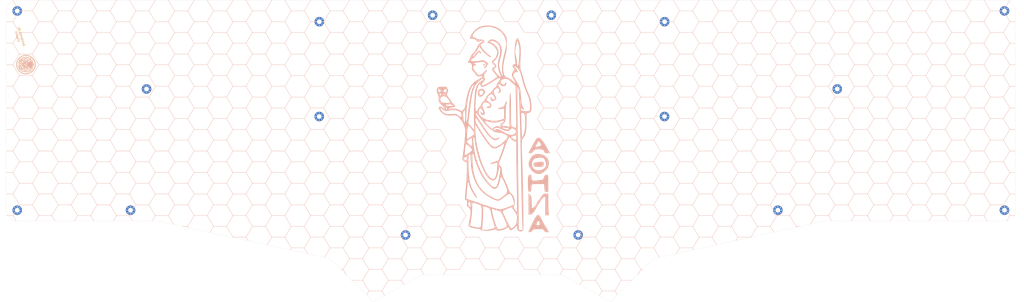
<source format=kicad_pcb>
(kicad_pcb (version 20171130) (host pcbnew 5.1.6-c6e7f7d~86~ubuntu20.04.1)
  (layers (0 F.Cu signal) (31 B.Cu signal) (34 B.Paste user hide) (35 F.Paste user hide) (36 B.SilkS user) (37 F.SilkS user) (38 B.Mask user hide) (39 F.Mask user hide) (44 Edge.Cuts user))
  (net 0 "")
  (net 1 GND)
  (module Pallas:Ciaanh_signature (layer F.Cu) (at 72.9496 68.7784 270)
    (fp_text reference LogoBaseMiddleTop hide)
    (fp_text value LOGO hide)
    (fp_text user Ciaanh (at -13 4 285) (layer B.SilkS) (effects (font (thickness 0.15) italic) (justify mirror)))
    (fp_text user "Designed by" (at -13 2 285) (layer B.SilkS) (effects (font (thickness 0.15) italic) (justify mirror)))
    (fp_text user Ciaanh (at -13 4 105) (layer F.SilkS) (effects (font (thickness 0.15) italic)))
    (fp_text user "Designed by" (at -13 2 105) (layer F.SilkS) (effects (font (thickness 0.15) italic)))
  )
  (module Pallas:athena (layer B.Cu) (at 289.2496 97.5784 180)
    (fp_text reference LogoBase1 hide)
    (fp_text value LOGO hide)
  )
  (module Pallas:MountingHole_2.2mm_M2_Pad_Via (layer F.Cu) (at 368.8996 48.8784)
    (fp_text reference MountBaseMiddleTop11 hide)
    (fp_text value MountingHole)
    (pad 1 thru_hole circle (at 1.166726 -1.166726) (size 0.7 0.7) (drill 0.4) (layers *.Cu *.Mask))
    (pad 1 thru_hole circle (at 0 -1.65) (size 0.7 0.7) (drill 0.4) (layers *.Cu *.Mask))
    (pad 1 thru_hole circle (at -1.166726 -1.166726) (size 0.7 0.7) (drill 0.4) (layers *.Cu *.Mask))
    (pad 1 thru_hole circle (at -1.65 0) (size 0.7 0.7) (drill 0.4) (layers *.Cu *.Mask))
    (pad 1 thru_hole circle (at -1.166726 1.166726) (size 0.7 0.7) (drill 0.4) (layers *.Cu *.Mask))
    (pad 1 thru_hole circle (at 0 1.65) (size 0.7 0.7) (drill 0.4) (layers *.Cu *.Mask))
    (pad 1 thru_hole circle (at 1.166726 1.166726) (size 0.7 0.7) (drill 0.4) (layers *.Cu *.Mask))
    (pad 1 thru_hole circle (at 1.65 0) (size 0.7 0.7) (drill 0.4) (layers *.Cu *.Mask))
    (pad 1 thru_hole circle (at 0 0) (size 4.4 4.4) (drill 2.2) (layers *.Cu *.Mask))
  )
  (module Pallas:MountingHole_2.2mm_M2_Pad_Via (layer F.Cu) (at 208.8996 48.8784)
    (fp_text reference MountBaseMiddleTop5 hide)
    (fp_text value MountingHole)
    (pad 1 thru_hole circle (at 1.166726 -1.166726) (size 0.7 0.7) (drill 0.4) (layers *.Cu *.Mask))
    (pad 1 thru_hole circle (at 0 -1.65) (size 0.7 0.7) (drill 0.4) (layers *.Cu *.Mask))
    (pad 1 thru_hole circle (at -1.166726 -1.166726) (size 0.7 0.7) (drill 0.4) (layers *.Cu *.Mask))
    (pad 1 thru_hole circle (at -1.65 0) (size 0.7 0.7) (drill 0.4) (layers *.Cu *.Mask))
    (pad 1 thru_hole circle (at -1.166726 1.166726) (size 0.7 0.7) (drill 0.4) (layers *.Cu *.Mask))
    (pad 1 thru_hole circle (at 0 1.65) (size 0.7 0.7) (drill 0.4) (layers *.Cu *.Mask))
    (pad 1 thru_hole circle (at 1.166726 1.166726) (size 0.7 0.7) (drill 0.4) (layers *.Cu *.Mask))
    (pad 1 thru_hole circle (at 1.65 0) (size 0.7 0.7) (drill 0.4) (layers *.Cu *.Mask))
    (pad 1 thru_hole circle (at 0 0) (size 4.4 4.4) (drill 2.2) (layers *.Cu *.Mask))
  )
  (module Pallas:MountingHole_2.2mm_M2_Pad_Via (layer F.Cu) (at 421.3996 136.3784)
    (fp_text reference MountBaseMiddleTop14 hide)
    (fp_text value MountingHole)
    (pad 1 thru_hole circle (at 1.166726 -1.166726) (size 0.7 0.7) (drill 0.4) (layers *.Cu *.Mask))
    (pad 1 thru_hole circle (at 0 -1.65) (size 0.7 0.7) (drill 0.4) (layers *.Cu *.Mask))
    (pad 1 thru_hole circle (at -1.166726 -1.166726) (size 0.7 0.7) (drill 0.4) (layers *.Cu *.Mask))
    (pad 1 thru_hole circle (at -1.65 0) (size 0.7 0.7) (drill 0.4) (layers *.Cu *.Mask))
    (pad 1 thru_hole circle (at -1.166726 1.166726) (size 0.7 0.7) (drill 0.4) (layers *.Cu *.Mask))
    (pad 1 thru_hole circle (at 0 1.65) (size 0.7 0.7) (drill 0.4) (layers *.Cu *.Mask))
    (pad 1 thru_hole circle (at 1.166726 1.166726) (size 0.7 0.7) (drill 0.4) (layers *.Cu *.Mask))
    (pad 1 thru_hole circle (at 1.65 0) (size 0.7 0.7) (drill 0.4) (layers *.Cu *.Mask))
    (pad 1 thru_hole circle (at 0 0) (size 4.4 4.4) (drill 2.2) (layers *.Cu *.Mask))
  )
  (module Pallas:MountingHole_2.2mm_M2_Pad_Via (layer F.Cu) (at 121.3996 136.3784)
    (fp_text reference MountBaseMiddleTop4 hide)
    (fp_text value MountingHole)
    (pad 1 thru_hole circle (at 1.166726 -1.166726) (size 0.7 0.7) (drill 0.4) (layers *.Cu *.Mask))
    (pad 1 thru_hole circle (at 0 -1.65) (size 0.7 0.7) (drill 0.4) (layers *.Cu *.Mask))
    (pad 1 thru_hole circle (at -1.166726 -1.166726) (size 0.7 0.7) (drill 0.4) (layers *.Cu *.Mask))
    (pad 1 thru_hole circle (at -1.65 0) (size 0.7 0.7) (drill 0.4) (layers *.Cu *.Mask))
    (pad 1 thru_hole circle (at -1.166726 1.166726) (size 0.7 0.7) (drill 0.4) (layers *.Cu *.Mask))
    (pad 1 thru_hole circle (at 0 1.65) (size 0.7 0.7) (drill 0.4) (layers *.Cu *.Mask))
    (pad 1 thru_hole circle (at 1.166726 1.166726) (size 0.7 0.7) (drill 0.4) (layers *.Cu *.Mask))
    (pad 1 thru_hole circle (at 1.65 0) (size 0.7 0.7) (drill 0.4) (layers *.Cu *.Mask))
    (pad 1 thru_hole circle (at 0 0) (size 4.4 4.4) (drill 2.2) (layers *.Cu *.Mask))
  )
  (module Pallas:MountingHole_2.2mm_M2_Pad_Via (layer F.Cu) (at 448.918 80.1114)
    (fp_text reference MountBaseMiddleTop13 hide)
    (fp_text value MountingHole)
    (pad 1 thru_hole circle (at 1.166726 -1.166726) (size 0.7 0.7) (drill 0.4) (layers *.Cu *.Mask))
    (pad 1 thru_hole circle (at 0 -1.65) (size 0.7 0.7) (drill 0.4) (layers *.Cu *.Mask))
    (pad 1 thru_hole circle (at -1.166726 -1.166726) (size 0.7 0.7) (drill 0.4) (layers *.Cu *.Mask))
    (pad 1 thru_hole circle (at -1.65 0) (size 0.7 0.7) (drill 0.4) (layers *.Cu *.Mask))
    (pad 1 thru_hole circle (at -1.166726 1.166726) (size 0.7 0.7) (drill 0.4) (layers *.Cu *.Mask))
    (pad 1 thru_hole circle (at 0 1.65) (size 0.7 0.7) (drill 0.4) (layers *.Cu *.Mask))
    (pad 1 thru_hole circle (at 1.166726 1.166726) (size 0.7 0.7) (drill 0.4) (layers *.Cu *.Mask))
    (pad 1 thru_hole circle (at 1.65 0) (size 0.7 0.7) (drill 0.4) (layers *.Cu *.Mask))
    (pad 1 thru_hole circle (at 0 0) (size 4.4 4.4) (drill 2.2) (layers *.Cu *.Mask))
  )
  (module Pallas:MountingHole_2.2mm_M2_Pad_Via (layer F.Cu) (at 128.818 80.1114)
    (fp_text reference MountBaseMiddleTop3 hide)
    (fp_text value MountingHole)
    (pad 1 thru_hole circle (at 1.166726 -1.166726) (size 0.7 0.7) (drill 0.4) (layers *.Cu *.Mask))
    (pad 1 thru_hole circle (at 0 -1.65) (size 0.7 0.7) (drill 0.4) (layers *.Cu *.Mask))
    (pad 1 thru_hole circle (at -1.166726 -1.166726) (size 0.7 0.7) (drill 0.4) (layers *.Cu *.Mask))
    (pad 1 thru_hole circle (at -1.65 0) (size 0.7 0.7) (drill 0.4) (layers *.Cu *.Mask))
    (pad 1 thru_hole circle (at -1.166726 1.166726) (size 0.7 0.7) (drill 0.4) (layers *.Cu *.Mask))
    (pad 1 thru_hole circle (at 0 1.65) (size 0.7 0.7) (drill 0.4) (layers *.Cu *.Mask))
    (pad 1 thru_hole circle (at 1.166726 1.166726) (size 0.7 0.7) (drill 0.4) (layers *.Cu *.Mask))
    (pad 1 thru_hole circle (at 1.65 0) (size 0.7 0.7) (drill 0.4) (layers *.Cu *.Mask))
    (pad 1 thru_hole circle (at 0 0) (size 4.4 4.4) (drill 2.2) (layers *.Cu *.Mask))
  )
  (module Pallas:MountingHole_2.2mm_M2_Pad_Via (layer F.Cu) (at 368.8488 92.8784)
    (fp_text reference MountBaseMiddleTop12 hide)
    (fp_text value MountingHole)
    (pad 1 thru_hole circle (at 1.166726 -1.166726) (size 0.7 0.7) (drill 0.4) (layers *.Cu *.Mask))
    (pad 1 thru_hole circle (at 0 -1.65) (size 0.7 0.7) (drill 0.4) (layers *.Cu *.Mask))
    (pad 1 thru_hole circle (at -1.166726 -1.166726) (size 0.7 0.7) (drill 0.4) (layers *.Cu *.Mask))
    (pad 1 thru_hole circle (at -1.65 0) (size 0.7 0.7) (drill 0.4) (layers *.Cu *.Mask))
    (pad 1 thru_hole circle (at -1.166726 1.166726) (size 0.7 0.7) (drill 0.4) (layers *.Cu *.Mask))
    (pad 1 thru_hole circle (at 0 1.65) (size 0.7 0.7) (drill 0.4) (layers *.Cu *.Mask))
    (pad 1 thru_hole circle (at 1.166726 1.166726) (size 0.7 0.7) (drill 0.4) (layers *.Cu *.Mask))
    (pad 1 thru_hole circle (at 1.65 0) (size 0.7 0.7) (drill 0.4) (layers *.Cu *.Mask))
    (pad 1 thru_hole circle (at 0 0) (size 4.4 4.4) (drill 2.2) (layers *.Cu *.Mask))
  )
  (module Pallas:MountingHole_2.2mm_M2_Pad_Via (layer F.Cu) (at 208.8488 92.8784)
    (fp_text reference MountBaseMiddleTop6 hide)
    (fp_text value MountingHole)
    (pad 1 thru_hole circle (at 1.166726 -1.166726) (size 0.7 0.7) (drill 0.4) (layers *.Cu *.Mask))
    (pad 1 thru_hole circle (at 0 -1.65) (size 0.7 0.7) (drill 0.4) (layers *.Cu *.Mask))
    (pad 1 thru_hole circle (at -1.166726 -1.166726) (size 0.7 0.7) (drill 0.4) (layers *.Cu *.Mask))
    (pad 1 thru_hole circle (at -1.65 0) (size 0.7 0.7) (drill 0.4) (layers *.Cu *.Mask))
    (pad 1 thru_hole circle (at -1.166726 1.166726) (size 0.7 0.7) (drill 0.4) (layers *.Cu *.Mask))
    (pad 1 thru_hole circle (at 0 1.65) (size 0.7 0.7) (drill 0.4) (layers *.Cu *.Mask))
    (pad 1 thru_hole circle (at 1.166726 1.166726) (size 0.7 0.7) (drill 0.4) (layers *.Cu *.Mask))
    (pad 1 thru_hole circle (at 1.65 0) (size 0.7 0.7) (drill 0.4) (layers *.Cu *.Mask))
    (pad 1 thru_hole circle (at 0 0) (size 4.4 4.4) (drill 2.2) (layers *.Cu *.Mask))
  )
  (module Pallas:MountingHole_2.2mm_M2_Pad_Via (layer F.Cu) (at 316.3996 45.8784)
    (fp_text reference MountBaseMiddleTop9 hide)
    (fp_text value MountingHole)
    (pad 1 thru_hole circle (at 1.166726 -1.166726) (size 0.7 0.7) (drill 0.4) (layers *.Cu *.Mask))
    (pad 1 thru_hole circle (at 0 -1.65) (size 0.7 0.7) (drill 0.4) (layers *.Cu *.Mask))
    (pad 1 thru_hole circle (at -1.166726 -1.166726) (size 0.7 0.7) (drill 0.4) (layers *.Cu *.Mask))
    (pad 1 thru_hole circle (at -1.65 0) (size 0.7 0.7) (drill 0.4) (layers *.Cu *.Mask))
    (pad 1 thru_hole circle (at -1.166726 1.166726) (size 0.7 0.7) (drill 0.4) (layers *.Cu *.Mask))
    (pad 1 thru_hole circle (at 0 1.65) (size 0.7 0.7) (drill 0.4) (layers *.Cu *.Mask))
    (pad 1 thru_hole circle (at 1.166726 1.166726) (size 0.7 0.7) (drill 0.4) (layers *.Cu *.Mask))
    (pad 1 thru_hole circle (at 1.65 0) (size 0.7 0.7) (drill 0.4) (layers *.Cu *.Mask))
    (pad 1 thru_hole circle (at 0 0) (size 4.4 4.4) (drill 2.2) (layers *.Cu *.Mask))
  )
  (module Pallas:MountingHole_2.2mm_M2_Pad_Via (layer F.Cu) (at 261.3996 45.8784)
    (fp_text reference MountBaseMiddleTop7 hide)
    (fp_text value MountingHole)
    (pad 1 thru_hole circle (at 1.166726 -1.166726) (size 0.7 0.7) (drill 0.4) (layers *.Cu *.Mask))
    (pad 1 thru_hole circle (at 0 -1.65) (size 0.7 0.7) (drill 0.4) (layers *.Cu *.Mask))
    (pad 1 thru_hole circle (at -1.166726 -1.166726) (size 0.7 0.7) (drill 0.4) (layers *.Cu *.Mask))
    (pad 1 thru_hole circle (at -1.65 0) (size 0.7 0.7) (drill 0.4) (layers *.Cu *.Mask))
    (pad 1 thru_hole circle (at -1.166726 1.166726) (size 0.7 0.7) (drill 0.4) (layers *.Cu *.Mask))
    (pad 1 thru_hole circle (at 0 1.65) (size 0.7 0.7) (drill 0.4) (layers *.Cu *.Mask))
    (pad 1 thru_hole circle (at 1.166726 1.166726) (size 0.7 0.7) (drill 0.4) (layers *.Cu *.Mask))
    (pad 1 thru_hole circle (at 1.65 0) (size 0.7 0.7) (drill 0.4) (layers *.Cu *.Mask))
    (pad 1 thru_hole circle (at 0 0) (size 4.4 4.4) (drill 2.2) (layers *.Cu *.Mask))
  )
  (module Pallas:MountingHole_2.2mm_M2_Pad_Via (layer F.Cu) (at 248.8488 147.8784)
    (fp_text reference MountBaseMiddleTop8 hide)
    (fp_text value MountingHole)
    (pad 1 thru_hole circle (at 1.166726 -1.166726) (size 0.7 0.7) (drill 0.4) (layers *.Cu *.Mask))
    (pad 1 thru_hole circle (at 0 -1.65) (size 0.7 0.7) (drill 0.4) (layers *.Cu *.Mask))
    (pad 1 thru_hole circle (at -1.166726 -1.166726) (size 0.7 0.7) (drill 0.4) (layers *.Cu *.Mask))
    (pad 1 thru_hole circle (at -1.65 0) (size 0.7 0.7) (drill 0.4) (layers *.Cu *.Mask))
    (pad 1 thru_hole circle (at -1.166726 1.166726) (size 0.7 0.7) (drill 0.4) (layers *.Cu *.Mask))
    (pad 1 thru_hole circle (at 0 1.65) (size 0.7 0.7) (drill 0.4) (layers *.Cu *.Mask))
    (pad 1 thru_hole circle (at 1.166726 1.166726) (size 0.7 0.7) (drill 0.4) (layers *.Cu *.Mask))
    (pad 1 thru_hole circle (at 1.65 0) (size 0.7 0.7) (drill 0.4) (layers *.Cu *.Mask))
    (pad 1 thru_hole circle (at 0 0) (size 4.4 4.4) (drill 2.2) (layers *.Cu *.Mask))
  )
  (module Pallas:MountingHole_2.2mm_M2_Pad_Via (layer F.Cu) (at 328.8488 147.8784)
    (fp_text reference MountBaseMiddleTop10 hide)
    (fp_text value MountingHole)
    (pad 1 thru_hole circle (at 1.166726 -1.166726) (size 0.7 0.7) (drill 0.4) (layers *.Cu *.Mask))
    (pad 1 thru_hole circle (at 0 -1.65) (size 0.7 0.7) (drill 0.4) (layers *.Cu *.Mask))
    (pad 1 thru_hole circle (at -1.166726 -1.166726) (size 0.7 0.7) (drill 0.4) (layers *.Cu *.Mask))
    (pad 1 thru_hole circle (at -1.65 0) (size 0.7 0.7) (drill 0.4) (layers *.Cu *.Mask))
    (pad 1 thru_hole circle (at -1.166726 1.166726) (size 0.7 0.7) (drill 0.4) (layers *.Cu *.Mask))
    (pad 1 thru_hole circle (at 0 1.65) (size 0.7 0.7) (drill 0.4) (layers *.Cu *.Mask))
    (pad 1 thru_hole circle (at 1.166726 1.166726) (size 0.7 0.7) (drill 0.4) (layers *.Cu *.Mask))
    (pad 1 thru_hole circle (at 1.65 0) (size 0.7 0.7) (drill 0.4) (layers *.Cu *.Mask))
    (pad 1 thru_hole circle (at 0 0) (size 4.4 4.4) (drill 2.2) (layers *.Cu *.Mask))
  )
  (module Pallas:MountingHole_2.2mm_M2_Pad_Via (layer F.Cu) (at 526.3996 136.3784)
    (fp_text reference MountBaseMiddleTop15 hide)
    (fp_text value MountingHole)
    (pad 1 thru_hole circle (at 1.166726 -1.166726) (size 0.7 0.7) (drill 0.4) (layers *.Cu *.Mask))
    (pad 1 thru_hole circle (at 0 -1.65) (size 0.7 0.7) (drill 0.4) (layers *.Cu *.Mask))
    (pad 1 thru_hole circle (at -1.166726 -1.166726) (size 0.7 0.7) (drill 0.4) (layers *.Cu *.Mask))
    (pad 1 thru_hole circle (at -1.65 0) (size 0.7 0.7) (drill 0.4) (layers *.Cu *.Mask))
    (pad 1 thru_hole circle (at -1.166726 1.166726) (size 0.7 0.7) (drill 0.4) (layers *.Cu *.Mask))
    (pad 1 thru_hole circle (at 0 1.65) (size 0.7 0.7) (drill 0.4) (layers *.Cu *.Mask))
    (pad 1 thru_hole circle (at 1.166726 1.166726) (size 0.7 0.7) (drill 0.4) (layers *.Cu *.Mask))
    (pad 1 thru_hole circle (at 1.65 0) (size 0.7 0.7) (drill 0.4) (layers *.Cu *.Mask))
    (pad 1 thru_hole circle (at 0 0) (size 4.4 4.4) (drill 2.2) (layers *.Cu *.Mask))
  )
  (module Pallas:MountingHole_2.2mm_M2_Pad_Via (layer F.Cu) (at 526.3996 43.8784)
    (fp_text reference MountBaseMiddleTop15 hide)
    (fp_text value MountingHole)
    (pad 1 thru_hole circle (at 1.166726 -1.166726) (size 0.7 0.7) (drill 0.4) (layers *.Cu *.Mask))
    (pad 1 thru_hole circle (at 0 -1.65) (size 0.7 0.7) (drill 0.4) (layers *.Cu *.Mask))
    (pad 1 thru_hole circle (at -1.166726 -1.166726) (size 0.7 0.7) (drill 0.4) (layers *.Cu *.Mask))
    (pad 1 thru_hole circle (at -1.65 0) (size 0.7 0.7) (drill 0.4) (layers *.Cu *.Mask))
    (pad 1 thru_hole circle (at -1.166726 1.166726) (size 0.7 0.7) (drill 0.4) (layers *.Cu *.Mask))
    (pad 1 thru_hole circle (at 0 1.65) (size 0.7 0.7) (drill 0.4) (layers *.Cu *.Mask))
    (pad 1 thru_hole circle (at 1.166726 1.166726) (size 0.7 0.7) (drill 0.4) (layers *.Cu *.Mask))
    (pad 1 thru_hole circle (at 1.65 0) (size 0.7 0.7) (drill 0.4) (layers *.Cu *.Mask))
    (pad 1 thru_hole circle (at 0 0) (size 4.4 4.4) (drill 2.2) (layers *.Cu *.Mask))
  )
  (module Pallas:MountingHole_2.2mm_M2_Pad_Via (layer F.Cu) (at 68.8996 136.3784)
    (fp_text reference MountBaseMiddleTop2 hide)
    (fp_text value MountingHole)
    (pad 1 thru_hole circle (at 1.166726 -1.166726) (size 0.7 0.7) (drill 0.4) (layers *.Cu *.Mask))
    (pad 1 thru_hole circle (at 0 -1.65) (size 0.7 0.7) (drill 0.4) (layers *.Cu *.Mask))
    (pad 1 thru_hole circle (at -1.166726 -1.166726) (size 0.7 0.7) (drill 0.4) (layers *.Cu *.Mask))
    (pad 1 thru_hole circle (at -1.65 0) (size 0.7 0.7) (drill 0.4) (layers *.Cu *.Mask))
    (pad 1 thru_hole circle (at -1.166726 1.166726) (size 0.7 0.7) (drill 0.4) (layers *.Cu *.Mask))
    (pad 1 thru_hole circle (at 0 1.65) (size 0.7 0.7) (drill 0.4) (layers *.Cu *.Mask))
    (pad 1 thru_hole circle (at 1.166726 1.166726) (size 0.7 0.7) (drill 0.4) (layers *.Cu *.Mask))
    (pad 1 thru_hole circle (at 1.65 0) (size 0.7 0.7) (drill 0.4) (layers *.Cu *.Mask))
    (pad 1 thru_hole circle (at 0 0) (size 4.4 4.4) (drill 2.2) (layers *.Cu *.Mask))
  )
  (module Pallas:MountingHole_2.2mm_M2_Pad_Via (layer F.Cu) (at 68.8996 43.8784)
    (fp_text reference MountBaseMiddleTop0 hide)
    (fp_text value MountingHole)
    (pad 1 thru_hole circle (at 1.166726 -1.166726) (size 0.7 0.7) (drill 0.4) (layers *.Cu *.Mask))
    (pad 1 thru_hole circle (at 0 -1.65) (size 0.7 0.7) (drill 0.4) (layers *.Cu *.Mask))
    (pad 1 thru_hole circle (at -1.166726 -1.166726) (size 0.7 0.7) (drill 0.4) (layers *.Cu *.Mask))
    (pad 1 thru_hole circle (at -1.65 0) (size 0.7 0.7) (drill 0.4) (layers *.Cu *.Mask))
    (pad 1 thru_hole circle (at -1.166726 1.166726) (size 0.7 0.7) (drill 0.4) (layers *.Cu *.Mask))
    (pad 1 thru_hole circle (at 0 1.65) (size 0.7 0.7) (drill 0.4) (layers *.Cu *.Mask))
    (pad 1 thru_hole circle (at 1.166726 1.166726) (size 0.7 0.7) (drill 0.4) (layers *.Cu *.Mask))
    (pad 1 thru_hole circle (at 1.65 0) (size 0.7 0.7) (drill 0.4) (layers *.Cu *.Mask))
    (pad 1 thru_hole circle (at 0 0) (size 4.4 4.4) (drill 2.2) (layers *.Cu *.Mask))
  )
  (gr_line (start 246.8996 168.8784) (end 248.1496 170.9784) (layer B.SilkS) (width 0.15))
  (gr_line (start 237.8996 173.8784) (end 239.1496 175.9784) (layer B.SilkS) (width 0.15))
  (gr_line (start 231.8996 173.8784) (end 230.7996 175.7284) (layer B.SilkS) (width 0.15))
  (gr_line (start 345.8996 173.8784) (end 347.0496 175.7284) (layer B.SilkS) (width 0.15))
  (gr_line (start 339.8996 173.8784) (end 338.6496 175.9784) (layer B.SilkS) (width 0.15))
  (gr_line (start 330.8996 168.8784) (end 329.6496 170.9784) (layer B.SilkS) (width 0.15))
  (gr_line (start 345.8996 173.8784) (end 348.8996 168.8784) (layer B.SilkS) (width 0.15))
  (gr_line (start 339.8996 173.8784) (end 345.8996 173.8784) (layer B.SilkS) (width 0.15))
  (gr_line (start 336.8996 168.8784) (end 339.8996 173.8784) (layer B.SilkS) (width 0.15))
  (gr_line (start 233.8996 178.8784) (end 213.8996 158.8784) (layer Edge.Cuts) (width 0.05))
  (gr_line (start 213.8996 158.8784) (end 133.8996 141.3784) (layer Edge.Cuts) (width 0.05))
  (gr_line (start 218.8996 163.8784) (end 219.8996 163.8784) (layer B.SilkS) (width 0.15))
  (gr_line (start 213.8996 153.8784) (end 211.2496 158.2784) (layer B.SilkS) (width 0.15))
  (gr_line (start 201.8996 153.8784) (end 203.5496 156.6284) (layer B.SilkS) (width 0.15))
  (gr_line (start 480.8996 38.8784) (end 483.8996 43.8784) (layer B.SilkS) (width 0.15))
  (gr_line (start 471.8996 43.8784) (end 474.8996 38.8784) (layer B.SilkS) (width 0.15))
  (gr_line (start 336.8996 38.8784) (end 339.8996 43.8784) (layer B.SilkS) (width 0.15))
  (gr_line (start 327.8996 43.8784) (end 330.8996 38.8784) (layer B.SilkS) (width 0.15))
  (gr_line (start 192.8996 38.8784) (end 195.8996 43.8784) (layer B.SilkS) (width 0.15))
  (gr_line (start 183.8996 43.8784) (end 186.8996 38.8784) (layer B.SilkS) (width 0.15))
  (gr_line (start 474.8996 138.8784) (end 480.8996 138.8784) (layer B.SilkS) (width 0.15))
  (gr_line (start 483.8996 133.8784) (end 489.8996 133.8784) (layer B.SilkS) (width 0.15))
  (gr_line (start 474.8996 128.8784) (end 480.8996 128.8784) (layer B.SilkS) (width 0.15))
  (gr_line (start 483.8996 123.8784) (end 489.8996 123.8784) (layer B.SilkS) (width 0.15))
  (gr_line (start 474.8996 118.8784) (end 480.8996 118.8784) (layer B.SilkS) (width 0.15))
  (gr_line (start 483.8996 113.8784) (end 489.8996 113.8784) (layer B.SilkS) (width 0.15))
  (gr_line (start 474.8996 108.8784) (end 480.8996 108.8784) (layer B.SilkS) (width 0.15))
  (gr_line (start 474.8996 98.8784) (end 480.8996 98.8784) (layer B.SilkS) (width 0.15))
  (gr_line (start 483.8996 103.8784) (end 489.8996 103.8784) (layer B.SilkS) (width 0.15))
  (gr_line (start 483.8996 93.8784) (end 489.8996 93.8784) (layer B.SilkS) (width 0.15))
  (gr_line (start 483.8996 83.8784) (end 489.8996 83.8784) (layer B.SilkS) (width 0.15))
  (gr_line (start 480.8996 88.8784) (end 474.8996 88.8784) (layer B.SilkS) (width 0.15))
  (gr_line (start 474.8996 78.8784) (end 480.8996 78.8784) (layer B.SilkS) (width 0.15))
  (gr_line (start 483.8996 73.8784) (end 489.8996 73.8784) (layer B.SilkS) (width 0.15))
  (gr_line (start 474.8996 68.8784) (end 480.8996 68.8784) (layer B.SilkS) (width 0.15))
  (gr_line (start 483.8996 63.8784) (end 489.8996 63.8784) (layer B.SilkS) (width 0.15))
  (gr_line (start 483.8996 53.8784) (end 489.8996 53.8784) (layer B.SilkS) (width 0.15))
  (gr_line (start 474.8996 58.8784) (end 480.8996 58.8784) (layer B.SilkS) (width 0.15))
  (gr_line (start 327.8996 163.8784) (end 330.8996 168.8784) (layer B.SilkS) (width 0.15))
  (gr_line (start 339.8996 163.8784) (end 345.8996 163.8784) (layer B.SilkS) (width 0.15))
  (gr_line (start 339.8996 153.8784) (end 345.8996 153.8784) (layer B.SilkS) (width 0.15))
  (gr_line (start 330.8996 158.8784) (end 336.8996 158.8784) (layer B.SilkS) (width 0.15))
  (gr_line (start 336.8996 148.8784) (end 330.8996 148.8784) (layer B.SilkS) (width 0.15))
  (gr_line (start 339.8996 143.8784) (end 345.8996 143.8784) (layer B.SilkS) (width 0.15))
  (gr_line (start 339.8996 133.8784) (end 345.8996 133.8784) (layer B.SilkS) (width 0.15))
  (gr_line (start 336.8996 138.8784) (end 330.8996 138.8784) (layer B.SilkS) (width 0.15))
  (gr_line (start 336.8996 128.8784) (end 330.8996 128.8784) (layer B.SilkS) (width 0.15))
  (gr_line (start 345.8996 123.8784) (end 339.8996 123.8784) (layer B.SilkS) (width 0.15))
  (gr_line (start 339.8996 113.8784) (end 345.8996 113.8784) (layer B.SilkS) (width 0.15))
  (gr_line (start 330.8996 118.8784) (end 336.8996 118.8784) (layer B.SilkS) (width 0.15))
  (gr_line (start 336.8996 108.8784) (end 330.8996 108.8784) (layer B.SilkS) (width 0.15))
  (gr_line (start 345.8996 103.8784) (end 339.8996 103.8784) (layer B.SilkS) (width 0.15))
  (gr_line (start 339.8996 93.8784) (end 345.8996 93.8784) (layer B.SilkS) (width 0.15))
  (gr_line (start 330.8996 98.8784) (end 336.8996 98.8784) (layer B.SilkS) (width 0.15))
  (gr_line (start 336.8996 88.8784) (end 330.8996 88.8784) (layer B.SilkS) (width 0.15))
  (gr_line (start 339.8996 83.8784) (end 345.8996 83.8784) (layer B.SilkS) (width 0.15))
  (gr_line (start 339.8996 73.8784) (end 345.8996 73.8784) (layer B.SilkS) (width 0.15))
  (gr_line (start 330.8996 78.8784) (end 336.8996 78.8784) (layer B.SilkS) (width 0.15))
  (gr_line (start 330.8996 68.8784) (end 336.8996 68.8784) (layer B.SilkS) (width 0.15))
  (gr_line (start 339.8996 63.8784) (end 345.8996 63.8784) (layer B.SilkS) (width 0.15))
  (gr_line (start 339.8996 53.8784) (end 345.8996 53.8784) (layer B.SilkS) (width 0.15))
  (gr_line (start 330.8996 58.8784) (end 336.8996 58.8784) (layer B.SilkS) (width 0.15))
  (gr_line (start 195.8996 153.8784) (end 201.8996 153.8784) (layer B.SilkS) (width 0.15))
  (gr_line (start 195.8996 143.8784) (end 201.8996 143.8784) (layer B.SilkS) (width 0.15))
  (gr_line (start 186.8996 148.8784) (end 192.8996 148.8784) (layer B.SilkS) (width 0.15))
  (gr_line (start 186.8996 138.8784) (end 192.8996 138.8784) (layer B.SilkS) (width 0.15))
  (gr_line (start 195.8996 133.8784) (end 201.8996 133.8784) (layer B.SilkS) (width 0.15))
  (gr_line (start 186.8996 128.8784) (end 192.8996 128.8784) (layer B.SilkS) (width 0.15))
  (gr_line (start 195.8996 123.8784) (end 201.8996 123.8784) (layer B.SilkS) (width 0.15))
  (gr_line (start 186.8996 118.8784) (end 192.8996 118.8784) (layer B.SilkS) (width 0.15))
  (gr_line (start 195.8996 113.8784) (end 201.8996 113.8784) (layer B.SilkS) (width 0.15))
  (gr_line (start 186.8996 108.8784) (end 192.8996 108.8784) (layer B.SilkS) (width 0.15))
  (gr_line (start 195.8996 103.8784) (end 201.8996 103.8784) (layer B.SilkS) (width 0.15))
  (gr_line (start 186.8996 98.8784) (end 192.8996 98.8784) (layer B.SilkS) (width 0.15))
  (gr_line (start 195.8996 93.8784) (end 201.8996 93.8784) (layer B.SilkS) (width 0.15))
  (gr_line (start 186.8996 88.8784) (end 192.8996 88.8784) (layer B.SilkS) (width 0.15))
  (gr_line (start 195.8996 83.8784) (end 201.8996 83.8784) (layer B.SilkS) (width 0.15))
  (gr_line (start 195.8996 73.8784) (end 201.8996 73.8784) (layer B.SilkS) (width 0.15))
  (gr_line (start 186.8996 78.8784) (end 192.8996 78.8784) (layer B.SilkS) (width 0.15))
  (gr_line (start 186.8996 68.8784) (end 192.8996 68.8784) (layer B.SilkS) (width 0.15))
  (gr_line (start 195.8996 63.8784) (end 201.8996 63.8784) (layer B.SilkS) (width 0.15))
  (gr_line (start 186.8996 58.8784) (end 192.8996 58.8784) (layer B.SilkS) (width 0.15))
  (gr_line (start 195.8996 53.8784) (end 201.8996 53.8784) (layer B.SilkS) (width 0.15))
  (gr_line (start 483.8996 113.8784) (end 480.8996 118.8784) (layer B.SilkS) (width 0.15))
  (gr_line (start 483.8996 103.8784) (end 480.8996 108.8784) (layer B.SilkS) (width 0.15))
  (gr_line (start 480.8996 98.8784) (end 483.8996 103.8784) (layer B.SilkS) (width 0.15))
  (gr_line (start 483.8996 93.8784) (end 480.8996 98.8784) (layer B.SilkS) (width 0.15))
  (gr_line (start 480.8996 128.8784) (end 483.8996 133.8784) (layer B.SilkS) (width 0.15))
  (gr_line (start 480.8996 88.8784) (end 483.8996 93.8784) (layer B.SilkS) (width 0.15))
  (gr_line (start 483.8996 63.8784) (end 480.8996 68.8784) (layer B.SilkS) (width 0.15))
  (gr_line (start 483.8996 83.8784) (end 480.8996 88.8784) (layer B.SilkS) (width 0.15))
  (gr_line (start 480.8996 78.8784) (end 483.8996 83.8784) (layer B.SilkS) (width 0.15))
  (gr_line (start 480.8996 138.8784) (end 482.3996 141.3784) (layer B.SilkS) (width 0.15))
  (gr_line (start 483.8996 53.8784) (end 480.8996 58.8784) (layer B.SilkS) (width 0.15))
  (gr_line (start 483.8996 133.8784) (end 480.8996 138.8784) (layer B.SilkS) (width 0.15))
  (gr_line (start 483.8996 123.8784) (end 480.8996 128.8784) (layer B.SilkS) (width 0.15))
  (gr_line (start 480.8996 118.8784) (end 483.8996 123.8784) (layer B.SilkS) (width 0.15))
  (gr_line (start 480.8996 108.8784) (end 483.8996 113.8784) (layer B.SilkS) (width 0.15))
  (gr_line (start 480.8996 58.8784) (end 483.8996 63.8784) (layer B.SilkS) (width 0.15))
  (gr_line (start 480.8996 48.8784) (end 483.8996 53.8784) (layer B.SilkS) (width 0.15))
  (gr_line (start 483.8996 73.8784) (end 480.8996 78.8784) (layer B.SilkS) (width 0.15))
  (gr_line (start 480.8996 68.8784) (end 483.8996 73.8784) (layer B.SilkS) (width 0.15))
  (gr_line (start 336.8996 168.8784) (end 330.8996 168.8784) (layer B.SilkS) (width 0.15))
  (gr_line (start 336.8996 158.8784) (end 339.8996 163.8784) (layer B.SilkS) (width 0.15))
  (gr_line (start 339.8996 163.8784) (end 336.8996 168.8784) (layer B.SilkS) (width 0.15))
  (gr_line (start 336.8996 148.8784) (end 339.8996 153.8784) (layer B.SilkS) (width 0.15))
  (gr_line (start 339.8996 113.8784) (end 336.8996 118.8784) (layer B.SilkS) (width 0.15))
  (gr_line (start 339.8996 103.8784) (end 336.8996 108.8784) (layer B.SilkS) (width 0.15))
  (gr_line (start 339.8996 143.8784) (end 336.8996 148.8784) (layer B.SilkS) (width 0.15))
  (gr_line (start 336.8996 98.8784) (end 339.8996 103.8784) (layer B.SilkS) (width 0.15))
  (gr_line (start 339.8996 93.8784) (end 336.8996 98.8784) (layer B.SilkS) (width 0.15))
  (gr_line (start 336.8996 128.8784) (end 339.8996 133.8784) (layer B.SilkS) (width 0.15))
  (gr_line (start 336.8996 88.8784) (end 339.8996 93.8784) (layer B.SilkS) (width 0.15))
  (gr_line (start 339.8996 63.8784) (end 336.8996 68.8784) (layer B.SilkS) (width 0.15))
  (gr_line (start 339.8996 83.8784) (end 336.8996 88.8784) (layer B.SilkS) (width 0.15))
  (gr_line (start 336.8996 78.8784) (end 339.8996 83.8784) (layer B.SilkS) (width 0.15))
  (gr_line (start 336.8996 138.8784) (end 339.8996 143.8784) (layer B.SilkS) (width 0.15))
  (gr_line (start 339.8996 53.8784) (end 336.8996 58.8784) (layer B.SilkS) (width 0.15))
  (gr_line (start 339.8996 133.8784) (end 336.8996 138.8784) (layer B.SilkS) (width 0.15))
  (gr_line (start 339.8996 123.8784) (end 336.8996 128.8784) (layer B.SilkS) (width 0.15))
  (gr_line (start 336.8996 118.8784) (end 339.8996 123.8784) (layer B.SilkS) (width 0.15))
  (gr_line (start 336.8996 108.8784) (end 339.8996 113.8784) (layer B.SilkS) (width 0.15))
  (gr_line (start 336.8996 58.8784) (end 339.8996 63.8784) (layer B.SilkS) (width 0.15))
  (gr_line (start 336.8996 48.8784) (end 339.8996 53.8784) (layer B.SilkS) (width 0.15))
  (gr_line (start 339.8996 153.8784) (end 336.8996 158.8784) (layer B.SilkS) (width 0.15))
  (gr_line (start 339.8996 73.8784) (end 336.8996 78.8784) (layer B.SilkS) (width 0.15))
  (gr_line (start 336.8996 68.8784) (end 339.8996 73.8784) (layer B.SilkS) (width 0.15))
  (gr_line (start 195.8996 153.8784) (end 195.3496 154.7784) (layer B.SilkS) (width 0.15))
  (gr_line (start 192.8996 148.8784) (end 195.8996 153.8784) (layer B.SilkS) (width 0.15))
  (gr_line (start 195.8996 143.8784) (end 192.8996 148.8784) (layer B.SilkS) (width 0.15))
  (gr_line (start 192.8996 138.8784) (end 195.8996 143.8784) (layer B.SilkS) (width 0.15))
  (gr_line (start 195.8996 133.8784) (end 192.8996 138.8784) (layer B.SilkS) (width 0.15))
  (gr_line (start 192.8996 128.8784) (end 195.8996 133.8784) (layer B.SilkS) (width 0.15))
  (gr_line (start 195.8996 123.8784) (end 192.8996 128.8784) (layer B.SilkS) (width 0.15))
  (gr_line (start 192.8996 118.8784) (end 195.8996 123.8784) (layer B.SilkS) (width 0.15))
  (gr_line (start 195.8996 113.8784) (end 192.8996 118.8784) (layer B.SilkS) (width 0.15))
  (gr_line (start 192.8996 108.8784) (end 195.8996 113.8784) (layer B.SilkS) (width 0.15))
  (gr_line (start 195.8996 103.8784) (end 192.8996 108.8784) (layer B.SilkS) (width 0.15))
  (gr_line (start 192.8996 98.8784) (end 195.8996 103.8784) (layer B.SilkS) (width 0.15))
  (gr_line (start 195.8996 93.8784) (end 192.8996 98.8784) (layer B.SilkS) (width 0.15))
  (gr_line (start 192.8996 88.8784) (end 195.8996 93.8784) (layer B.SilkS) (width 0.15))
  (gr_line (start 195.8996 83.8784) (end 192.8996 88.8784) (layer B.SilkS) (width 0.15))
  (gr_line (start 192.8996 78.8784) (end 195.8996 83.8784) (layer B.SilkS) (width 0.15))
  (gr_line (start 195.8996 73.8784) (end 192.8996 78.8784) (layer B.SilkS) (width 0.15))
  (gr_line (start 192.8996 68.8784) (end 195.8996 73.8784) (layer B.SilkS) (width 0.15))
  (gr_line (start 195.8996 63.8784) (end 192.8996 68.8784) (layer B.SilkS) (width 0.15))
  (gr_line (start 192.8996 58.8784) (end 195.8996 63.8784) (layer B.SilkS) (width 0.15))
  (gr_line (start 195.8996 53.8784) (end 192.8996 58.8784) (layer B.SilkS) (width 0.15))
  (gr_line (start 192.8996 48.8784) (end 195.8996 53.8784) (layer B.SilkS) (width 0.15))
  (gr_line (start 480.8996 48.8784) (end 483.8996 43.8784) (layer B.SilkS) (width 0.15))
  (gr_line (start 483.8996 43.8784) (end 489.8996 43.8784) (layer B.SilkS) (width 0.15))
  (gr_line (start 474.8996 48.8784) (end 480.8996 48.8784) (layer B.SilkS) (width 0.15))
  (gr_line (start 336.8996 48.8784) (end 339.8996 43.8784) (layer B.SilkS) (width 0.15))
  (gr_line (start 339.8996 43.8784) (end 345.8996 43.8784) (layer B.SilkS) (width 0.15))
  (gr_line (start 330.8996 48.8784) (end 336.8996 48.8784) (layer B.SilkS) (width 0.15))
  (gr_line (start 195.8996 43.8784) (end 201.8996 43.8784) (layer B.SilkS) (width 0.15))
  (gr_line (start 192.8996 48.8784) (end 195.8996 43.8784) (layer B.SilkS) (width 0.15))
  (gr_line (start 186.8996 48.8784) (end 192.8996 48.8784) (layer B.SilkS) (width 0.15))
  (gr_line (start 510.8996 108.8784) (end 507.8996 113.8784) (layer B.SilkS) (width 0.15))
  (gr_line (start 528.8996 108.8784) (end 531.3996 108.8784) (layer B.SilkS) (width 0.15))
  (gr_line (start 516.8996 108.8784) (end 519.8996 113.8784) (layer B.SilkS) (width 0.15))
  (gr_line (start 510.8996 118.8784) (end 516.8996 118.8784) (layer B.SilkS) (width 0.15))
  (gr_line (start 519.8996 113.8784) (end 525.8996 113.8784) (layer B.SilkS) (width 0.15))
  (gr_line (start 510.8996 108.8784) (end 516.8996 108.8784) (layer B.SilkS) (width 0.15))
  (gr_line (start 507.8996 123.8784) (end 510.8996 128.8784) (layer B.SilkS) (width 0.15))
  (gr_line (start 510.8996 138.8784) (end 516.8996 138.8784) (layer B.SilkS) (width 0.15))
  (gr_line (start 516.8996 128.8784) (end 510.8996 128.8784) (layer B.SilkS) (width 0.15))
  (gr_line (start 510.8996 128.8784) (end 507.8996 133.8784) (layer B.SilkS) (width 0.15))
  (gr_line (start 525.8996 113.8784) (end 528.8996 108.8784) (layer B.SilkS) (width 0.15))
  (gr_line (start 501.8996 103.8784) (end 498.8996 98.8784) (layer B.SilkS) (width 0.15))
  (gr_line (start 489.8996 103.8784) (end 492.8996 108.8784) (layer B.SilkS) (width 0.15))
  (gr_line (start 507.8996 103.8784) (end 501.8996 103.8784) (layer B.SilkS) (width 0.15))
  (gr_line (start 501.8996 103.8784) (end 498.8996 108.8784) (layer B.SilkS) (width 0.15))
  (gr_line (start 507.8996 103.8784) (end 510.8996 108.8784) (layer B.SilkS) (width 0.15))
  (gr_line (start 519.8996 103.8784) (end 516.8996 108.8784) (layer B.SilkS) (width 0.15))
  (gr_line (start 492.8996 98.8784) (end 489.8996 103.8784) (layer B.SilkS) (width 0.15))
  (gr_line (start 525.8996 103.8784) (end 528.8996 108.8784) (layer B.SilkS) (width 0.15))
  (gr_line (start 510.8996 98.8784) (end 507.8996 103.8784) (layer B.SilkS) (width 0.15))
  (gr_line (start 525.8996 113.8784) (end 528.8996 118.8784) (layer B.SilkS) (width 0.15))
  (gr_line (start 528.8996 118.8784) (end 531.3996 118.8784) (layer B.SilkS) (width 0.15))
  (gr_line (start 516.8996 118.8784) (end 519.8996 113.8784) (layer B.SilkS) (width 0.15))
  (gr_line (start 489.8996 133.8784) (end 492.8996 128.8784) (layer B.SilkS) (width 0.15))
  (gr_line (start 525.8996 133.8784) (end 528.8996 138.8784) (layer B.SilkS) (width 0.15))
  (gr_line (start 498.8996 138.8784) (end 500.3996 141.3784) (layer B.SilkS) (width 0.15))
  (gr_line (start 516.8996 138.8784) (end 518.3996 141.3784) (layer B.SilkS) (width 0.15))
  (gr_line (start 516.8996 118.8784) (end 519.8996 123.8784) (layer B.SilkS) (width 0.15))
  (gr_line (start 516.8996 138.8784) (end 519.8996 133.8784) (layer B.SilkS) (width 0.15))
  (gr_line (start 528.8996 128.8784) (end 531.3996 128.8784) (layer B.SilkS) (width 0.15))
  (gr_line (start 498.8996 128.8784) (end 501.8996 133.8784) (layer B.SilkS) (width 0.15))
  (gr_line (start 528.8996 138.8784) (end 531.3996 138.8784) (layer B.SilkS) (width 0.15))
  (gr_line (start 519.8996 133.8784) (end 525.8996 133.8784) (layer B.SilkS) (width 0.15))
  (gr_line (start 528.8996 128.8784) (end 525.8996 133.8784) (layer B.SilkS) (width 0.15))
  (gr_line (start 501.8996 133.8784) (end 498.8996 138.8784) (layer B.SilkS) (width 0.15))
  (gr_line (start 525.8996 123.8784) (end 528.8996 128.8784) (layer B.SilkS) (width 0.15))
  (gr_line (start 492.8996 138.8784) (end 498.8996 138.8784) (layer B.SilkS) (width 0.15))
  (gr_line (start 491.3996 141.3784) (end 492.8996 138.8784) (layer B.SilkS) (width 0.15))
  (gr_line (start 501.8996 113.8784) (end 507.8996 113.8784) (layer B.SilkS) (width 0.15))
  (gr_line (start 492.8996 108.8784) (end 498.8996 108.8784) (layer B.SilkS) (width 0.15))
  (gr_line (start 501.8996 113.8784) (end 498.8996 118.8784) (layer B.SilkS) (width 0.15))
  (gr_line (start 501.8996 123.8784) (end 498.8996 128.8784) (layer B.SilkS) (width 0.15))
  (gr_line (start 492.8996 128.8784) (end 498.8996 128.8784) (layer B.SilkS) (width 0.15))
  (gr_line (start 498.8996 118.8784) (end 501.8996 123.8784) (layer B.SilkS) (width 0.15))
  (gr_line (start 489.8996 123.8784) (end 492.8996 118.8784) (layer B.SilkS) (width 0.15))
  (gr_line (start 507.8996 113.8784) (end 510.8996 118.8784) (layer B.SilkS) (width 0.15))
  (gr_line (start 489.8996 113.8784) (end 492.8996 118.8784) (layer B.SilkS) (width 0.15))
  (gr_line (start 492.8996 118.8784) (end 498.8996 118.8784) (layer B.SilkS) (width 0.15))
  (gr_line (start 510.8996 118.8784) (end 507.8996 123.8784) (layer B.SilkS) (width 0.15))
  (gr_line (start 507.8996 133.8784) (end 510.8996 138.8784) (layer B.SilkS) (width 0.15))
  (gr_line (start 501.8996 133.8784) (end 507.8996 133.8784) (layer B.SilkS) (width 0.15))
  (gr_line (start 489.8996 133.8784) (end 492.8996 138.8784) (layer B.SilkS) (width 0.15))
  (gr_line (start 489.8996 113.8784) (end 492.8996 108.8784) (layer B.SilkS) (width 0.15))
  (gr_line (start 510.8996 138.8784) (end 509.3996 141.3784) (layer B.SilkS) (width 0.15))
  (gr_line (start 489.8996 123.8784) (end 492.8996 128.8784) (layer B.SilkS) (width 0.15))
  (gr_line (start 501.8996 123.8784) (end 507.8996 123.8784) (layer B.SilkS) (width 0.15))
  (gr_line (start 498.8996 108.8784) (end 501.8996 113.8784) (layer B.SilkS) (width 0.15))
  (gr_line (start 528.8996 138.8784) (end 527.4996 141.2784) (layer B.SilkS) (width 0.15))
  (gr_line (start 519.8996 123.8784) (end 525.8996 123.8784) (layer B.SilkS) (width 0.15))
  (gr_line (start 516.8996 128.8784) (end 519.8996 133.8784) (layer B.SilkS) (width 0.15))
  (gr_line (start 528.8996 118.8784) (end 525.8996 123.8784) (layer B.SilkS) (width 0.15))
  (gr_line (start 516.8996 128.8784) (end 519.8996 123.8784) (layer B.SilkS) (width 0.15))
  (gr_line (start 510.8996 78.8784) (end 507.8996 83.8784) (layer B.SilkS) (width 0.15))
  (gr_line (start 510.8996 88.8784) (end 516.8996 88.8784) (layer B.SilkS) (width 0.15))
  (gr_line (start 519.8996 43.8784) (end 525.8996 43.8784) (layer B.SilkS) (width 0.15))
  (gr_line (start 516.8996 78.8784) (end 510.8996 78.8784) (layer B.SilkS) (width 0.15))
  (gr_line (start 507.8996 53.8784) (end 510.8996 58.8784) (layer B.SilkS) (width 0.15))
  (gr_line (start 510.8996 68.8784) (end 516.8996 68.8784) (layer B.SilkS) (width 0.15))
  (gr_line (start 516.8996 58.8784) (end 510.8996 58.8784) (layer B.SilkS) (width 0.15))
  (gr_line (start 516.8996 38.8784) (end 519.8996 43.8784) (layer B.SilkS) (width 0.15))
  (gr_line (start 510.8996 98.8784) (end 507.8996 93.8784) (layer B.SilkS) (width 0.15))
  (gr_line (start 510.8996 48.8784) (end 516.8996 48.8784) (layer B.SilkS) (width 0.15))
  (gr_line (start 525.8996 43.8784) (end 528.8996 38.8784) (layer B.SilkS) (width 0.15))
  (gr_line (start 510.8996 78.8784) (end 507.8996 73.8784) (layer B.SilkS) (width 0.15))
  (gr_line (start 510.8996 58.8784) (end 507.8996 63.8784) (layer B.SilkS) (width 0.15))
  (gr_line (start 516.8996 98.8784) (end 510.8996 98.8784) (layer B.SilkS) (width 0.15))
  (gr_line (start 510.8996 38.8784) (end 507.8996 43.8784) (layer B.SilkS) (width 0.15))
  (gr_line (start 528.8996 48.8784) (end 525.8996 53.8784) (layer B.SilkS) (width 0.15))
  (gr_line (start 519.8996 53.8784) (end 525.8996 53.8784) (layer B.SilkS) (width 0.15))
  (gr_line (start 501.8996 93.8784) (end 507.8996 93.8784) (layer B.SilkS) (width 0.15))
  (gr_line (start 516.8996 78.8784) (end 519.8996 73.8784) (layer B.SilkS) (width 0.15))
  (gr_line (start 528.8996 98.8784) (end 531.3996 98.8784) (layer B.SilkS) (width 0.15))
  (gr_line (start 519.8996 103.8784) (end 525.8996 103.8784) (layer B.SilkS) (width 0.15))
  (gr_line (start 528.8996 78.8784) (end 525.8996 83.8784) (layer B.SilkS) (width 0.15))
  (gr_line (start 516.8996 98.8784) (end 519.8996 103.8784) (layer B.SilkS) (width 0.15))
  (gr_line (start 528.8996 68.8784) (end 525.8996 73.8784) (layer B.SilkS) (width 0.15))
  (gr_line (start 516.8996 58.8784) (end 519.8996 63.8784) (layer B.SilkS) (width 0.15))
  (gr_line (start 516.8996 58.8784) (end 519.8996 53.8784) (layer B.SilkS) (width 0.15))
  (gr_line (start 516.8996 98.8784) (end 519.8996 93.8784) (layer B.SilkS) (width 0.15))
  (gr_line (start 519.8996 73.8784) (end 525.8996 73.8784) (layer B.SilkS) (width 0.15))
  (gr_line (start 516.8996 68.8784) (end 519.8996 73.8784) (layer B.SilkS) (width 0.15))
  (gr_line (start 516.8996 48.8784) (end 519.8996 53.8784) (layer B.SilkS) (width 0.15))
  (gr_line (start 498.8996 78.8784) (end 501.8996 83.8784) (layer B.SilkS) (width 0.15))
  (gr_line (start 528.8996 88.8784) (end 525.8996 93.8784) (layer B.SilkS) (width 0.15))
  (gr_line (start 528.8996 88.8784) (end 531.3996 88.8784) (layer B.SilkS) (width 0.15))
  (gr_line (start 525.8996 63.8784) (end 528.8996 68.8784) (layer B.SilkS) (width 0.15))
  (gr_line (start 528.8996 68.8784) (end 531.3996 68.8784) (layer B.SilkS) (width 0.15))
  (gr_line (start 516.8996 88.8784) (end 519.8996 83.8784) (layer B.SilkS) (width 0.15))
  (gr_line (start 528.8996 98.8784) (end 525.8996 103.8784) (layer B.SilkS) (width 0.15))
  (gr_line (start 516.8996 88.8784) (end 519.8996 93.8784) (layer B.SilkS) (width 0.15))
  (gr_line (start 516.8996 68.8784) (end 519.8996 63.8784) (layer B.SilkS) (width 0.15))
  (gr_line (start 525.8996 73.8784) (end 528.8996 78.8784) (layer B.SilkS) (width 0.15))
  (gr_line (start 528.8996 78.8784) (end 531.3996 78.8784) (layer B.SilkS) (width 0.15))
  (gr_line (start 528.8996 58.8784) (end 531.3996 58.8784) (layer B.SilkS) (width 0.15))
  (gr_line (start 519.8996 63.8784) (end 525.8996 63.8784) (layer B.SilkS) (width 0.15))
  (gr_line (start 528.8996 48.8784) (end 531.3996 48.8784) (layer B.SilkS) (width 0.15))
  (gr_line (start 525.8996 93.8784) (end 528.8996 98.8784) (layer B.SilkS) (width 0.15))
  (gr_line (start 519.8996 83.8784) (end 525.8996 83.8784) (layer B.SilkS) (width 0.15))
  (gr_line (start 519.8996 93.8784) (end 525.8996 93.8784) (layer B.SilkS) (width 0.15))
  (gr_line (start 516.8996 78.8784) (end 519.8996 83.8784) (layer B.SilkS) (width 0.15))
  (gr_line (start 525.8996 43.8784) (end 528.8996 48.8784) (layer B.SilkS) (width 0.15))
  (gr_line (start 516.8996 48.8784) (end 519.8996 43.8784) (layer B.SilkS) (width 0.15))
  (gr_line (start 528.8996 58.8784) (end 525.8996 63.8784) (layer B.SilkS) (width 0.15))
  (gr_line (start 525.8996 53.8784) (end 528.8996 58.8784) (layer B.SilkS) (width 0.15))
  (gr_line (start 525.8996 83.8784) (end 528.8996 88.8784) (layer B.SilkS) (width 0.15))
  (gr_line (start 492.8996 98.8784) (end 498.8996 98.8784) (layer B.SilkS) (width 0.15))
  (gr_line (start 510.8996 88.8784) (end 507.8996 93.8784) (layer B.SilkS) (width 0.15))
  (gr_line (start 501.8996 83.8784) (end 498.8996 88.8784) (layer B.SilkS) (width 0.15))
  (gr_line (start 501.8996 63.8784) (end 498.8996 68.8784) (layer B.SilkS) (width 0.15))
  (gr_line (start 501.8996 83.8784) (end 507.8996 83.8784) (layer B.SilkS) (width 0.15))
  (gr_line (start 498.8996 88.8784) (end 501.8996 93.8784) (layer B.SilkS) (width 0.15))
  (gr_line (start 507.8996 83.8784) (end 510.8996 88.8784) (layer B.SilkS) (width 0.15))
  (gr_line (start 489.8996 63.8784) (end 492.8996 58.8784) (layer B.SilkS) (width 0.15))
  (gr_line (start 492.8996 78.8784) (end 498.8996 78.8784) (layer B.SilkS) (width 0.15))
  (gr_line (start 498.8996 68.8784) (end 501.8996 73.8784) (layer B.SilkS) (width 0.15))
  (gr_line (start 501.8996 93.8784) (end 498.8996 98.8784) (layer B.SilkS) (width 0.15))
  (gr_line (start 489.8996 93.8784) (end 492.8996 98.8784) (layer B.SilkS) (width 0.15))
  (gr_line (start 498.8996 58.8784) (end 501.8996 63.8784) (layer B.SilkS) (width 0.15))
  (gr_line (start 489.8996 83.8784) (end 492.8996 88.8784) (layer B.SilkS) (width 0.15))
  (gr_line (start 492.8996 88.8784) (end 498.8996 88.8784) (layer B.SilkS) (width 0.15))
  (gr_line (start 489.8996 93.8784) (end 492.8996 88.8784) (layer B.SilkS) (width 0.15))
  (gr_line (start 501.8996 73.8784) (end 498.8996 78.8784) (layer B.SilkS) (width 0.15))
  (gr_line (start 501.8996 73.8784) (end 507.8996 73.8784) (layer B.SilkS) (width 0.15))
  (gr_line (start 489.8996 73.8784) (end 492.8996 78.8784) (layer B.SilkS) (width 0.15))
  (gr_line (start 489.8996 83.8784) (end 492.8996 78.8784) (layer B.SilkS) (width 0.15))
  (gr_line (start 501.8996 53.8784) (end 507.8996 53.8784) (layer B.SilkS) (width 0.15))
  (gr_line (start 498.8996 38.8784) (end 501.8996 43.8784) (layer B.SilkS) (width 0.15))
  (gr_line (start 489.8996 43.8784) (end 492.8996 38.8784) (layer B.SilkS) (width 0.15))
  (gr_line (start 492.8996 68.8784) (end 498.8996 68.8784) (layer B.SilkS) (width 0.15))
  (gr_line (start 489.8996 73.8784) (end 492.8996 68.8784) (layer B.SilkS) (width 0.15))
  (gr_line (start 510.8996 68.8784) (end 507.8996 73.8784) (layer B.SilkS) (width 0.15))
  (gr_line (start 501.8996 43.8784) (end 498.8996 48.8784) (layer B.SilkS) (width 0.15))
  (gr_line (start 501.8996 53.8784) (end 498.8996 58.8784) (layer B.SilkS) (width 0.15))
  (gr_line (start 489.8996 53.8784) (end 492.8996 58.8784) (layer B.SilkS) (width 0.15))
  (gr_line (start 492.8996 58.8784) (end 498.8996 58.8784) (layer B.SilkS) (width 0.15))
  (gr_line (start 498.8996 48.8784) (end 501.8996 53.8784) (layer B.SilkS) (width 0.15))
  (gr_line (start 507.8996 43.8784) (end 510.8996 48.8784) (layer B.SilkS) (width 0.15))
  (gr_line (start 489.8996 43.8784) (end 492.8996 48.8784) (layer B.SilkS) (width 0.15))
  (gr_line (start 492.8996 48.8784) (end 498.8996 48.8784) (layer B.SilkS) (width 0.15))
  (gr_line (start 510.8996 48.8784) (end 507.8996 53.8784) (layer B.SilkS) (width 0.15))
  (gr_line (start 507.8996 63.8784) (end 510.8996 68.8784) (layer B.SilkS) (width 0.15))
  (gr_line (start 501.8996 63.8784) (end 507.8996 63.8784) (layer B.SilkS) (width 0.15))
  (gr_line (start 489.8996 63.8784) (end 492.8996 68.8784) (layer B.SilkS) (width 0.15))
  (gr_line (start 489.8996 53.8784) (end 492.8996 48.8784) (layer B.SilkS) (width 0.15))
  (gr_line (start 501.8996 43.8784) (end 507.8996 43.8784) (layer B.SilkS) (width 0.15))
  (gr_line (start 366.8996 148.8784) (end 363.8996 153.8784) (layer B.SilkS) (width 0.15))
  (gr_line (start 366.8996 108.8784) (end 363.8996 113.8784) (layer B.SilkS) (width 0.15))
  (gr_line (start 384.8996 108.8784) (end 390.8996 108.8784) (layer B.SilkS) (width 0.15))
  (gr_line (start 453.8996 113.8784) (end 456.8996 108.8784) (layer B.SilkS) (width 0.15))
  (gr_line (start 372.8996 108.8784) (end 375.8996 113.8784) (layer B.SilkS) (width 0.15))
  (gr_line (start 393.8996 143.8784) (end 399.8996 143.8784) (layer B.SilkS) (width 0.15))
  (gr_line (start 453.8996 133.8784) (end 456.8996 128.8784) (layer B.SilkS) (width 0.15))
  (gr_line (start 366.8996 118.8784) (end 372.8996 118.8784) (layer B.SilkS) (width 0.15))
  (gr_line (start 372.8996 148.8784) (end 366.8996 148.8784) (layer B.SilkS) (width 0.15))
  (gr_line (start 465.8996 113.8784) (end 462.8996 118.8784) (layer B.SilkS) (width 0.15))
  (gr_line (start 393.8996 133.8784) (end 390.8996 128.8784) (layer B.SilkS) (width 0.15))
  (gr_line (start 375.8996 113.8784) (end 381.8996 113.8784) (layer B.SilkS) (width 0.15))
  (gr_line (start 462.8996 138.8784) (end 464.3996 141.3784) (layer B.SilkS) (width 0.15))
  (gr_line (start 462.8996 128.8784) (end 465.8996 133.8784) (layer B.SilkS) (width 0.15))
  (gr_line (start 390.8996 108.8784) (end 393.8996 113.8784) (layer B.SilkS) (width 0.15))
  (gr_line (start 366.8996 108.8784) (end 372.8996 108.8784) (layer B.SilkS) (width 0.15))
  (gr_line (start 363.8996 123.8784) (end 366.8996 128.8784) (layer B.SilkS) (width 0.15))
  (gr_line (start 366.8996 148.8784) (end 363.8996 143.8784) (layer B.SilkS) (width 0.15))
  (gr_line (start 366.8996 138.8784) (end 372.8996 138.8784) (layer B.SilkS) (width 0.15))
  (gr_line (start 372.8996 128.8784) (end 366.8996 128.8784) (layer B.SilkS) (width 0.15))
  (gr_line (start 390.8996 148.8784) (end 393.0496 152.4284) (layer B.SilkS) (width 0.15))
  (gr_line (start 456.8996 138.8784) (end 462.8996 138.8784) (layer B.SilkS) (width 0.15))
  (gr_line (start 390.8996 138.8784) (end 393.8996 133.8784) (layer B.SilkS) (width 0.15))
  (gr_line (start 399.8996 113.8784) (end 393.8996 113.8784) (layer B.SilkS) (width 0.15))
  (gr_line (start 474.8996 138.8784) (end 473.3996 141.3784) (layer B.SilkS) (width 0.15))
  (gr_line (start 465.8996 123.8784) (end 471.8996 123.8784) (layer B.SilkS) (width 0.15))
  (gr_line (start 455.3996 141.3784) (end 456.8996 138.8784) (layer B.SilkS) (width 0.15))
  (gr_line (start 465.8996 123.8784) (end 462.8996 128.8784) (layer B.SilkS) (width 0.15))
  (gr_line (start 366.8996 128.8784) (end 363.8996 133.8784) (layer B.SilkS) (width 0.15))
  (gr_line (start 456.8996 108.8784) (end 462.8996 108.8784) (layer B.SilkS) (width 0.15))
  (gr_line (start 462.8996 108.8784) (end 465.8996 113.8784) (layer B.SilkS) (width 0.15))
  (gr_line (start 381.8996 113.8784) (end 384.8996 108.8784) (layer B.SilkS) (width 0.15))
  (gr_line (start 465.8996 133.8784) (end 462.8996 138.8784) (layer B.SilkS) (width 0.15))
  (gr_line (start 399.8996 133.8784) (end 393.8996 133.8784) (layer B.SilkS) (width 0.15))
  (gr_line (start 393.8996 113.8784) (end 390.8996 118.8784) (layer B.SilkS) (width 0.15))
  (gr_line (start 393.8996 123.8784) (end 399.8996 123.8784) (layer B.SilkS) (width 0.15))
  (gr_line (start 429.8996 113.8784) (end 435.8996 113.8784) (layer B.SilkS) (width 0.15))
  (gr_line (start 438.8996 118.8784) (end 435.8996 123.8784) (layer B.SilkS) (width 0.15))
  (gr_line (start 471.8996 133.8784) (end 474.8996 138.8784) (layer B.SilkS) (width 0.15))
  (gr_line (start 438.8996 128.8784) (end 444.8996 128.8784) (layer B.SilkS) (width 0.15))
  (gr_line (start 456.8996 118.8784) (end 462.8996 118.8784) (layer B.SilkS) (width 0.15))
  (gr_line (start 462.8996 118.8784) (end 465.8996 123.8784) (layer B.SilkS) (width 0.15))
  (gr_line (start 435.8996 123.8784) (end 438.8996 128.8784) (layer B.SilkS) (width 0.15))
  (gr_line (start 444.8996 138.8784) (end 446.3996 141.3784) (layer B.SilkS) (width 0.15))
  (gr_line (start 426.8996 138.8784) (end 429.8996 143.8784) (layer B.SilkS) (width 0.15))
  (gr_line (start 444.8996 118.8784) (end 447.8996 123.8784) (layer B.SilkS) (width 0.15))
  (gr_line (start 426.8996 128.8784) (end 429.8996 123.8784) (layer B.SilkS) (width 0.15))
  (gr_line (start 429.8996 123.8784) (end 435.8996 123.8784) (layer B.SilkS) (width 0.15))
  (gr_line (start 447.8996 123.8784) (end 444.8996 128.8784) (layer B.SilkS) (width 0.15))
  (gr_line (start 426.8996 118.8784) (end 429.8996 113.8784) (layer B.SilkS) (width 0.15))
  (gr_line (start 471.8996 113.8784) (end 474.8996 118.8784) (layer B.SilkS) (width 0.15))
  (gr_line (start 453.8996 133.8784) (end 456.8996 138.8784) (layer B.SilkS) (width 0.15))
  (gr_line (start 426.8996 138.8784) (end 429.8996 133.8784) (layer B.SilkS) (width 0.15))
  (gr_line (start 438.8996 128.8784) (end 435.8996 133.8784) (layer B.SilkS) (width 0.15))
  (gr_line (start 438.8996 138.8784) (end 444.8996 138.8784) (layer B.SilkS) (width 0.15))
  (gr_line (start 429.8996 133.8784) (end 435.8996 133.8784) (layer B.SilkS) (width 0.15))
  (gr_line (start 435.8996 133.8784) (end 438.8996 138.8784) (layer B.SilkS) (width 0.15))
  (gr_line (start 426.8996 128.8784) (end 429.8996 133.8784) (layer B.SilkS) (width 0.15))
  (gr_line (start 438.8996 138.8784) (end 436.5496 142.7784) (layer B.SilkS) (width 0.15))
  (gr_line (start 453.8996 113.8784) (end 456.8996 118.8784) (layer B.SilkS) (width 0.15))
  (gr_line (start 429.6496 144.2784) (end 429.8996 143.8784) (layer B.SilkS) (width 0.15))
  (gr_line (start 426.8996 118.8784) (end 429.8996 123.8784) (layer B.SilkS) (width 0.15))
  (gr_line (start 411.8996 133.8784) (end 408.8996 138.8784) (layer B.SilkS) (width 0.15))
  (gr_line (start 474.8996 118.8784) (end 471.8996 123.8784) (layer B.SilkS) (width 0.15))
  (gr_line (start 453.8996 123.8784) (end 456.8996 118.8784) (layer B.SilkS) (width 0.15))
  (gr_line (start 435.8996 113.8784) (end 438.8996 118.8784) (layer B.SilkS) (width 0.15))
  (gr_line (start 438.8996 118.8784) (end 444.8996 118.8784) (layer B.SilkS) (width 0.15))
  (gr_line (start 453.8996 123.8784) (end 456.8996 128.8784) (layer B.SilkS) (width 0.15))
  (gr_line (start 465.8996 133.8784) (end 471.8996 133.8784) (layer B.SilkS) (width 0.15))
  (gr_line (start 465.8996 113.8784) (end 471.8996 113.8784) (layer B.SilkS) (width 0.15))
  (gr_line (start 429.8996 143.8784) (end 431.5496 143.8784) (layer B.SilkS) (width 0.15))
  (gr_line (start 456.8996 128.8784) (end 462.8996 128.8784) (layer B.SilkS) (width 0.15))
  (gr_line (start 417.8996 43.8784) (end 420.8996 38.8784) (layer B.SilkS) (width 0.15))
  (gr_line (start 465.8996 103.8784) (end 462.8996 108.8784) (layer B.SilkS) (width 0.15))
  (gr_line (start 447.8996 103.8784) (end 453.8996 103.8784) (layer B.SilkS) (width 0.15))
  (gr_line (start 417.8996 103.8784) (end 420.8996 98.8784) (layer B.SilkS) (width 0.15))
  (gr_line (start 357.8996 103.8784) (end 354.8996 98.8784) (layer B.SilkS) (width 0.15))
  (gr_line (start 426.8996 108.8784) (end 429.8996 113.8784) (layer B.SilkS) (width 0.15))
  (gr_line (start 417.8996 103.8784) (end 420.8996 108.8784) (layer B.SilkS) (width 0.15))
  (gr_line (start 399.8996 103.8784) (end 402.8996 108.8784) (layer B.SilkS) (width 0.15))
  (gr_line (start 444.8996 108.8784) (end 447.8996 103.8784) (layer B.SilkS) (width 0.15))
  (gr_line (start 345.8996 103.8784) (end 348.8996 108.8784) (layer B.SilkS) (width 0.15))
  (gr_line (start 411.8996 103.8784) (end 408.8996 108.8784) (layer B.SilkS) (width 0.15))
  (gr_line (start 474.8996 128.8784) (end 471.8996 133.8784) (layer B.SilkS) (width 0.15))
  (gr_line (start 444.8996 38.8784) (end 447.8996 43.8784) (layer B.SilkS) (width 0.15))
  (gr_line (start 390.8996 108.8784) (end 393.8996 103.8784) (layer B.SilkS) (width 0.15))
  (gr_line (start 426.8996 38.8784) (end 429.8996 43.8784) (layer B.SilkS) (width 0.15))
  (gr_line (start 465.8996 103.8784) (end 471.8996 103.8784) (layer B.SilkS) (width 0.15))
  (gr_line (start 474.8996 58.8784) (end 471.8996 63.8784) (layer B.SilkS) (width 0.15))
  (gr_line (start 471.8996 103.8784) (end 474.8996 108.8784) (layer B.SilkS) (width 0.15))
  (gr_line (start 408.8996 98.8784) (end 411.8996 103.8784) (layer B.SilkS) (width 0.15))
  (gr_line (start 393.8996 103.8784) (end 399.8996 103.8784) (layer B.SilkS) (width 0.15))
  (gr_line (start 363.8996 103.8784) (end 357.8996 103.8784) (layer B.SilkS) (width 0.15))
  (gr_line (start 471.8996 103.8784) (end 474.8996 98.8784) (layer B.SilkS) (width 0.15))
  (gr_line (start 444.8996 108.8784) (end 447.8996 113.8784) (layer B.SilkS) (width 0.15))
  (gr_line (start 357.8996 103.8784) (end 354.8996 108.8784) (layer B.SilkS) (width 0.15))
  (gr_line (start 453.8996 103.8784) (end 456.8996 98.8784) (layer B.SilkS) (width 0.15))
  (gr_line (start 363.8996 103.8784) (end 366.8996 108.8784) (layer B.SilkS) (width 0.15))
  (gr_line (start 393.8996 103.8784) (end 390.8996 98.8784) (layer B.SilkS) (width 0.15))
  (gr_line (start 426.8996 108.8784) (end 429.8996 103.8784) (layer B.SilkS) (width 0.15))
  (gr_line (start 462.8996 98.8784) (end 465.8996 103.8784) (layer B.SilkS) (width 0.15))
  (gr_line (start 447.8996 103.8784) (end 444.8996 98.8784) (layer B.SilkS) (width 0.15))
  (gr_line (start 435.8996 103.8784) (end 438.8996 108.8784) (layer B.SilkS) (width 0.15))
  (gr_line (start 474.8996 78.8784) (end 471.8996 83.8784) (layer B.SilkS) (width 0.15))
  (gr_line (start 471.8996 53.8784) (end 474.8996 58.8784) (layer B.SilkS) (width 0.15))
  (gr_line (start 474.8996 98.8784) (end 471.8996 93.8784) (layer B.SilkS) (width 0.15))
  (gr_line (start 375.8996 103.8784) (end 372.8996 108.8784) (layer B.SilkS) (width 0.15))
  (gr_line (start 438.8996 108.8784) (end 435.8996 113.8784) (layer B.SilkS) (width 0.15))
  (gr_line (start 453.8996 103.8784) (end 456.8996 108.8784) (layer B.SilkS) (width 0.15))
  (gr_line (start 474.8996 108.8784) (end 471.8996 113.8784) (layer B.SilkS) (width 0.15))
  (gr_line (start 435.8996 43.8784) (end 438.8996 38.8784) (layer B.SilkS) (width 0.15))
  (gr_line (start 348.8996 98.8784) (end 345.8996 103.8784) (layer B.SilkS) (width 0.15))
  (gr_line (start 438.8996 108.8784) (end 444.8996 108.8784) (layer B.SilkS) (width 0.15))
  (gr_line (start 471.8996 123.8784) (end 474.8996 128.8784) (layer B.SilkS) (width 0.15))
  (gr_line (start 420.8996 108.8784) (end 426.8996 108.8784) (layer B.SilkS) (width 0.15))
  (gr_line (start 399.8996 103.8784) (end 402.8996 98.8784) (layer B.SilkS) (width 0.15))
  (gr_line (start 411.8996 103.8784) (end 417.8996 103.8784) (layer B.SilkS) (width 0.15))
  (gr_line (start 381.8996 103.8784) (end 384.8996 108.8784) (layer B.SilkS) (width 0.15))
  (gr_line (start 366.8996 98.8784) (end 363.8996 103.8784) (layer B.SilkS) (width 0.15))
  (gr_line (start 471.8996 73.8784) (end 474.8996 78.8784) (layer B.SilkS) (width 0.15))
  (gr_line (start 420.8996 108.8784) (end 417.8996 113.8784) (layer B.SilkS) (width 0.15))
  (gr_line (start 417.8996 133.8784) (end 420.8996 138.8784) (layer B.SilkS) (width 0.15))
  (gr_line (start 384.8996 148.8784) (end 390.8996 148.8784) (layer B.SilkS) (width 0.15))
  (gr_line (start 381.8996 113.8784) (end 384.8996 118.8784) (layer B.SilkS) (width 0.15))
  (gr_line (start 399.8996 123.8784) (end 402.8996 118.8784) (layer B.SilkS) (width 0.15))
  (gr_line (start 384.8996 118.8784) (end 390.8996 118.8784) (layer B.SilkS) (width 0.15))
  (gr_line (start 345.8996 153.8784) (end 348.8996 158.8784) (layer B.SilkS) (width 0.15))
  (gr_line (start 375.8996 153.8784) (end 381.8996 153.8784) (layer B.SilkS) (width 0.15))
  (gr_line (start 348.8996 168.8784) (end 353.8996 168.8784) (layer B.SilkS) (width 0.15))
  (gr_line (start 372.8996 148.8784) (end 375.8996 153.8784) (layer B.SilkS) (width 0.15))
  (gr_line (start 372.8996 118.8784) (end 375.8996 113.8784) (layer B.SilkS) (width 0.15))
  (gr_line (start 345.8996 133.8784) (end 348.8996 128.8784) (layer B.SilkS) (width 0.15))
  (gr_line (start 354.8996 158.8784) (end 357.8996 163.8784) (layer B.SilkS) (width 0.15))
  (gr_line (start 420.8996 118.8784) (end 417.8996 123.8784) (layer B.SilkS) (width 0.15))
  (gr_line (start 357.8996 153.8784) (end 363.8996 153.8784) (layer B.SilkS) (width 0.15))
  (gr_line (start 390.8996 118.8784) (end 393.8996 123.8784) (layer B.SilkS) (width 0.15))
  (gr_line (start 381.8996 133.8784) (end 384.8996 138.8784) (layer B.SilkS) (width 0.15))
  (gr_line (start 354.8996 138.8784) (end 357.8996 143.8784) (layer B.SilkS) (width 0.15))
  (gr_line (start 372.8996 138.8784) (end 375.8996 143.8784) (layer B.SilkS) (width 0.15))
  (gr_line (start 372.8996 118.8784) (end 375.8996 123.8784) (layer B.SilkS) (width 0.15))
  (gr_line (start 372.8996 138.8784) (end 375.8996 133.8784) (layer B.SilkS) (width 0.15))
  (gr_line (start 384.8996 128.8784) (end 390.8996 128.8784) (layer B.SilkS) (width 0.15))
  (gr_line (start 345.8996 163.8784) (end 348.8996 158.8784) (layer B.SilkS) (width 0.15))
  (gr_line (start 374.2996 156.5784) (end 375.8996 153.8784) (layer B.SilkS) (width 0.15))
  (gr_line (start 363.8996 153.8784) (end 366.5496 158.2784) (layer B.SilkS) (width 0.15))
  (gr_line (start 354.8996 128.8784) (end 357.8996 133.8784) (layer B.SilkS) (width 0.15))
  (gr_line (start 354.8996 148.8784) (end 357.8996 153.8784) (layer B.SilkS) (width 0.15))
  (gr_line (start 411.8996 133.8784) (end 417.8996 133.8784) (layer B.SilkS) (width 0.15))
  (gr_line (start 390.8996 138.8784) (end 393.8996 143.8784) (layer B.SilkS) (width 0.15))
  (gr_line (start 384.8996 138.8784) (end 390.8996 138.8784) (layer B.SilkS) (width 0.15))
  (gr_line (start 381.8996 143.8784) (end 384.8996 148.8784) (layer B.SilkS) (width 0.15))
  (gr_line (start 357.8996 153.8784) (end 354.8996 158.8784) (layer B.SilkS) (width 0.15))
  (gr_line (start 399.8996 133.8784) (end 402.8996 138.8784) (layer B.SilkS) (width 0.15))
  (gr_line (start 375.8996 133.8784) (end 381.8996 133.8784) (layer B.SilkS) (width 0.15))
  (gr_line (start 357.8996 163.8784) (end 356.3996 166.3784) (layer B.SilkS) (width 0.15))
  (gr_line (start 357.8996 143.8784) (end 363.8996 143.8784) (layer B.SilkS) (width 0.15))
  (gr_line (start 345.8996 163.8784) (end 348.8996 168.8784) (layer B.SilkS) (width 0.15))
  (gr_line (start 393.8996 123.8784) (end 390.8996 128.8784) (layer B.SilkS) (width 0.15))
  (gr_line (start 357.8996 143.8784) (end 354.8996 148.8784) (layer B.SilkS) (width 0.15))
  (gr_line (start 384.8996 128.8784) (end 381.8996 133.8784) (layer B.SilkS) (width 0.15))
  (gr_line (start 381.8996 153.8784) (end 382.4496 154.7784) (layer B.SilkS) (width 0.15))
  (gr_line (start 411.8996 113.8784) (end 417.8996 113.8784) (layer B.SilkS) (width 0.15))
  (gr_line (start 357.8996 133.8784) (end 354.8996 138.8784) (layer B.SilkS) (width 0.15))
  (gr_line (start 348.8996 158.8784) (end 354.8996 158.8784) (layer B.SilkS) (width 0.15))
  (gr_line (start 393.8996 143.8784) (end 390.8996 148.8784) (layer B.SilkS) (width 0.15))
  (gr_line (start 348.8996 148.8784) (end 354.8996 148.8784) (layer B.SilkS) (width 0.15))
  (gr_line (start 381.8996 123.8784) (end 384.8996 128.8784) (layer B.SilkS) (width 0.15))
  (gr_line (start 375.8996 143.8784) (end 381.8996 143.8784) (layer B.SilkS) (width 0.15))
  (gr_line (start 348.8996 138.8784) (end 354.8996 138.8784) (layer B.SilkS) (width 0.15))
  (gr_line (start 345.8996 143.8784) (end 348.8996 138.8784) (layer B.SilkS) (width 0.15))
  (gr_line (start 357.8996 113.8784) (end 363.8996 113.8784) (layer B.SilkS) (width 0.15))
  (gr_line (start 348.8996 108.8784) (end 354.8996 108.8784) (layer B.SilkS) (width 0.15))
  (gr_line (start 357.8996 113.8784) (end 354.8996 118.8784) (layer B.SilkS) (width 0.15))
  (gr_line (start 357.8996 123.8784) (end 354.8996 128.8784) (layer B.SilkS) (width 0.15))
  (gr_line (start 348.8996 128.8784) (end 354.8996 128.8784) (layer B.SilkS) (width 0.15))
  (gr_line (start 354.8996 118.8784) (end 357.8996 123.8784) (layer B.SilkS) (width 0.15))
  (gr_line (start 345.8996 123.8784) (end 348.8996 118.8784) (layer B.SilkS) (width 0.15))
  (gr_line (start 363.8996 113.8784) (end 366.8996 118.8784) (layer B.SilkS) (width 0.15))
  (gr_line (start 345.8996 113.8784) (end 348.8996 118.8784) (layer B.SilkS) (width 0.15))
  (gr_line (start 348.8996 118.8784) (end 354.8996 118.8784) (layer B.SilkS) (width 0.15))
  (gr_line (start 366.8996 118.8784) (end 363.8996 123.8784) (layer B.SilkS) (width 0.15))
  (gr_line (start 363.8996 133.8784) (end 366.8996 138.8784) (layer B.SilkS) (width 0.15))
  (gr_line (start 357.8996 133.8784) (end 363.8996 133.8784) (layer B.SilkS) (width 0.15))
  (gr_line (start 345.8996 133.8784) (end 348.8996 138.8784) (layer B.SilkS) (width 0.15))
  (gr_line (start 345.8996 143.8784) (end 348.8996 148.8784) (layer B.SilkS) (width 0.15))
  (gr_line (start 345.8996 153.8784) (end 348.8996 148.8784) (layer B.SilkS) (width 0.15))
  (gr_line (start 345.8996 113.8784) (end 348.8996 108.8784) (layer B.SilkS) (width 0.15))
  (gr_line (start 366.8996 138.8784) (end 363.8996 143.8784) (layer B.SilkS) (width 0.15))
  (gr_line (start 345.8996 123.8784) (end 348.8996 128.8784) (layer B.SilkS) (width 0.15))
  (gr_line (start 357.8996 123.8784) (end 363.8996 123.8784) (layer B.SilkS) (width 0.15))
  (gr_line (start 354.8996 108.8784) (end 357.8996 113.8784) (layer B.SilkS) (width 0.15))
  (gr_line (start 420.8996 128.8784) (end 417.8996 123.8784) (layer B.SilkS) (width 0.15))
  (gr_line (start 399.8996 123.8784) (end 402.8996 128.8784) (layer B.SilkS) (width 0.15))
  (gr_line (start 384.8996 138.8784) (end 381.8996 143.8784) (layer B.SilkS) (width 0.15))
  (gr_line (start 375.8996 123.8784) (end 381.8996 123.8784) (layer B.SilkS) (width 0.15))
  (gr_line (start 408.8996 118.8784) (end 411.8996 123.8784) (layer B.SilkS) (width 0.15))
  (gr_line (start 411.8996 113.8784) (end 408.8996 118.8784) (layer B.SilkS) (width 0.15))
  (gr_line (start 402.8996 118.8784) (end 408.8996 118.8784) (layer B.SilkS) (width 0.15))
  (gr_line (start 384.8996 148.8784) (end 381.8996 153.8784) (layer B.SilkS) (width 0.15))
  (gr_line (start 402.8996 128.8784) (end 408.8996 128.8784) (layer B.SilkS) (width 0.15))
  (gr_line (start 372.8996 128.8784) (end 375.8996 133.8784) (layer B.SilkS) (width 0.15))
  (gr_line (start 420.8996 138.8784) (end 426.8996 138.8784) (layer B.SilkS) (width 0.15))
  (gr_line (start 447.8996 133.8784) (end 444.8996 128.8784) (layer B.SilkS) (width 0.15))
  (gr_line (start 399.8996 113.8784) (end 402.8996 118.8784) (layer B.SilkS) (width 0.15))
  (gr_line (start 411.8996 143.8784) (end 417.8996 143.8784) (layer B.SilkS) (width 0.15))
  (gr_line (start 402.8996 148.8784) (end 408.8996 148.8784) (layer B.SilkS) (width 0.15))
  (gr_line (start 420.8996 138.8784) (end 417.8996 143.8784) (layer B.SilkS) (width 0.15))
  (gr_line (start 417.8996 113.8784) (end 420.8996 118.8784) (layer B.SilkS) (width 0.15))
  (gr_line (start 453.8996 123.8784) (end 447.8996 123.8784) (layer B.SilkS) (width 0.15))
  (gr_line (start 399.8996 143.8784) (end 402.8996 148.8784) (layer B.SilkS) (width 0.15))
  (gr_line (start 408.8996 108.8784) (end 411.8996 113.8784) (layer B.SilkS) (width 0.15))
  (gr_line (start 384.8996 118.8784) (end 381.8996 123.8784) (layer B.SilkS) (width 0.15))
  (gr_line (start 408.8996 138.8784) (end 411.8996 143.8784) (layer B.SilkS) (width 0.15))
  (gr_line (start 408.8996 128.8784) (end 411.8996 133.8784) (layer B.SilkS) (width 0.15))
  (gr_line (start 411.8996 143.8784) (end 408.8996 148.8784) (layer B.SilkS) (width 0.15))
  (gr_line (start 420.8996 118.8784) (end 426.8996 118.8784) (layer B.SilkS) (width 0.15))
  (gr_line (start 399.8996 133.8784) (end 402.8996 128.8784) (layer B.SilkS) (width 0.15))
  (gr_line (start 453.8996 133.8784) (end 447.8996 133.8784) (layer B.SilkS) (width 0.15))
  (gr_line (start 401.9496 150.4784) (end 402.8996 148.8784) (layer B.SilkS) (width 0.15))
  (gr_line (start 420.8996 128.8784) (end 417.8996 133.8784) (layer B.SilkS) (width 0.15))
  (gr_line (start 399.8996 113.8784) (end 402.8996 108.8784) (layer B.SilkS) (width 0.15))
  (gr_line (start 399.8996 143.8784) (end 402.8996 138.8784) (layer B.SilkS) (width 0.15))
  (gr_line (start 372.8996 128.8784) (end 375.8996 123.8784) (layer B.SilkS) (width 0.15))
  (gr_line (start 357.8996 163.8784) (end 358.8996 163.8784) (layer B.SilkS) (width 0.15))
  (gr_line (start 402.8996 138.8784) (end 408.8996 138.8784) (layer B.SilkS) (width 0.15))
  (gr_line (start 453.8996 113.8784) (end 447.8996 113.8784) (layer B.SilkS) (width 0.15))
  (gr_line (start 411.8996 123.8784) (end 417.8996 123.8784) (layer B.SilkS) (width 0.15))
  (gr_line (start 372.8996 148.8784) (end 375.8996 143.8784) (layer B.SilkS) (width 0.15))
  (gr_line (start 426.8996 128.8784) (end 420.8996 128.8784) (layer B.SilkS) (width 0.15))
  (gr_line (start 447.8996 133.8784) (end 444.8996 138.8784) (layer B.SilkS) (width 0.15))
  (gr_line (start 402.8996 108.8784) (end 408.8996 108.8784) (layer B.SilkS) (width 0.15))
  (gr_line (start 411.8996 123.8784) (end 408.8996 128.8784) (layer B.SilkS) (width 0.15))
  (gr_line (start 419.4996 146.5284) (end 417.8996 143.8784) (layer B.SilkS) (width 0.15))
  (gr_line (start 447.8996 113.8784) (end 444.8996 118.8784) (layer B.SilkS) (width 0.15))
  (gr_line (start 393.8996 53.8784) (end 399.8996 53.8784) (layer B.SilkS) (width 0.15))
  (gr_line (start 366.8996 78.8784) (end 363.8996 83.8784) (layer B.SilkS) (width 0.15))
  (gr_line (start 366.8996 88.8784) (end 372.8996 88.8784) (layer B.SilkS) (width 0.15))
  (gr_line (start 474.8996 88.8784) (end 471.8996 93.8784) (layer B.SilkS) (width 0.15))
  (gr_line (start 465.8996 43.8784) (end 462.8996 48.8784) (layer B.SilkS) (width 0.15))
  (gr_line (start 393.8996 63.8784) (end 390.8996 58.8784) (layer B.SilkS) (width 0.15))
  (gr_line (start 375.8996 43.8784) (end 381.8996 43.8784) (layer B.SilkS) (width 0.15))
  (gr_line (start 462.8996 68.8784) (end 465.8996 73.8784) (layer B.SilkS) (width 0.15))
  (gr_line (start 390.8996 38.8784) (end 393.8996 43.8784) (layer B.SilkS) (width 0.15))
  (gr_line (start 372.8996 78.8784) (end 366.8996 78.8784) (layer B.SilkS) (width 0.15))
  (gr_line (start 363.8996 53.8784) (end 366.8996 58.8784) (layer B.SilkS) (width 0.15))
  (gr_line (start 453.8996 43.8784) (end 456.8996 38.8784) (layer B.SilkS) (width 0.15))
  (gr_line (start 393.8996 73.8784) (end 399.8996 73.8784) (layer B.SilkS) (width 0.15))
  (gr_line (start 366.8996 68.8784) (end 372.8996 68.8784) (layer B.SilkS) (width 0.15))
  (gr_line (start 453.8996 73.8784) (end 456.8996 78.8784) (layer B.SilkS) (width 0.15))
  (gr_line (start 372.8996 58.8784) (end 366.8996 58.8784) (layer B.SilkS) (width 0.15))
  (gr_line (start 462.8996 78.8784) (end 465.8996 83.8784) (layer B.SilkS) (width 0.15))
  (gr_line (start 456.8996 68.8784) (end 462.8996 68.8784) (layer B.SilkS) (width 0.15))
  (gr_line (start 393.8996 43.8784) (end 390.8996 48.8784) (layer B.SilkS) (width 0.15))
  (gr_line (start 372.8996 38.8784) (end 375.8996 43.8784) (layer B.SilkS) (width 0.15))
  (gr_line (start 456.8996 98.8784) (end 462.8996 98.8784) (layer B.SilkS) (width 0.15))
  (gr_line (start 462.8996 38.8784) (end 465.8996 43.8784) (layer B.SilkS) (width 0.15))
  (gr_line (start 465.8996 73.8784) (end 471.8996 73.8784) (layer B.SilkS) (width 0.15))
  (gr_line (start 366.8996 98.8784) (end 363.8996 93.8784) (layer B.SilkS) (width 0.15))
  (gr_line (start 366.8996 48.8784) (end 372.8996 48.8784) (layer B.SilkS) (width 0.15))
  (gr_line (start 390.8996 68.8784) (end 393.8996 63.8784) (layer B.SilkS) (width 0.15))
  (gr_line (start 390.8996 78.8784) (end 393.8996 83.8784) (layer B.SilkS) (width 0.15))
  (gr_line (start 456.8996 78.8784) (end 462.8996 78.8784) (layer B.SilkS) (width 0.15))
  (gr_line (start 462.8996 58.8784) (end 465.8996 63.8784) (layer B.SilkS) (width 0.15))
  (gr_line (start 453.8996 83.8784) (end 456.8996 88.8784) (layer B.SilkS) (width 0.15))
  (gr_line (start 381.8996 43.8784) (end 384.8996 38.8784) (layer B.SilkS) (width 0.15))
  (gr_line (start 399.8996 43.8784) (end 393.8996 43.8784) (layer B.SilkS) (width 0.15))
  (gr_line (start 399.8996 63.8784) (end 393.8996 63.8784) (layer B.SilkS) (width 0.15))
  (gr_line (start 453.8996 63.8784) (end 456.8996 58.8784) (layer B.SilkS) (width 0.15))
  (gr_line (start 474.8996 68.8784) (end 471.8996 73.8784) (layer B.SilkS) (width 0.15))
  (gr_line (start 366.8996 78.8784) (end 363.8996 73.8784) (layer B.SilkS) (width 0.15))
  (gr_line (start 465.8996 83.8784) (end 462.8996 88.8784) (layer B.SilkS) (width 0.15))
  (gr_line (start 366.8996 58.8784) (end 363.8996 63.8784) (layer B.SilkS) (width 0.15))
  (gr_line (start 465.8996 93.8784) (end 471.8996 93.8784) (layer B.SilkS) (width 0.15))
  (gr_line (start 456.8996 88.8784) (end 462.8996 88.8784) (layer B.SilkS) (width 0.15))
  (gr_line (start 465.8996 93.8784) (end 462.8996 98.8784) (layer B.SilkS) (width 0.15))
  (gr_line (start 453.8996 93.8784) (end 456.8996 88.8784) (layer B.SilkS) (width 0.15))
  (gr_line (start 465.8996 73.8784) (end 462.8996 78.8784) (layer B.SilkS) (width 0.15))
  (gr_line (start 471.8996 83.8784) (end 474.8996 88.8784) (layer B.SilkS) (width 0.15))
  (gr_line (start 453.8996 83.8784) (end 456.8996 78.8784) (layer B.SilkS) (width 0.15))
  (gr_line (start 465.8996 53.8784) (end 462.8996 58.8784) (layer B.SilkS) (width 0.15))
  (gr_line (start 465.8996 83.8784) (end 471.8996 83.8784) (layer B.SilkS) (width 0.15))
  (gr_line (start 462.8996 88.8784) (end 465.8996 93.8784) (layer B.SilkS) (width 0.15))
  (gr_line (start 453.8996 73.8784) (end 456.8996 68.8784) (layer B.SilkS) (width 0.15))
  (gr_line (start 465.8996 53.8784) (end 471.8996 53.8784) (layer B.SilkS) (width 0.15))
  (gr_line (start 453.8996 93.8784) (end 456.8996 98.8784) (layer B.SilkS) (width 0.15))
  (gr_line (start 372.8996 98.8784) (end 366.8996 98.8784) (layer B.SilkS) (width 0.15))
  (gr_line (start 465.8996 63.8784) (end 462.8996 68.8784) (layer B.SilkS) (width 0.15))
  (gr_line (start 366.8996 38.8784) (end 363.8996 43.8784) (layer B.SilkS) (width 0.15))
  (gr_line (start 426.8996 48.8784) (end 429.8996 53.8784) (layer B.SilkS) (width 0.15))
  (gr_line (start 447.8996 73.8784) (end 444.8996 78.8784) (layer B.SilkS) (width 0.15))
  (gr_line (start 420.8996 88.8784) (end 417.8996 93.8784) (layer B.SilkS) (width 0.15))
  (gr_line (start 426.8996 68.8784) (end 429.8996 73.8784) (layer B.SilkS) (width 0.15))
  (gr_line (start 408.8996 78.8784) (end 411.8996 83.8784) (layer B.SilkS) (width 0.15))
  (gr_line (start 426.8996 88.8784) (end 429.8996 83.8784) (layer B.SilkS) (width 0.15))
  (gr_line (start 474.8996 48.8784) (end 471.8996 53.8784) (layer B.SilkS) (width 0.15))
  (gr_line (start 447.8996 93.8784) (end 444.8996 98.8784) (layer B.SilkS) (width 0.15))
  (gr_line (start 438.8996 48.8784) (end 435.8996 53.8784) (layer B.SilkS) (width 0.15))
  (gr_line (start 447.8996 53.8784) (end 444.8996 58.8784) (layer B.SilkS) (width 0.15))
  (gr_line (start 453.8996 53.8784) (end 456.8996 48.8784) (layer B.SilkS) (width 0.15))
  (gr_line (start 435.8996 73.8784) (end 438.8996 78.8784) (layer B.SilkS) (width 0.15))
  (gr_line (start 429.8996 93.8784) (end 435.8996 93.8784) (layer B.SilkS) (width 0.15))
  (gr_line (start 429.8996 43.8784) (end 435.8996 43.8784) (layer B.SilkS) (width 0.15))
  (gr_line (start 438.8996 98.8784) (end 435.8996 103.8784) (layer B.SilkS) (width 0.15))
  (gr_line (start 438.8996 78.8784) (end 444.8996 78.8784) (layer B.SilkS) (width 0.15))
  (gr_line (start 426.8996 88.8784) (end 429.8996 93.8784) (layer B.SilkS) (width 0.15))
  (gr_line (start 402.8996 98.8784) (end 408.8996 98.8784) (layer B.SilkS) (width 0.15))
  (gr_line (start 426.8996 98.8784) (end 429.8996 93.8784) (layer B.SilkS) (width 0.15))
  (gr_line (start 426.8996 58.8784) (end 429.8996 53.8784) (layer B.SilkS) (width 0.15))
  (gr_line (start 435.8996 43.8784) (end 438.8996 48.8784) (layer B.SilkS) (width 0.15))
  (gr_line (start 435.8996 53.8784) (end 438.8996 58.8784) (layer B.SilkS) (width 0.15))
  (gr_line (start 411.8996 83.8784) (end 408.8996 88.8784) (layer B.SilkS) (width 0.15))
  (gr_line (start 438.8996 48.8784) (end 444.8996 48.8784) (layer B.SilkS) (width 0.15))
  (gr_line (start 426.8996 48.8784) (end 429.8996 43.8784) (layer B.SilkS) (width 0.15))
  (gr_line (start 417.8996 83.8784) (end 420.8996 88.8784) (layer B.SilkS) (width 0.15))
  (gr_line (start 471.8996 43.8784) (end 474.8996 48.8784) (layer B.SilkS) (width 0.15))
  (gr_line (start 453.8996 63.8784) (end 456.8996 68.8784) (layer B.SilkS) (width 0.15))
  (gr_line (start 429.8996 103.8784) (end 435.8996 103.8784) (layer B.SilkS) (width 0.15))
  (gr_line (start 429.8996 63.8784) (end 435.8996 63.8784) (layer B.SilkS) (width 0.15))
  (gr_line (start 408.8996 88.8784) (end 411.8996 93.8784) (layer B.SilkS) (width 0.15))
  (gr_line (start 444.8996 68.8784) (end 447.8996 73.8784) (layer B.SilkS) (width 0.15))
  (gr_line (start 438.8996 88.8784) (end 444.8996 88.8784) (layer B.SilkS) (width 0.15))
  (gr_line (start 435.8996 93.8784) (end 438.8996 98.8784) (layer B.SilkS) (width 0.15))
  (gr_line (start 471.8996 63.8784) (end 474.8996 68.8784) (layer B.SilkS) (width 0.15))
  (gr_line (start 426.8996 78.8784) (end 429.8996 73.8784) (layer B.SilkS) (width 0.15))
  (gr_line (start 411.8996 63.8784) (end 408.8996 68.8784) (layer B.SilkS) (width 0.15))
  (gr_line (start 438.8996 58.8784) (end 435.8996 63.8784) (layer B.SilkS) (width 0.15))
  (gr_line (start 438.8996 68.8784) (end 444.8996 68.8784) (layer B.SilkS) (width 0.15))
  (gr_line (start 411.8996 83.8784) (end 417.8996 83.8784) (layer B.SilkS) (width 0.15))
  (gr_line (start 435.8996 83.8784) (end 438.8996 88.8784) (layer B.SilkS) (width 0.15))
  (gr_line (start 453.8996 53.8784) (end 456.8996 58.8784) (layer B.SilkS) (width 0.15))
  (gr_line (start 426.8996 78.8784) (end 429.8996 83.8784) (layer B.SilkS) (width 0.15))
  (gr_line (start 411.8996 93.8784) (end 417.8996 93.8784) (layer B.SilkS) (width 0.15))
  (gr_line (start 465.8996 63.8784) (end 471.8996 63.8784) (layer B.SilkS) (width 0.15))
  (gr_line (start 465.8996 43.8784) (end 471.8996 43.8784) (layer B.SilkS) (width 0.15))
  (gr_line (start 438.8996 98.8784) (end 444.8996 98.8784) (layer B.SilkS) (width 0.15))
  (gr_line (start 444.8996 88.8784) (end 447.8996 93.8784) (layer B.SilkS) (width 0.15))
  (gr_line (start 438.8996 88.8784) (end 435.8996 93.8784) (layer B.SilkS) (width 0.15))
  (gr_line (start 426.8996 68.8784) (end 429.8996 63.8784) (layer B.SilkS) (width 0.15))
  (gr_line (start 429.8996 83.8784) (end 435.8996 83.8784) (layer B.SilkS) (width 0.15))
  (gr_line (start 426.8996 98.8784) (end 429.8996 103.8784) (layer B.SilkS) (width 0.15))
  (gr_line (start 438.8996 58.8784) (end 444.8996 58.8784) (layer B.SilkS) (width 0.15))
  (gr_line (start 429.8996 53.8784) (end 435.8996 53.8784) (layer B.SilkS) (width 0.15))
  (gr_line (start 426.8996 58.8784) (end 429.8996 63.8784) (layer B.SilkS) (width 0.15))
  (gr_line (start 444.8996 48.8784) (end 447.8996 53.8784) (layer B.SilkS) (width 0.15))
  (gr_line (start 456.8996 58.8784) (end 462.8996 58.8784) (layer B.SilkS) (width 0.15))
  (gr_line (start 438.8996 78.8784) (end 435.8996 83.8784) (layer B.SilkS) (width 0.15))
  (gr_line (start 435.8996 63.8784) (end 438.8996 68.8784) (layer B.SilkS) (width 0.15))
  (gr_line (start 462.8996 48.8784) (end 465.8996 53.8784) (layer B.SilkS) (width 0.15))
  (gr_line (start 438.8996 68.8784) (end 435.8996 73.8784) (layer B.SilkS) (width 0.15))
  (gr_line (start 453.8996 43.8784) (end 456.8996 48.8784) (layer B.SilkS) (width 0.15))
  (gr_line (start 456.8996 48.8784) (end 462.8996 48.8784) (layer B.SilkS) (width 0.15))
  (gr_line (start 429.8996 73.8784) (end 435.8996 73.8784) (layer B.SilkS) (width 0.15))
  (gr_line (start 426.8996 98.8784) (end 420.8996 98.8784) (layer B.SilkS) (width 0.15))
  (gr_line (start 447.8996 93.8784) (end 453.8996 93.8784) (layer B.SilkS) (width 0.15))
  (gr_line (start 420.8996 48.8784) (end 426.8996 48.8784) (layer B.SilkS) (width 0.15))
  (gr_line (start 453.8996 63.8784) (end 447.8996 63.8784) (layer B.SilkS) (width 0.15))
  (gr_line (start 420.8996 68.8784) (end 426.8996 68.8784) (layer B.SilkS) (width 0.15))
  (gr_line (start 390.8996 88.8784) (end 393.8996 83.8784) (layer B.SilkS) (width 0.15))
  (gr_line (start 426.8996 58.8784) (end 420.8996 58.8784) (layer B.SilkS) (width 0.15))
  (gr_line (start 420.8996 78.8784) (end 417.8996 83.8784) (layer B.SilkS) (width 0.15))
  (gr_line (start 447.8996 63.8784) (end 444.8996 68.8784) (layer B.SilkS) (width 0.15))
  (gr_line (start 447.8996 63.8784) (end 444.8996 58.8784) (layer B.SilkS) (width 0.15))
  (gr_line (start 447.8996 83.8784) (end 453.8996 83.8784) (layer B.SilkS) (width 0.15))
  (gr_line (start 447.8996 43.8784) (end 444.8996 48.8784) (layer B.SilkS) (width 0.15))
  (gr_line (start 426.8996 88.8784) (end 420.8996 88.8784) (layer B.SilkS) (width 0.15))
  (gr_line (start 444.8996 78.8784) (end 447.8996 83.8784) (layer B.SilkS) (width 0.15))
  (gr_line (start 447.8996 73.8784) (end 453.8996 73.8784) (layer B.SilkS) (width 0.15))
  (gr_line (start 453.8996 43.8784) (end 447.8996 43.8784) (layer B.SilkS) (width 0.15))
  (gr_line (start 453.8996 53.8784) (end 447.8996 53.8784) (layer B.SilkS) (width 0.15))
  (gr_line (start 420.8996 78.8784) (end 417.8996 73.8784) (layer B.SilkS) (width 0.15))
  (gr_line (start 420.8996 58.8784) (end 417.8996 53.8784) (layer B.SilkS) (width 0.15))
  (gr_line (start 420.8996 98.8784) (end 417.8996 93.8784) (layer B.SilkS) (width 0.15))
  (gr_line (start 393.8996 83.8784) (end 399.8996 83.8784) (layer B.SilkS) (width 0.15))
  (gr_line (start 426.8996 78.8784) (end 420.8996 78.8784) (layer B.SilkS) (width 0.15))
  (gr_line (start 447.8996 83.8784) (end 444.8996 88.8784) (layer B.SilkS) (width 0.15))
  (gr_line (start 393.8996 93.8784) (end 399.8996 93.8784) (layer B.SilkS) (width 0.15))
  (gr_line (start 420.8996 58.8784) (end 417.8996 63.8784) (layer B.SilkS) (width 0.15))
  (gr_line (start 402.8996 58.8784) (end 408.8996 58.8784) (layer B.SilkS) (width 0.15))
  (gr_line (start 399.8996 43.8784) (end 402.8996 48.8784) (layer B.SilkS) (width 0.15))
  (gr_line (start 399.8996 43.8784) (end 402.8996 38.8784) (layer B.SilkS) (width 0.15))
  (gr_line (start 417.8996 43.8784) (end 420.8996 48.8784) (layer B.SilkS) (width 0.15))
  (gr_line (start 411.8996 73.8784) (end 417.8996 73.8784) (layer B.SilkS) (width 0.15))
  (gr_line (start 402.8996 78.8784) (end 408.8996 78.8784) (layer B.SilkS) (width 0.15))
  (gr_line (start 399.8996 83.8784) (end 402.8996 78.8784) (layer B.SilkS) (width 0.15))
  (gr_line (start 411.8996 43.8784) (end 408.8996 48.8784) (layer B.SilkS) (width 0.15))
  (gr_line (start 402.8996 68.8784) (end 408.8996 68.8784) (layer B.SilkS) (width 0.15))
  (gr_line (start 399.8996 63.8784) (end 402.8996 58.8784) (layer B.SilkS) (width 0.15))
  (gr_line (start 408.8996 68.8784) (end 411.8996 73.8784) (layer B.SilkS) (width 0.15))
  (gr_line (start 408.8996 48.8784) (end 411.8996 53.8784) (layer B.SilkS) (width 0.15))
  (gr_line (start 411.8996 93.8784) (end 408.8996 98.8784) (layer B.SilkS) (width 0.15))
  (gr_line (start 399.8996 93.8784) (end 402.8996 98.8784) (layer B.SilkS) (width 0.15))
  (gr_line (start 408.8996 58.8784) (end 411.8996 63.8784) (layer B.SilkS) (width 0.15))
  (gr_line (start 399.8996 93.8784) (end 402.8996 88.8784) (layer B.SilkS) (width 0.15))
  (gr_line (start 399.8996 53.8784) (end 402.8996 58.8784) (layer B.SilkS) (width 0.15))
  (gr_line (start 399.8996 73.8784) (end 402.8996 78.8784) (layer B.SilkS) (width 0.15))
  (gr_line (start 411.8996 73.8784) (end 408.8996 78.8784) (layer B.SilkS) (width 0.15))
  (gr_line (start 411.8996 53.8784) (end 417.8996 53.8784) (layer B.SilkS) (width 0.15))
  (gr_line (start 399.8996 73.8784) (end 402.8996 68.8784) (layer B.SilkS) (width 0.15))
  (gr_line (start 411.8996 53.8784) (end 408.8996 58.8784) (layer B.SilkS) (width 0.15))
  (gr_line (start 402.8996 48.8784) (end 408.8996 48.8784) (layer B.SilkS) (width 0.15))
  (gr_line (start 399.8996 83.8784) (end 402.8996 88.8784) (layer B.SilkS) (width 0.15))
  (gr_line (start 408.8996 38.8784) (end 411.8996 43.8784) (layer B.SilkS) (width 0.15))
  (gr_line (start 402.8996 88.8784) (end 408.8996 88.8784) (layer B.SilkS) (width 0.15))
  (gr_line (start 420.8996 68.8784) (end 417.8996 73.8784) (layer B.SilkS) (width 0.15))
  (gr_line (start 384.8996 48.8784) (end 381.8996 53.8784) (layer B.SilkS) (width 0.15))
  (gr_line (start 375.8996 53.8784) (end 381.8996 53.8784) (layer B.SilkS) (width 0.15))
  (gr_line (start 357.8996 93.8784) (end 363.8996 93.8784) (layer B.SilkS) (width 0.15))
  (gr_line (start 372.8996 78.8784) (end 375.8996 73.8784) (layer B.SilkS) (width 0.15))
  (gr_line (start 384.8996 98.8784) (end 390.8996 98.8784) (layer B.SilkS) (width 0.15))
  (gr_line (start 375.8996 103.8784) (end 381.8996 103.8784) (layer B.SilkS) (width 0.15))
  (gr_line (start 384.8996 78.8784) (end 381.8996 83.8784) (layer B.SilkS) (width 0.15))
  (gr_line (start 372.8996 98.8784) (end 375.8996 103.8784) (layer B.SilkS) (width 0.15))
  (gr_line (start 384.8996 68.8784) (end 381.8996 73.8784) (layer B.SilkS) (width 0.15))
  (gr_line (start 372.8996 58.8784) (end 375.8996 63.8784) (layer B.SilkS) (width 0.15))
  (gr_line (start 372.8996 58.8784) (end 375.8996 53.8784) (layer B.SilkS) (width 0.15))
  (gr_line (start 372.8996 98.8784) (end 375.8996 93.8784) (layer B.SilkS) (width 0.15))
  (gr_line (start 375.8996 73.8784) (end 381.8996 73.8784) (layer B.SilkS) (width 0.15))
  (gr_line (start 393.8996 93.8784) (end 390.8996 98.8784) (layer B.SilkS) (width 0.15))
  (gr_line (start 372.8996 68.8784) (end 375.8996 73.8784) (layer B.SilkS) (width 0.15))
  (gr_line (start 372.8996 48.8784) (end 375.8996 53.8784) (layer B.SilkS) (width 0.15))
  (gr_line (start 354.8996 78.8784) (end 357.8996 83.8784) (layer B.SilkS) (width 0.15))
  (gr_line (start 420.8996 48.8784) (end 417.8996 53.8784) (layer B.SilkS) (width 0.15))
  (gr_line (start 417.8996 63.8784) (end 420.8996 68.8784) (layer B.SilkS) (width 0.15))
  (gr_line (start 384.8996 88.8784) (end 381.8996 93.8784) (layer B.SilkS) (width 0.15))
  (gr_line (start 384.8996 88.8784) (end 390.8996 88.8784) (layer B.SilkS) (width 0.15))
  (gr_line (start 393.8996 73.8784) (end 390.8996 78.8784) (layer B.SilkS) (width 0.15))
  (gr_line (start 381.8996 63.8784) (end 384.8996 68.8784) (layer B.SilkS) (width 0.15))
  (gr_line (start 411.8996 63.8784) (end 417.8996 63.8784) (layer B.SilkS) (width 0.15))
  (gr_line (start 384.8996 68.8784) (end 390.8996 68.8784) (layer B.SilkS) (width 0.15))
  (gr_line (start 372.8996 88.8784) (end 375.8996 83.8784) (layer B.SilkS) (width 0.15))
  (gr_line (start 384.8996 98.8784) (end 381.8996 103.8784) (layer B.SilkS) (width 0.15))
  (gr_line (start 372.8996 88.8784) (end 375.8996 93.8784) (layer B.SilkS) (width 0.15))
  (gr_line (start 372.8996 68.8784) (end 375.8996 63.8784) (layer B.SilkS) (width 0.15))
  (gr_line (start 393.8996 53.8784) (end 390.8996 58.8784) (layer B.SilkS) (width 0.15))
  (gr_line (start 381.8996 73.8784) (end 384.8996 78.8784) (layer B.SilkS) (width 0.15))
  (gr_line (start 384.8996 78.8784) (end 390.8996 78.8784) (layer B.SilkS) (width 0.15))
  (gr_line (start 390.8996 48.8784) (end 393.8996 53.8784) (layer B.SilkS) (width 0.15))
  (gr_line (start 399.8996 63.8784) (end 402.8996 68.8784) (layer B.SilkS) (width 0.15))
  (gr_line (start 399.8996 53.8784) (end 402.8996 48.8784) (layer B.SilkS) (width 0.15))
  (gr_line (start 411.8996 43.8784) (end 417.8996 43.8784) (layer B.SilkS) (width 0.15))
  (gr_line (start 384.8996 58.8784) (end 390.8996 58.8784) (layer B.SilkS) (width 0.15))
  (gr_line (start 375.8996 63.8784) (end 381.8996 63.8784) (layer B.SilkS) (width 0.15))
  (gr_line (start 384.8996 48.8784) (end 390.8996 48.8784) (layer B.SilkS) (width 0.15))
  (gr_line (start 381.8996 93.8784) (end 384.8996 98.8784) (layer B.SilkS) (width 0.15))
  (gr_line (start 390.8996 88.8784) (end 393.8996 93.8784) (layer B.SilkS) (width 0.15))
  (gr_line (start 375.8996 83.8784) (end 381.8996 83.8784) (layer B.SilkS) (width 0.15))
  (gr_line (start 375.8996 93.8784) (end 381.8996 93.8784) (layer B.SilkS) (width 0.15))
  (gr_line (start 372.8996 78.8784) (end 375.8996 83.8784) (layer B.SilkS) (width 0.15))
  (gr_line (start 390.8996 68.8784) (end 393.8996 73.8784) (layer B.SilkS) (width 0.15))
  (gr_line (start 381.8996 43.8784) (end 384.8996 48.8784) (layer B.SilkS) (width 0.15))
  (gr_line (start 372.8996 48.8784) (end 375.8996 43.8784) (layer B.SilkS) (width 0.15))
  (gr_line (start 384.8996 58.8784) (end 381.8996 63.8784) (layer B.SilkS) (width 0.15))
  (gr_line (start 381.8996 53.8784) (end 384.8996 58.8784) (layer B.SilkS) (width 0.15))
  (gr_line (start 381.8996 83.8784) (end 384.8996 88.8784) (layer B.SilkS) (width 0.15))
  (gr_line (start 348.8996 98.8784) (end 354.8996 98.8784) (layer B.SilkS) (width 0.15))
  (gr_line (start 366.8996 88.8784) (end 363.8996 93.8784) (layer B.SilkS) (width 0.15))
  (gr_line (start 357.8996 83.8784) (end 354.8996 88.8784) (layer B.SilkS) (width 0.15))
  (gr_line (start 357.8996 63.8784) (end 354.8996 68.8784) (layer B.SilkS) (width 0.15))
  (gr_line (start 357.8996 83.8784) (end 363.8996 83.8784) (layer B.SilkS) (width 0.15))
  (gr_line (start 354.8996 88.8784) (end 357.8996 93.8784) (layer B.SilkS) (width 0.15))
  (gr_line (start 363.8996 83.8784) (end 366.8996 88.8784) (layer B.SilkS) (width 0.15))
  (gr_line (start 345.8996 63.8784) (end 348.8996 58.8784) (layer B.SilkS) (width 0.15))
  (gr_line (start 348.8996 78.8784) (end 354.8996 78.8784) (layer B.SilkS) (width 0.15))
  (gr_line (start 354.8996 68.8784) (end 357.8996 73.8784) (layer B.SilkS) (width 0.15))
  (gr_line (start 357.8996 93.8784) (end 354.8996 98.8784) (layer B.SilkS) (width 0.15))
  (gr_line (start 345.8996 93.8784) (end 348.8996 98.8784) (layer B.SilkS) (width 0.15))
  (gr_line (start 354.8996 58.8784) (end 357.8996 63.8784) (layer B.SilkS) (width 0.15))
  (gr_line (start 345.8996 83.8784) (end 348.8996 88.8784) (layer B.SilkS) (width 0.15))
  (gr_line (start 348.8996 88.8784) (end 354.8996 88.8784) (layer B.SilkS) (width 0.15))
  (gr_line (start 345.8996 93.8784) (end 348.8996 88.8784) (layer B.SilkS) (width 0.15))
  (gr_line (start 357.8996 73.8784) (end 354.8996 78.8784) (layer B.SilkS) (width 0.15))
  (gr_line (start 357.8996 73.8784) (end 363.8996 73.8784) (layer B.SilkS) (width 0.15))
  (gr_line (start 345.8996 73.8784) (end 348.8996 78.8784) (layer B.SilkS) (width 0.15))
  (gr_line (start 345.8996 83.8784) (end 348.8996 78.8784) (layer B.SilkS) (width 0.15))
  (gr_line (start 357.8996 53.8784) (end 363.8996 53.8784) (layer B.SilkS) (width 0.15))
  (gr_line (start 354.8996 38.8784) (end 357.8996 43.8784) (layer B.SilkS) (width 0.15))
  (gr_line (start 345.8996 43.8784) (end 348.8996 38.8784) (layer B.SilkS) (width 0.15))
  (gr_line (start 348.8996 68.8784) (end 354.8996 68.8784) (layer B.SilkS) (width 0.15))
  (gr_line (start 345.8996 73.8784) (end 348.8996 68.8784) (layer B.SilkS) (width 0.15))
  (gr_line (start 366.8996 68.8784) (end 363.8996 73.8784) (layer B.SilkS) (width 0.15))
  (gr_line (start 357.8996 43.8784) (end 354.8996 48.8784) (layer B.SilkS) (width 0.15))
  (gr_line (start 357.8996 53.8784) (end 354.8996 58.8784) (layer B.SilkS) (width 0.15))
  (gr_line (start 345.8996 53.8784) (end 348.8996 58.8784) (layer B.SilkS) (width 0.15))
  (gr_line (start 348.8996 58.8784) (end 354.8996 58.8784) (layer B.SilkS) (width 0.15))
  (gr_line (start 354.8996 48.8784) (end 357.8996 53.8784) (layer B.SilkS) (width 0.15))
  (gr_line (start 363.8996 43.8784) (end 366.8996 48.8784) (layer B.SilkS) (width 0.15))
  (gr_line (start 345.8996 43.8784) (end 348.8996 48.8784) (layer B.SilkS) (width 0.15))
  (gr_line (start 348.8996 48.8784) (end 354.8996 48.8784) (layer B.SilkS) (width 0.15))
  (gr_line (start 366.8996 48.8784) (end 363.8996 53.8784) (layer B.SilkS) (width 0.15))
  (gr_line (start 363.8996 63.8784) (end 366.8996 68.8784) (layer B.SilkS) (width 0.15))
  (gr_line (start 357.8996 63.8784) (end 363.8996 63.8784) (layer B.SilkS) (width 0.15))
  (gr_line (start 345.8996 63.8784) (end 348.8996 68.8784) (layer B.SilkS) (width 0.15))
  (gr_line (start 345.8996 53.8784) (end 348.8996 48.8784) (layer B.SilkS) (width 0.15))
  (gr_line (start 357.8996 43.8784) (end 363.8996 43.8784) (layer B.SilkS) (width 0.15))
  (gr_line (start 222.8996 148.8784) (end 219.8996 153.8784) (layer B.SilkS) (width 0.15))
  (gr_line (start 312.8996 148.8784) (end 318.8996 148.8784) (layer B.SilkS) (width 0.15))
  (gr_line (start 222.8996 108.8784) (end 219.8996 113.8784) (layer B.SilkS) (width 0.15))
  (gr_line (start 240.8996 108.8784) (end 246.8996 108.8784) (layer B.SilkS) (width 0.15))
  (gr_line (start 309.8996 153.8784) (end 312.8996 158.8784) (layer B.SilkS) (width 0.15))
  (gr_line (start 309.8996 153.8784) (end 312.8996 148.8784) (layer B.SilkS) (width 0.15))
  (gr_line (start 222.8996 158.8784) (end 228.8996 158.8784) (layer B.SilkS) (width 0.15))
  (gr_line (start 228.8996 108.8784) (end 231.8996 113.8784) (layer B.SilkS) (width 0.15))
  (gr_line (start 321.8996 163.8784) (end 327.8996 163.8784) (layer B.SilkS) (width 0.15))
  (gr_line (start 249.8996 143.8784) (end 255.8996 143.8784) (layer B.SilkS) (width 0.15))
  (gr_line (start 327.8996 153.8784) (end 330.8996 158.8784) (layer B.SilkS) (width 0.15))
  (gr_line (start 330.8996 158.8784) (end 327.8996 163.8784) (layer B.SilkS) (width 0.15))
  (gr_line (start 222.8996 118.8784) (end 228.8996 118.8784) (layer B.SilkS) (width 0.15))
  (gr_line (start 228.8996 148.8784) (end 222.8996 148.8784) (layer B.SilkS) (width 0.15))
  (gr_line (start 318.8996 148.8784) (end 321.8996 153.8784) (layer B.SilkS) (width 0.15))
  (gr_line (start 321.8996 113.8784) (end 318.8996 118.8784) (layer B.SilkS) (width 0.15))
  (gr_line (start 249.8996 133.8784) (end 246.8996 128.8784) (layer B.SilkS) (width 0.15))
  (gr_line (start 231.8996 113.8784) (end 237.8996 113.8784) (layer B.SilkS) (width 0.15))
  (gr_line (start 318.8996 138.8784) (end 321.8996 143.8784) (layer B.SilkS) (width 0.15))
  (gr_line (start 318.8996 128.8784) (end 321.8996 133.8784) (layer B.SilkS) (width 0.15))
  (gr_line (start 321.8996 153.8784) (end 318.8996 158.8784) (layer B.SilkS) (width 0.15))
  (gr_line (start 321.8996 163.8784) (end 320.3996 166.3784) (layer B.SilkS) (width 0.15))
  (gr_line (start 246.8996 108.8784) (end 249.8996 113.8784) (layer B.SilkS) (width 0.15))
  (gr_line (start 222.8996 108.8784) (end 228.8996 108.8784) (layer B.SilkS) (width 0.15))
  (gr_line (start 309.8996 163.8784) (end 312.8996 158.8784) (layer B.SilkS) (width 0.15))
  (gr_line (start 321.8996 143.8784) (end 327.8996 143.8784) (layer B.SilkS) (width 0.15))
  (gr_line (start 309.8996 163.8784) (end 311.3996 166.3784) (layer B.SilkS) (width 0.15))
  (gr_line (start 219.8996 123.8784) (end 222.8996 128.8784) (layer B.SilkS) (width 0.15))
  (gr_line (start 222.8996 148.8784) (end 219.8996 143.8784) (layer B.SilkS) (width 0.15))
  (gr_line (start 222.8996 138.8784) (end 228.8996 138.8784) (layer B.SilkS) (width 0.15))
  (gr_line (start 228.8996 128.8784) (end 222.8996 128.8784) (layer B.SilkS) (width 0.15))
  (gr_line (start 246.8996 148.8784) (end 249.8996 153.8784) (layer B.SilkS) (width 0.15))
  (gr_line (start 246.8996 138.8784) (end 249.8996 133.8784) (layer B.SilkS) (width 0.15))
  (gr_line (start 255.8996 113.8784) (end 249.8996 113.8784) (layer B.SilkS) (width 0.15))
  (gr_line (start 330.8996 138.8784) (end 327.8996 143.8784) (layer B.SilkS) (width 0.15))
  (gr_line (start 321.8996 123.8784) (end 327.8996 123.8784) (layer B.SilkS) (width 0.15))
  (gr_line (start 312.8996 158.8784) (end 318.8996 158.8784) (layer B.SilkS) (width 0.15))
  (gr_line (start 321.8996 123.8784) (end 318.8996 128.8784) (layer B.SilkS) (width 0.15))
  (gr_line (start 222.8996 128.8784) (end 219.8996 133.8784) (layer B.SilkS) (width 0.15))
  (gr_line (start 321.8996 143.8784) (end 318.8996 148.8784) (layer B.SilkS) (width 0.15))
  (gr_line (start 318.8996 108.8784) (end 321.8996 113.8784) (layer B.SilkS) (width 0.15))
  (gr_line (start 237.8996 113.8784) (end 240.8996 108.8784) (layer B.SilkS) (width 0.15))
  (gr_line (start 228.8996 168.8784) (end 223.8996 168.8784) (layer B.SilkS) (width 0.15))
  (gr_line (start 321.8996 133.8784) (end 318.8996 138.8784) (layer B.SilkS) (width 0.15))
  (gr_line (start 321.8996 153.8784) (end 327.8996 153.8784) (layer B.SilkS) (width 0.15))
  (gr_line (start 318.8996 158.8784) (end 321.8996 163.8784) (layer B.SilkS) (width 0.15))
  (gr_line (start 255.8996 133.8784) (end 249.8996 133.8784) (layer B.SilkS) (width 0.15))
  (gr_line (start 249.8996 113.8784) (end 246.8996 118.8784) (layer B.SilkS) (width 0.15))
  (gr_line (start 221.3996 166.3784) (end 219.8996 163.8784) (layer B.SilkS) (width 0.15))
  (gr_line (start 249.8996 123.8784) (end 255.8996 123.8784) (layer B.SilkS) (width 0.15))
  (gr_line (start 294.8996 158.8784) (end 300.8996 158.8784) (layer B.SilkS) (width 0.15))
  (gr_line (start 327.8996 133.8784) (end 330.8996 138.8784) (layer B.SilkS) (width 0.15))
  (gr_line (start 285.8996 153.8784) (end 291.8996 153.8784) (layer B.SilkS) (width 0.15))
  (gr_line (start 267.8996 153.8784) (end 264.8996 158.8784) (layer B.SilkS) (width 0.15))
  (gr_line (start 318.8996 118.8784) (end 321.8996 123.8784) (layer B.SilkS) (width 0.15))
  (gr_line (start 264.8996 158.8784) (end 267.8996 163.8784) (layer B.SilkS) (width 0.15))
  (gr_line (start 276.8996 158.8784) (end 273.8996 163.8784) (layer B.SilkS) (width 0.15))
  (gr_line (start 267.8996 163.8784) (end 273.8996 163.8784) (layer B.SilkS) (width 0.15))
  (gr_line (start 264.8996 148.8784) (end 267.8996 153.8784) (layer B.SilkS) (width 0.15))
  (gr_line (start 282.8996 158.8784) (end 285.8996 163.8784) (layer B.SilkS) (width 0.15))
  (gr_line (start 273.8996 153.8784) (end 276.8996 158.8784) (layer B.SilkS) (width 0.15))
  (gr_line (start 327.8996 113.8784) (end 330.8996 118.8784) (layer B.SilkS) (width 0.15))
  (gr_line (start 282.8996 148.8784) (end 285.8996 153.8784) (layer B.SilkS) (width 0.15))
  (gr_line (start 291.8996 153.8784) (end 294.8996 158.8784) (layer B.SilkS) (width 0.15))
  (gr_line (start 294.8996 158.8784) (end 291.8996 163.8784) (layer B.SilkS) (width 0.15))
  (gr_line (start 267.8996 153.8784) (end 273.8996 153.8784) (layer B.SilkS) (width 0.15))
  (gr_line (start 300.8996 158.8784) (end 303.8996 163.8784) (layer B.SilkS) (width 0.15))
  (gr_line (start 267.8996 133.8784) (end 264.8996 138.8784) (layer B.SilkS) (width 0.15))
  (gr_line (start 282.8996 158.8784) (end 285.8996 153.8784) (layer B.SilkS) (width 0.15))
  (gr_line (start 330.8996 118.8784) (end 327.8996 123.8784) (layer B.SilkS) (width 0.15))
  (gr_line (start 285.8996 163.8784) (end 291.8996 163.8784) (layer B.SilkS) (width 0.15))
  (gr_line (start 294.8996 148.8784) (end 300.8996 148.8784) (layer B.SilkS) (width 0.15))
  (gr_line (start 321.8996 133.8784) (end 327.8996 133.8784) (layer B.SilkS) (width 0.15))
  (gr_line (start 321.8996 113.8784) (end 327.8996 113.8784) (layer B.SilkS) (width 0.15))
  (gr_line (start 294.8996 148.8784) (end 291.8996 153.8784) (layer B.SilkS) (width 0.15))
  (gr_line (start 273.8996 43.8784) (end 276.8996 38.8784) (layer B.SilkS) (width 0.15))
  (gr_line (start 321.8996 103.8784) (end 318.8996 108.8784) (layer B.SilkS) (width 0.15))
  (gr_line (start 213.8996 103.8784) (end 210.8996 98.8784) (layer B.SilkS) (width 0.15))
  (gr_line (start 255.8996 103.8784) (end 258.8996 108.8784) (layer B.SilkS) (width 0.15))
  (gr_line (start 201.8996 103.8784) (end 204.8996 108.8784) (layer B.SilkS) (width 0.15))
  (gr_line (start 267.8996 103.8784) (end 264.8996 108.8784) (layer B.SilkS) (width 0.15))
  (gr_line (start 330.8996 128.8784) (end 327.8996 133.8784) (layer B.SilkS) (width 0.15))
  (gr_line (start 300.8996 38.8784) (end 303.8996 43.8784) (layer B.SilkS) (width 0.15))
  (gr_line (start 246.8996 108.8784) (end 249.8996 103.8784) (layer B.SilkS) (width 0.15))
  (gr_line (start 282.8996 38.8784) (end 285.8996 43.8784) (layer B.SilkS) (width 0.15))
  (gr_line (start 321.8996 103.8784) (end 327.8996 103.8784) (layer B.SilkS) (width 0.15))
  (gr_line (start 330.8996 58.8784) (end 327.8996 63.8784) (layer B.SilkS) (width 0.15))
  (gr_line (start 327.8996 103.8784) (end 330.8996 108.8784) (layer B.SilkS) (width 0.15))
  (gr_line (start 264.8996 98.8784) (end 267.8996 103.8784) (layer B.SilkS) (width 0.15))
  (gr_line (start 249.8996 103.8784) (end 255.8996 103.8784) (layer B.SilkS) (width 0.15))
  (gr_line (start 219.8996 103.8784) (end 213.8996 103.8784) (layer B.SilkS) (width 0.15))
  (gr_line (start 327.8996 103.8784) (end 330.8996 98.8784) (layer B.SilkS) (width 0.15))
  (gr_line (start 213.8996 103.8784) (end 210.8996 108.8784) (layer B.SilkS) (width 0.15))
  (gr_line (start 219.8996 103.8784) (end 222.8996 108.8784) (layer B.SilkS) (width 0.15))
  (gr_line (start 249.8996 103.8784) (end 246.8996 98.8784) (layer B.SilkS) (width 0.15))
  (gr_line (start 327.8996 143.8784) (end 330.8996 148.8784) (layer B.SilkS) (width 0.15))
  (gr_line (start 318.8996 98.8784) (end 321.8996 103.8784) (layer B.SilkS) (width 0.15))
  (gr_line (start 330.8996 78.8784) (end 327.8996 83.8784) (layer B.SilkS) (width 0.15))
  (gr_line (start 327.8996 53.8784) (end 330.8996 58.8784) (layer B.SilkS) (width 0.15))
  (gr_line (start 330.8996 98.8784) (end 327.8996 93.8784) (layer B.SilkS) (width 0.15))
  (gr_line (start 231.8996 103.8784) (end 228.8996 108.8784) (layer B.SilkS) (width 0.15))
  (gr_line (start 330.8996 108.8784) (end 327.8996 113.8784) (layer B.SilkS) (width 0.15))
  (gr_line (start 291.8996 43.8784) (end 294.8996 38.8784) (layer B.SilkS) (width 0.15))
  (gr_line (start 204.8996 98.8784) (end 201.8996 103.8784) (layer B.SilkS) (width 0.15))
  (gr_line (start 327.8996 123.8784) (end 330.8996 128.8784) (layer B.SilkS) (width 0.15))
  (gr_line (start 255.8996 103.8784) (end 258.8996 98.8784) (layer B.SilkS) (width 0.15))
  (gr_line (start 237.8996 103.8784) (end 240.8996 108.8784) (layer B.SilkS) (width 0.15))
  (gr_line (start 222.8996 98.8784) (end 219.8996 103.8784) (layer B.SilkS) (width 0.15))
  (gr_line (start 327.8996 73.8784) (end 330.8996 78.8784) (layer B.SilkS) (width 0.15))
  (gr_line (start 330.8996 148.8784) (end 327.8996 153.8784) (layer B.SilkS) (width 0.15))
  (gr_line (start 273.8996 133.8784) (end 276.8996 138.8784) (layer B.SilkS) (width 0.15))
  (gr_line (start 240.8996 158.8784) (end 246.8996 158.8784) (layer B.SilkS) (width 0.15))
  (gr_line (start 240.8996 148.8784) (end 246.8996 148.8784) (layer B.SilkS) (width 0.15))
  (gr_line (start 237.8996 113.8784) (end 240.8996 118.8784) (layer B.SilkS) (width 0.15))
  (gr_line (start 240.8996 168.8784) (end 237.8996 173.8784) (layer B.SilkS) (width 0.15))
  (gr_line (start 255.8996 123.8784) (end 258.8996 118.8784) (layer B.SilkS) (width 0.15))
  (gr_line (start 240.8996 118.8784) (end 246.8996 118.8784) (layer B.SilkS) (width 0.15))
  (gr_line (start 231.8996 153.8784) (end 237.8996 153.8784) (layer B.SilkS) (width 0.15))
  (gr_line (start 228.8996 148.8784) (end 231.8996 153.8784) (layer B.SilkS) (width 0.15))
  (gr_line (start 228.8996 118.8784) (end 231.8996 113.8784) (layer B.SilkS) (width 0.15))
  (gr_line (start 201.8996 133.8784) (end 204.8996 128.8784) (layer B.SilkS) (width 0.15))
  (gr_line (start 213.8996 153.8784) (end 219.8996 153.8784) (layer B.SilkS) (width 0.15))
  (gr_line (start 246.8996 118.8784) (end 249.8996 123.8784) (layer B.SilkS) (width 0.15))
  (gr_line (start 237.8996 133.8784) (end 240.8996 138.8784) (layer B.SilkS) (width 0.15))
  (gr_line (start 210.8996 138.8784) (end 213.8996 143.8784) (layer B.SilkS) (width 0.15))
  (gr_line (start 228.8996 138.8784) (end 231.8996 143.8784) (layer B.SilkS) (width 0.15))
  (gr_line (start 228.8996 118.8784) (end 231.8996 123.8784) (layer B.SilkS) (width 0.15))
  (gr_line (start 240.8996 158.8784) (end 237.8996 163.8784) (layer B.SilkS) (width 0.15))
  (gr_line (start 228.8996 138.8784) (end 231.8996 133.8784) (layer B.SilkS) (width 0.15))
  (gr_line (start 240.8996 128.8784) (end 246.8996 128.8784) (layer B.SilkS) (width 0.15))
  (gr_line (start 228.8996 158.8784) (end 231.8996 153.8784) (layer B.SilkS) (width 0.15))
  (gr_line (start 222.8996 158.8784) (end 219.8996 163.8784) (layer B.SilkS) (width 0.15))
  (gr_line (start 219.8996 153.8784) (end 222.8996 158.8784) (layer B.SilkS) (width 0.15))
  (gr_line (start 210.8996 128.8784) (end 213.8996 133.8784) (layer B.SilkS) (width 0.15))
  (gr_line (start 210.8996 148.8784) (end 213.8996 153.8784) (layer B.SilkS) (width 0.15))
  (gr_line (start 267.8996 133.8784) (end 273.8996 133.8784) (layer B.SilkS) (width 0.15))
  (gr_line (start 246.8996 138.8784) (end 249.8996 143.8784) (layer B.SilkS) (width 0.15))
  (gr_line (start 240.8996 138.8784) (end 246.8996 138.8784) (layer B.SilkS) (width 0.15))
  (gr_line (start 228.8996 158.8784) (end 231.8996 163.8784) (layer B.SilkS) (width 0.15))
  (gr_line (start 237.8996 143.8784) (end 240.8996 148.8784) (layer B.SilkS) (width 0.15))
  (gr_line (start 255.8996 133.8784) (end 258.8996 138.8784) (layer B.SilkS) (width 0.15))
  (gr_line (start 231.8996 133.8784) (end 237.8996 133.8784) (layer B.SilkS) (width 0.15))
  (gr_line (start 213.8996 143.8784) (end 219.8996 143.8784) (layer B.SilkS) (width 0.15))
  (gr_line (start 249.8996 123.8784) (end 246.8996 128.8784) (layer B.SilkS) (width 0.15))
  (gr_line (start 213.8996 143.8784) (end 210.8996 148.8784) (layer B.SilkS) (width 0.15))
  (gr_line (start 240.8996 128.8784) (end 237.8996 133.8784) (layer B.SilkS) (width 0.15))
  (gr_line (start 237.8996 153.8784) (end 240.8996 158.8784) (layer B.SilkS) (width 0.15))
  (gr_line (start 237.8996 163.8784) (end 240.8996 168.8784) (layer B.SilkS) (width 0.15))
  (gr_line (start 213.8996 133.8784) (end 210.8996 138.8784) (layer B.SilkS) (width 0.15))
  (gr_line (start 246.8996 158.8784) (end 249.8996 163.8784) (layer B.SilkS) (width 0.15))
  (gr_line (start 249.8996 143.8784) (end 246.8996 148.8784) (layer B.SilkS) (width 0.15))
  (gr_line (start 231.8996 163.8784) (end 237.8996 163.8784) (layer B.SilkS) (width 0.15))
  (gr_line (start 204.8996 148.8784) (end 210.8996 148.8784) (layer B.SilkS) (width 0.15))
  (gr_line (start 237.8996 123.8784) (end 240.8996 128.8784) (layer B.SilkS) (width 0.15))
  (gr_line (start 228.8996 168.8784) (end 231.8996 163.8784) (layer B.SilkS) (width 0.15))
  (gr_line (start 231.8996 143.8784) (end 237.8996 143.8784) (layer B.SilkS) (width 0.15))
  (gr_line (start 249.8996 163.8784) (end 246.8996 168.8784) (layer B.SilkS) (width 0.15))
  (gr_line (start 204.8996 138.8784) (end 210.8996 138.8784) (layer B.SilkS) (width 0.15))
  (gr_line (start 201.8996 143.8784) (end 204.8996 138.8784) (layer B.SilkS) (width 0.15))
  (gr_line (start 213.8996 113.8784) (end 219.8996 113.8784) (layer B.SilkS) (width 0.15))
  (gr_line (start 204.8996 108.8784) (end 210.8996 108.8784) (layer B.SilkS) (width 0.15))
  (gr_line (start 213.8996 113.8784) (end 210.8996 118.8784) (layer B.SilkS) (width 0.15))
  (gr_line (start 213.8996 123.8784) (end 210.8996 128.8784) (layer B.SilkS) (width 0.15))
  (gr_line (start 204.8996 128.8784) (end 210.8996 128.8784) (layer B.SilkS) (width 0.15))
  (gr_line (start 210.8996 118.8784) (end 213.8996 123.8784) (layer B.SilkS) (width 0.15))
  (gr_line (start 201.8996 123.8784) (end 204.8996 118.8784) (layer B.SilkS) (width 0.15))
  (gr_line (start 219.8996 113.8784) (end 222.8996 118.8784) (layer B.SilkS) (width 0.15))
  (gr_line (start 201.8996 113.8784) (end 204.8996 118.8784) (layer B.SilkS) (width 0.15))
  (gr_line (start 204.8996 118.8784) (end 210.8996 118.8784) (layer B.SilkS) (width 0.15))
  (gr_line (start 222.8996 118.8784) (end 219.8996 123.8784) (layer B.SilkS) (width 0.15))
  (gr_line (start 219.8996 133.8784) (end 222.8996 138.8784) (layer B.SilkS) (width 0.15))
  (gr_line (start 213.8996 133.8784) (end 219.8996 133.8784) (layer B.SilkS) (width 0.15))
  (gr_line (start 201.8996 133.8784) (end 204.8996 138.8784) (layer B.SilkS) (width 0.15))
  (gr_line (start 201.8996 143.8784) (end 204.8996 148.8784) (layer B.SilkS) (width 0.15))
  (gr_line (start 201.8996 153.8784) (end 204.8996 148.8784) (layer B.SilkS) (width 0.15))
  (gr_line (start 201.8996 113.8784) (end 204.8996 108.8784) (layer B.SilkS) (width 0.15))
  (gr_line (start 222.8996 138.8784) (end 219.8996 143.8784) (layer B.SilkS) (width 0.15))
  (gr_line (start 201.8996 123.8784) (end 204.8996 128.8784) (layer B.SilkS) (width 0.15))
  (gr_line (start 213.8996 123.8784) (end 219.8996 123.8784) (layer B.SilkS) (width 0.15))
  (gr_line (start 210.8996 108.8784) (end 213.8996 113.8784) (layer B.SilkS) (width 0.15))
  (gr_line (start 300.8996 148.8784) (end 303.8996 153.8784) (layer B.SilkS) (width 0.15))
  (gr_line (start 255.8996 123.8784) (end 258.8996 128.8784) (layer B.SilkS) (width 0.15))
  (gr_line (start 240.8996 138.8784) (end 237.8996 143.8784) (layer B.SilkS) (width 0.15))
  (gr_line (start 255.8996 153.8784) (end 258.8996 158.8784) (layer B.SilkS) (width 0.15))
  (gr_line (start 249.8996 153.8784) (end 255.8996 153.8784) (layer B.SilkS) (width 0.15))
  (gr_line (start 303.8996 153.8784) (end 300.8996 158.8784) (layer B.SilkS) (width 0.15))
  (gr_line (start 231.8996 123.8784) (end 237.8996 123.8784) (layer B.SilkS) (width 0.15))
  (gr_line (start 264.8996 118.8784) (end 267.8996 123.8784) (layer B.SilkS) (width 0.15))
  (gr_line (start 267.8996 113.8784) (end 264.8996 118.8784) (layer B.SilkS) (width 0.15))
  (gr_line (start 258.8996 118.8784) (end 264.8996 118.8784) (layer B.SilkS) (width 0.15))
  (gr_line (start 240.8996 148.8784) (end 237.8996 153.8784) (layer B.SilkS) (width 0.15))
  (gr_line (start 258.8996 128.8784) (end 264.8996 128.8784) (layer B.SilkS) (width 0.15))
  (gr_line (start 228.8996 128.8784) (end 231.8996 133.8784) (layer B.SilkS) (width 0.15))
  (gr_line (start 240.8996 168.8784) (end 246.8996 168.8784) (layer B.SilkS) (width 0.15))
  (gr_line (start 303.8996 163.8784) (end 309.8996 163.8784) (layer B.SilkS) (width 0.15))
  (gr_line (start 255.8996 113.8784) (end 258.8996 118.8784) (layer B.SilkS) (width 0.15))
  (gr_line (start 267.8996 143.8784) (end 273.8996 143.8784) (layer B.SilkS) (width 0.15))
  (gr_line (start 258.8996 148.8784) (end 264.8996 148.8784) (layer B.SilkS) (width 0.15))
  (gr_line (start 276.8996 138.8784) (end 273.8996 143.8784) (layer B.SilkS) (width 0.15))
  (gr_line (start 249.8996 163.8784) (end 255.8996 163.8784) (layer B.SilkS) (width 0.15))
  (gr_line (start 303.8996 153.8784) (end 309.8996 153.8784) (layer B.SilkS) (width 0.15))
  (gr_line (start 255.8996 143.8784) (end 258.8996 148.8784) (layer B.SilkS) (width 0.15))
  (gr_line (start 264.8996 108.8784) (end 267.8996 113.8784) (layer B.SilkS) (width 0.15))
  (gr_line (start 240.8996 118.8784) (end 237.8996 123.8784) (layer B.SilkS) (width 0.15))
  (gr_line (start 264.8996 138.8784) (end 267.8996 143.8784) (layer B.SilkS) (width 0.15))
  (gr_line (start 255.8996 163.8784) (end 258.8996 158.8784) (layer B.SilkS) (width 0.15))
  (gr_line (start 255.8996 163.8784) (end 257.3996 166.3784) (layer B.SilkS) (width 0.15))
  (gr_line (start 264.8996 128.8784) (end 267.8996 133.8784) (layer B.SilkS) (width 0.15))
  (gr_line (start 246.8996 158.8784) (end 249.8996 153.8784) (layer B.SilkS) (width 0.15))
  (gr_line (start 228.8996 168.8784) (end 231.8996 173.8784) (layer B.SilkS) (width 0.15))
  (gr_line (start 267.8996 143.8784) (end 264.8996 148.8784) (layer B.SilkS) (width 0.15))
  (gr_line (start 282.8996 148.8784) (end 276.8996 148.8784) (layer B.SilkS) (width 0.15))
  (gr_line (start 255.8996 133.8784) (end 258.8996 128.8784) (layer B.SilkS) (width 0.15))
  (gr_line (start 276.8996 148.8784) (end 273.8996 153.8784) (layer B.SilkS) (width 0.15))
  (gr_line (start 255.8996 153.8784) (end 258.8996 148.8784) (layer B.SilkS) (width 0.15))
  (gr_line (start 255.8996 113.8784) (end 258.8996 108.8784) (layer B.SilkS) (width 0.15))
  (gr_line (start 267.8996 163.8784) (end 266.3996 166.3784) (layer B.SilkS) (width 0.15))
  (gr_line (start 255.8996 143.8784) (end 258.8996 138.8784) (layer B.SilkS) (width 0.15))
  (gr_line (start 258.8996 158.8784) (end 264.8996 158.8784) (layer B.SilkS) (width 0.15))
  (gr_line (start 228.8996 128.8784) (end 231.8996 123.8784) (layer B.SilkS) (width 0.15))
  (gr_line (start 258.8996 138.8784) (end 264.8996 138.8784) (layer B.SilkS) (width 0.15))
  (gr_line (start 228.8996 148.8784) (end 231.8996 143.8784) (layer B.SilkS) (width 0.15))
  (gr_line (start 231.8996 173.8784) (end 237.8996 173.8784) (layer B.SilkS) (width 0.15))
  (gr_line (start 258.8996 108.8784) (end 264.8996 108.8784) (layer B.SilkS) (width 0.15))
  (gr_line (start 267.8996 123.8784) (end 264.8996 128.8784) (layer B.SilkS) (width 0.15))
  (gr_line (start 276.8996 148.8784) (end 273.8996 143.8784) (layer B.SilkS) (width 0.15))
  (gr_line (start 282.8996 158.8784) (end 276.8996 158.8784) (layer B.SilkS) (width 0.15))
  (gr_line (start 249.8996 53.8784) (end 255.8996 53.8784) (layer B.SilkS) (width 0.15))
  (gr_line (start 222.8996 78.8784) (end 219.8996 83.8784) (layer B.SilkS) (width 0.15))
  (gr_line (start 222.8996 88.8784) (end 228.8996 88.8784) (layer B.SilkS) (width 0.15))
  (gr_line (start 330.8996 88.8784) (end 327.8996 93.8784) (layer B.SilkS) (width 0.15))
  (gr_line (start 321.8996 43.8784) (end 318.8996 48.8784) (layer B.SilkS) (width 0.15))
  (gr_line (start 249.8996 63.8784) (end 246.8996 58.8784) (layer B.SilkS) (width 0.15))
  (gr_line (start 231.8996 43.8784) (end 237.8996 43.8784) (layer B.SilkS) (width 0.15))
  (gr_line (start 318.8996 68.8784) (end 321.8996 73.8784) (layer B.SilkS) (width 0.15))
  (gr_line (start 246.8996 38.8784) (end 249.8996 43.8784) (layer B.SilkS) (width 0.15))
  (gr_line (start 228.8996 78.8784) (end 222.8996 78.8784) (layer B.SilkS) (width 0.15))
  (gr_line (start 219.8996 53.8784) (end 222.8996 58.8784) (layer B.SilkS) (width 0.15))
  (gr_line (start 309.8996 43.8784) (end 312.8996 38.8784) (layer B.SilkS) (width 0.15))
  (gr_line (start 249.8996 73.8784) (end 255.8996 73.8784) (layer B.SilkS) (width 0.15))
  (gr_line (start 222.8996 68.8784) (end 228.8996 68.8784) (layer B.SilkS) (width 0.15))
  (gr_line (start 309.8996 73.8784) (end 312.8996 78.8784) (layer B.SilkS) (width 0.15))
  (gr_line (start 228.8996 58.8784) (end 222.8996 58.8784) (layer B.SilkS) (width 0.15))
  (gr_line (start 318.8996 78.8784) (end 321.8996 83.8784) (layer B.SilkS) (width 0.15))
  (gr_line (start 312.8996 68.8784) (end 318.8996 68.8784) (layer B.SilkS) (width 0.15))
  (gr_line (start 249.8996 43.8784) (end 246.8996 48.8784) (layer B.SilkS) (width 0.15))
  (gr_line (start 228.8996 38.8784) (end 231.8996 43.8784) (layer B.SilkS) (width 0.15))
  (gr_line (start 312.8996 98.8784) (end 318.8996 98.8784) (layer B.SilkS) (width 0.15))
  (gr_line (start 318.8996 38.8784) (end 321.8996 43.8784) (layer B.SilkS) (width 0.15))
  (gr_line (start 321.8996 73.8784) (end 327.8996 73.8784) (layer B.SilkS) (width 0.15))
  (gr_line (start 222.8996 98.8784) (end 219.8996 93.8784) (layer B.SilkS) (width 0.15))
  (gr_line (start 222.8996 48.8784) (end 228.8996 48.8784) (layer B.SilkS) (width 0.15))
  (gr_line (start 246.8996 68.8784) (end 249.8996 63.8784) (layer B.SilkS) (width 0.15))
  (gr_line (start 246.8996 78.8784) (end 249.8996 83.8784) (layer B.SilkS) (width 0.15))
  (gr_line (start 312.8996 78.8784) (end 318.8996 78.8784) (layer B.SilkS) (width 0.15))
  (gr_line (start 318.8996 58.8784) (end 321.8996 63.8784) (layer B.SilkS) (width 0.15))
  (gr_line (start 309.8996 83.8784) (end 312.8996 88.8784) (layer B.SilkS) (width 0.15))
  (gr_line (start 237.8996 43.8784) (end 240.8996 38.8784) (layer B.SilkS) (width 0.15))
  (gr_line (start 255.8996 43.8784) (end 249.8996 43.8784) (layer B.SilkS) (width 0.15))
  (gr_line (start 255.8996 63.8784) (end 249.8996 63.8784) (layer B.SilkS) (width 0.15))
  (gr_line (start 309.8996 63.8784) (end 312.8996 58.8784) (layer B.SilkS) (width 0.15))
  (gr_line (start 330.8996 68.8784) (end 327.8996 73.8784) (layer B.SilkS) (width 0.15))
  (gr_line (start 222.8996 78.8784) (end 219.8996 73.8784) (layer B.SilkS) (width 0.15))
  (gr_line (start 321.8996 83.8784) (end 318.8996 88.8784) (layer B.SilkS) (width 0.15))
  (gr_line (start 222.8996 58.8784) (end 219.8996 63.8784) (layer B.SilkS) (width 0.15))
  (gr_line (start 321.8996 93.8784) (end 327.8996 93.8784) (layer B.SilkS) (width 0.15))
  (gr_line (start 312.8996 88.8784) (end 318.8996 88.8784) (layer B.SilkS) (width 0.15))
  (gr_line (start 321.8996 93.8784) (end 318.8996 98.8784) (layer B.SilkS) (width 0.15))
  (gr_line (start 309.8996 93.8784) (end 312.8996 88.8784) (layer B.SilkS) (width 0.15))
  (gr_line (start 321.8996 73.8784) (end 318.8996 78.8784) (layer B.SilkS) (width 0.15))
  (gr_line (start 327.8996 83.8784) (end 330.8996 88.8784) (layer B.SilkS) (width 0.15))
  (gr_line (start 309.8996 83.8784) (end 312.8996 78.8784) (layer B.SilkS) (width 0.15))
  (gr_line (start 321.8996 53.8784) (end 318.8996 58.8784) (layer B.SilkS) (width 0.15))
  (gr_line (start 321.8996 83.8784) (end 327.8996 83.8784) (layer B.SilkS) (width 0.15))
  (gr_line (start 318.8996 88.8784) (end 321.8996 93.8784) (layer B.SilkS) (width 0.15))
  (gr_line (start 309.8996 73.8784) (end 312.8996 68.8784) (layer B.SilkS) (width 0.15))
  (gr_line (start 321.8996 53.8784) (end 327.8996 53.8784) (layer B.SilkS) (width 0.15))
  (gr_line (start 309.8996 93.8784) (end 312.8996 98.8784) (layer B.SilkS) (width 0.15))
  (gr_line (start 228.8996 98.8784) (end 222.8996 98.8784) (layer B.SilkS) (width 0.15))
  (gr_line (start 321.8996 63.8784) (end 318.8996 68.8784) (layer B.SilkS) (width 0.15))
  (gr_line (start 222.8996 38.8784) (end 219.8996 43.8784) (layer B.SilkS) (width 0.15))
  (gr_line (start 330.8996 48.8784) (end 327.8996 53.8784) (layer B.SilkS) (width 0.15))
  (gr_line (start 309.8996 53.8784) (end 312.8996 48.8784) (layer B.SilkS) (width 0.15))
  (gr_line (start 285.8996 43.8784) (end 291.8996 43.8784) (layer B.SilkS) (width 0.15))
  (gr_line (start 258.8996 98.8784) (end 264.8996 98.8784) (layer B.SilkS) (width 0.15))
  (gr_line (start 291.8996 43.8784) (end 294.8996 48.8784) (layer B.SilkS) (width 0.15))
  (gr_line (start 294.8996 48.8784) (end 300.8996 48.8784) (layer B.SilkS) (width 0.15))
  (gr_line (start 282.8996 48.8784) (end 285.8996 43.8784) (layer B.SilkS) (width 0.15))
  (gr_line (start 327.8996 43.8784) (end 330.8996 48.8784) (layer B.SilkS) (width 0.15))
  (gr_line (start 309.8996 63.8784) (end 312.8996 68.8784) (layer B.SilkS) (width 0.15))
  (gr_line (start 327.8996 63.8784) (end 330.8996 68.8784) (layer B.SilkS) (width 0.15))
  (gr_line (start 267.8996 63.8784) (end 264.8996 68.8784) (layer B.SilkS) (width 0.15))
  (gr_line (start 309.8996 53.8784) (end 312.8996 58.8784) (layer B.SilkS) (width 0.15))
  (gr_line (start 321.8996 63.8784) (end 327.8996 63.8784) (layer B.SilkS) (width 0.15))
  (gr_line (start 321.8996 43.8784) (end 327.8996 43.8784) (layer B.SilkS) (width 0.15))
  (gr_line (start 300.8996 48.8784) (end 303.8996 53.8784) (layer B.SilkS) (width 0.15))
  (gr_line (start 312.8996 58.8784) (end 318.8996 58.8784) (layer B.SilkS) (width 0.15))
  (gr_line (start 318.8996 48.8784) (end 321.8996 53.8784) (layer B.SilkS) (width 0.15))
  (gr_line (start 309.8996 43.8784) (end 312.8996 48.8784) (layer B.SilkS) (width 0.15))
  (gr_line (start 312.8996 48.8784) (end 318.8996 48.8784) (layer B.SilkS) (width 0.15))
  (gr_line (start 276.8996 48.8784) (end 282.8996 48.8784) (layer B.SilkS) (width 0.15))
  (gr_line (start 246.8996 88.8784) (end 249.8996 83.8784) (layer B.SilkS) (width 0.15))
  (gr_line (start 303.8996 43.8784) (end 300.8996 48.8784) (layer B.SilkS) (width 0.15))
  (gr_line (start 309.8996 43.8784) (end 303.8996 43.8784) (layer B.SilkS) (width 0.15))
  (gr_line (start 309.8996 53.8784) (end 303.8996 53.8784) (layer B.SilkS) (width 0.15))
  (gr_line (start 276.8996 58.8784) (end 273.8996 53.8784) (layer B.SilkS) (width 0.15))
  (gr_line (start 249.8996 83.8784) (end 255.8996 83.8784) (layer B.SilkS) (width 0.15))
  (gr_line (start 249.8996 93.8784) (end 255.8996 93.8784) (layer B.SilkS) (width 0.15))
  (gr_line (start 276.8996 58.8784) (end 273.8996 63.8784) (layer B.SilkS) (width 0.15))
  (gr_line (start 258.8996 58.8784) (end 264.8996 58.8784) (layer B.SilkS) (width 0.15))
  (gr_line (start 255.8996 43.8784) (end 258.8996 48.8784) (layer B.SilkS) (width 0.15))
  (gr_line (start 255.8996 43.8784) (end 258.8996 38.8784) (layer B.SilkS) (width 0.15))
  (gr_line (start 273.8996 43.8784) (end 276.8996 48.8784) (layer B.SilkS) (width 0.15))
  (gr_line (start 255.8996 83.8784) (end 258.8996 78.8784) (layer B.SilkS) (width 0.15))
  (gr_line (start 267.8996 43.8784) (end 264.8996 48.8784) (layer B.SilkS) (width 0.15))
  (gr_line (start 258.8996 68.8784) (end 264.8996 68.8784) (layer B.SilkS) (width 0.15))
  (gr_line (start 255.8996 63.8784) (end 258.8996 58.8784) (layer B.SilkS) (width 0.15))
  (gr_line (start 264.8996 48.8784) (end 267.8996 53.8784) (layer B.SilkS) (width 0.15))
  (gr_line (start 255.8996 93.8784) (end 258.8996 98.8784) (layer B.SilkS) (width 0.15))
  (gr_line (start 264.8996 58.8784) (end 267.8996 63.8784) (layer B.SilkS) (width 0.15))
  (gr_line (start 255.8996 93.8784) (end 258.8996 88.8784) (layer B.SilkS) (width 0.15))
  (gr_line (start 255.8996 53.8784) (end 258.8996 58.8784) (layer B.SilkS) (width 0.15))
  (gr_line (start 255.8996 73.8784) (end 258.8996 78.8784) (layer B.SilkS) (width 0.15))
  (gr_line (start 267.8996 53.8784) (end 273.8996 53.8784) (layer B.SilkS) (width 0.15))
  (gr_line (start 255.8996 73.8784) (end 258.8996 68.8784) (layer B.SilkS) (width 0.15))
  (gr_line (start 267.8996 53.8784) (end 264.8996 58.8784) (layer B.SilkS) (width 0.15))
  (gr_line (start 258.8996 48.8784) (end 264.8996 48.8784) (layer B.SilkS) (width 0.15))
  (gr_line (start 255.8996 83.8784) (end 258.8996 88.8784) (layer B.SilkS) (width 0.15))
  (gr_line (start 264.8996 38.8784) (end 267.8996 43.8784) (layer B.SilkS) (width 0.15))
  (gr_line (start 240.8996 48.8784) (end 237.8996 53.8784) (layer B.SilkS) (width 0.15))
  (gr_line (start 231.8996 53.8784) (end 237.8996 53.8784) (layer B.SilkS) (width 0.15))
  (gr_line (start 213.8996 93.8784) (end 219.8996 93.8784) (layer B.SilkS) (width 0.15))
  (gr_line (start 228.8996 78.8784) (end 231.8996 73.8784) (layer B.SilkS) (width 0.15))
  (gr_line (start 240.8996 98.8784) (end 246.8996 98.8784) (layer B.SilkS) (width 0.15))
  (gr_line (start 231.8996 103.8784) (end 237.8996 103.8784) (layer B.SilkS) (width 0.15))
  (gr_line (start 240.8996 78.8784) (end 237.8996 83.8784) (layer B.SilkS) (width 0.15))
  (gr_line (start 228.8996 98.8784) (end 231.8996 103.8784) (layer B.SilkS) (width 0.15))
  (gr_line (start 240.8996 68.8784) (end 237.8996 73.8784) (layer B.SilkS) (width 0.15))
  (gr_line (start 228.8996 58.8784) (end 231.8996 63.8784) (layer B.SilkS) (width 0.15))
  (gr_line (start 228.8996 58.8784) (end 231.8996 53.8784) (layer B.SilkS) (width 0.15))
  (gr_line (start 228.8996 98.8784) (end 231.8996 93.8784) (layer B.SilkS) (width 0.15))
  (gr_line (start 231.8996 73.8784) (end 237.8996 73.8784) (layer B.SilkS) (width 0.15))
  (gr_line (start 249.8996 93.8784) (end 246.8996 98.8784) (layer B.SilkS) (width 0.15))
  (gr_line (start 228.8996 68.8784) (end 231.8996 73.8784) (layer B.SilkS) (width 0.15))
  (gr_line (start 228.8996 48.8784) (end 231.8996 53.8784) (layer B.SilkS) (width 0.15))
  (gr_line (start 210.8996 78.8784) (end 213.8996 83.8784) (layer B.SilkS) (width 0.15))
  (gr_line (start 276.8996 48.8784) (end 273.8996 53.8784) (layer B.SilkS) (width 0.15))
  (gr_line (start 240.8996 88.8784) (end 237.8996 93.8784) (layer B.SilkS) (width 0.15))
  (gr_line (start 240.8996 88.8784) (end 246.8996 88.8784) (layer B.SilkS) (width 0.15))
  (gr_line (start 249.8996 73.8784) (end 246.8996 78.8784) (layer B.SilkS) (width 0.15))
  (gr_line (start 237.8996 63.8784) (end 240.8996 68.8784) (layer B.SilkS) (width 0.15))
  (gr_line (start 267.8996 63.8784) (end 273.8996 63.8784) (layer B.SilkS) (width 0.15))
  (gr_line (start 240.8996 68.8784) (end 246.8996 68.8784) (layer B.SilkS) (width 0.15))
  (gr_line (start 228.8996 88.8784) (end 231.8996 83.8784) (layer B.SilkS) (width 0.15))
  (gr_line (start 240.8996 98.8784) (end 237.8996 103.8784) (layer B.SilkS) (width 0.15))
  (gr_line (start 228.8996 88.8784) (end 231.8996 93.8784) (layer B.SilkS) (width 0.15))
  (gr_line (start 228.8996 68.8784) (end 231.8996 63.8784) (layer B.SilkS) (width 0.15))
  (gr_line (start 249.8996 53.8784) (end 246.8996 58.8784) (layer B.SilkS) (width 0.15))
  (gr_line (start 237.8996 73.8784) (end 240.8996 78.8784) (layer B.SilkS) (width 0.15))
  (gr_line (start 240.8996 78.8784) (end 246.8996 78.8784) (layer B.SilkS) (width 0.15))
  (gr_line (start 246.8996 48.8784) (end 249.8996 53.8784) (layer B.SilkS) (width 0.15))
  (gr_line (start 255.8996 63.8784) (end 258.8996 68.8784) (layer B.SilkS) (width 0.15))
  (gr_line (start 255.8996 53.8784) (end 258.8996 48.8784) (layer B.SilkS) (width 0.15))
  (gr_line (start 267.8996 43.8784) (end 273.8996 43.8784) (layer B.SilkS) (width 0.15))
  (gr_line (start 240.8996 58.8784) (end 246.8996 58.8784) (layer B.SilkS) (width 0.15))
  (gr_line (start 231.8996 63.8784) (end 237.8996 63.8784) (layer B.SilkS) (width 0.15))
  (gr_line (start 240.8996 48.8784) (end 246.8996 48.8784) (layer B.SilkS) (width 0.15))
  (gr_line (start 237.8996 93.8784) (end 240.8996 98.8784) (layer B.SilkS) (width 0.15))
  (gr_line (start 246.8996 88.8784) (end 249.8996 93.8784) (layer B.SilkS) (width 0.15))
  (gr_line (start 231.8996 83.8784) (end 237.8996 83.8784) (layer B.SilkS) (width 0.15))
  (gr_line (start 231.8996 93.8784) (end 237.8996 93.8784) (layer B.SilkS) (width 0.15))
  (gr_line (start 228.8996 78.8784) (end 231.8996 83.8784) (layer B.SilkS) (width 0.15))
  (gr_line (start 246.8996 68.8784) (end 249.8996 73.8784) (layer B.SilkS) (width 0.15))
  (gr_line (start 237.8996 43.8784) (end 240.8996 48.8784) (layer B.SilkS) (width 0.15))
  (gr_line (start 228.8996 48.8784) (end 231.8996 43.8784) (layer B.SilkS) (width 0.15))
  (gr_line (start 240.8996 58.8784) (end 237.8996 63.8784) (layer B.SilkS) (width 0.15))
  (gr_line (start 237.8996 53.8784) (end 240.8996 58.8784) (layer B.SilkS) (width 0.15))
  (gr_line (start 237.8996 83.8784) (end 240.8996 88.8784) (layer B.SilkS) (width 0.15))
  (gr_line (start 204.8996 98.8784) (end 210.8996 98.8784) (layer B.SilkS) (width 0.15))
  (gr_line (start 222.8996 88.8784) (end 219.8996 93.8784) (layer B.SilkS) (width 0.15))
  (gr_line (start 213.8996 83.8784) (end 210.8996 88.8784) (layer B.SilkS) (width 0.15))
  (gr_line (start 213.8996 63.8784) (end 210.8996 68.8784) (layer B.SilkS) (width 0.15))
  (gr_line (start 213.8996 83.8784) (end 219.8996 83.8784) (layer B.SilkS) (width 0.15))
  (gr_line (start 210.8996 88.8784) (end 213.8996 93.8784) (layer B.SilkS) (width 0.15))
  (gr_line (start 219.8996 83.8784) (end 222.8996 88.8784) (layer B.SilkS) (width 0.15))
  (gr_line (start 201.8996 63.8784) (end 204.8996 58.8784) (layer B.SilkS) (width 0.15))
  (gr_line (start 204.8996 78.8784) (end 210.8996 78.8784) (layer B.SilkS) (width 0.15))
  (gr_line (start 210.8996 68.8784) (end 213.8996 73.8784) (layer B.SilkS) (width 0.15))
  (gr_line (start 213.8996 93.8784) (end 210.8996 98.8784) (layer B.SilkS) (width 0.15))
  (gr_line (start 201.8996 93.8784) (end 204.8996 98.8784) (layer B.SilkS) (width 0.15))
  (gr_line (start 210.8996 58.8784) (end 213.8996 63.8784) (layer B.SilkS) (width 0.15))
  (gr_line (start 201.8996 83.8784) (end 204.8996 88.8784) (layer B.SilkS) (width 0.15))
  (gr_line (start 204.8996 88.8784) (end 210.8996 88.8784) (layer B.SilkS) (width 0.15))
  (gr_line (start 201.8996 93.8784) (end 204.8996 88.8784) (layer B.SilkS) (width 0.15))
  (gr_line (start 213.8996 73.8784) (end 210.8996 78.8784) (layer B.SilkS) (width 0.15))
  (gr_line (start 213.8996 73.8784) (end 219.8996 73.8784) (layer B.SilkS) (width 0.15))
  (gr_line (start 201.8996 73.8784) (end 204.8996 78.8784) (layer B.SilkS) (width 0.15))
  (gr_line (start 201.8996 83.8784) (end 204.8996 78.8784) (layer B.SilkS) (width 0.15))
  (gr_line (start 213.8996 53.8784) (end 219.8996 53.8784) (layer B.SilkS) (width 0.15))
  (gr_line (start 210.8996 38.8784) (end 213.8996 43.8784) (layer B.SilkS) (width 0.15))
  (gr_line (start 201.8996 43.8784) (end 204.8996 38.8784) (layer B.SilkS) (width 0.15))
  (gr_line (start 204.8996 68.8784) (end 210.8996 68.8784) (layer B.SilkS) (width 0.15))
  (gr_line (start 201.8996 73.8784) (end 204.8996 68.8784) (layer B.SilkS) (width 0.15))
  (gr_line (start 222.8996 68.8784) (end 219.8996 73.8784) (layer B.SilkS) (width 0.15))
  (gr_line (start 213.8996 43.8784) (end 210.8996 48.8784) (layer B.SilkS) (width 0.15))
  (gr_line (start 213.8996 53.8784) (end 210.8996 58.8784) (layer B.SilkS) (width 0.15))
  (gr_line (start 201.8996 53.8784) (end 204.8996 58.8784) (layer B.SilkS) (width 0.15))
  (gr_line (start 204.8996 58.8784) (end 210.8996 58.8784) (layer B.SilkS) (width 0.15))
  (gr_line (start 210.8996 48.8784) (end 213.8996 53.8784) (layer B.SilkS) (width 0.15))
  (gr_line (start 219.8996 43.8784) (end 222.8996 48.8784) (layer B.SilkS) (width 0.15))
  (gr_line (start 201.8996 43.8784) (end 204.8996 48.8784) (layer B.SilkS) (width 0.15))
  (gr_line (start 204.8996 48.8784) (end 210.8996 48.8784) (layer B.SilkS) (width 0.15))
  (gr_line (start 222.8996 48.8784) (end 219.8996 53.8784) (layer B.SilkS) (width 0.15))
  (gr_line (start 219.8996 63.8784) (end 222.8996 68.8784) (layer B.SilkS) (width 0.15))
  (gr_line (start 213.8996 63.8784) (end 219.8996 63.8784) (layer B.SilkS) (width 0.15))
  (gr_line (start 201.8996 63.8784) (end 204.8996 68.8784) (layer B.SilkS) (width 0.15))
  (gr_line (start 201.8996 53.8784) (end 204.8996 48.8784) (layer B.SilkS) (width 0.15))
  (gr_line (start 213.8996 43.8784) (end 219.8996 43.8784) (layer B.SilkS) (width 0.15))
  (gr_line (start 156.8996 38.8784) (end 159.8996 43.8784) (layer B.SilkS) (width 0.15))
  (gr_line (start 147.8996 43.8784) (end 150.8996 38.8784) (layer B.SilkS) (width 0.15))
  (gr_line (start 138.8996 38.8784) (end 141.8996 43.8784) (layer B.SilkS) (width 0.15))
  (gr_line (start 129.8996 43.8784) (end 132.8996 38.8784) (layer B.SilkS) (width 0.15))
  (gr_line (start 186.8996 78.8784) (end 183.8996 83.8784) (layer B.SilkS) (width 0.15))
  (gr_line (start 183.8996 73.8784) (end 186.8996 78.8784) (layer B.SilkS) (width 0.15))
  (gr_line (start 186.8996 58.8784) (end 183.8996 63.8784) (layer B.SilkS) (width 0.15))
  (gr_line (start 183.8996 53.8784) (end 186.8996 58.8784) (layer B.SilkS) (width 0.15))
  (gr_line (start 186.8996 148.8784) (end 184.7496 152.4784) (layer B.SilkS) (width 0.15))
  (gr_line (start 183.8996 143.8784) (end 186.8996 148.8784) (layer B.SilkS) (width 0.15))
  (gr_line (start 186.8996 128.8784) (end 183.8996 133.8784) (layer B.SilkS) (width 0.15))
  (gr_line (start 183.8996 123.8784) (end 186.8996 128.8784) (layer B.SilkS) (width 0.15))
  (gr_line (start 186.8996 108.8784) (end 183.8996 113.8784) (layer B.SilkS) (width 0.15))
  (gr_line (start 183.8996 103.8784) (end 186.8996 108.8784) (layer B.SilkS) (width 0.15))
  (gr_line (start 186.8996 98.8784) (end 183.8996 93.8784) (layer B.SilkS) (width 0.15))
  (gr_line (start 183.8996 103.8784) (end 186.8996 98.8784) (layer B.SilkS) (width 0.15))
  (gr_line (start 177.8996 103.8784) (end 183.8996 103.8784) (layer B.SilkS) (width 0.15))
  (gr_line (start 177.8996 103.8784) (end 174.8996 108.8784) (layer B.SilkS) (width 0.15))
  (gr_line (start 174.8996 98.8784) (end 177.8996 103.8784) (layer B.SilkS) (width 0.15))
  (gr_line (start 165.8996 103.8784) (end 168.8996 108.8784) (layer B.SilkS) (width 0.15))
  (gr_line (start 165.8996 103.8784) (end 168.8996 98.8784) (layer B.SilkS) (width 0.15))
  (gr_line (start 159.8996 103.8784) (end 165.8996 103.8784) (layer B.SilkS) (width 0.15))
  (gr_line (start 156.8996 108.8784) (end 159.8996 113.8784) (layer B.SilkS) (width 0.15))
  (gr_line (start 159.8996 103.8784) (end 156.8996 98.8784) (layer B.SilkS) (width 0.15))
  (gr_line (start 156.8996 108.8784) (end 159.8996 103.8784) (layer B.SilkS) (width 0.15))
  (gr_line (start 150.8996 108.8784) (end 156.8996 108.8784) (layer B.SilkS) (width 0.15))
  (gr_line (start 150.8996 108.8784) (end 147.8996 113.8784) (layer B.SilkS) (width 0.15))
  (gr_line (start 147.8996 103.8784) (end 150.8996 108.8784) (layer B.SilkS) (width 0.15))
  (gr_line (start 138.8996 108.8784) (end 141.8996 113.8784) (layer B.SilkS) (width 0.15))
  (gr_line (start 138.8996 108.8784) (end 141.8996 103.8784) (layer B.SilkS) (width 0.15))
  (gr_line (start 132.8996 108.8784) (end 138.8996 108.8784) (layer B.SilkS) (width 0.15))
  (gr_line (start 132.8996 108.8784) (end 129.8996 113.8784) (layer B.SilkS) (width 0.15))
  (gr_line (start 129.8996 103.8784) (end 132.8996 108.8784) (layer B.SilkS) (width 0.15))
  (gr_line (start 129.8996 103.8784) (end 132.8996 98.8784) (layer B.SilkS) (width 0.15))
  (gr_line (start 123.8996 103.8784) (end 129.8996 103.8784) (layer B.SilkS) (width 0.15))
  (gr_line (start 123.8996 103.8784) (end 120.8996 108.8784) (layer B.SilkS) (width 0.15))
  (gr_line (start 120.8996 98.8784) (end 123.8996 103.8784) (layer B.SilkS) (width 0.15))
  (gr_line (start 111.8996 103.8784) (end 114.8996 98.8784) (layer B.SilkS) (width 0.15))
  (gr_line (start 111.8996 103.8784) (end 114.8996 108.8784) (layer B.SilkS) (width 0.15))
  (gr_line (start 105.8996 103.8784) (end 111.8996 103.8784) (layer B.SilkS) (width 0.15))
  (gr_line (start 105.8996 103.8784) (end 102.8996 98.8784) (layer B.SilkS) (width 0.15))
  (gr_line (start 102.8996 108.8784) (end 105.8996 103.8784) (layer B.SilkS) (width 0.15))
  (gr_line (start 93.8996 103.8784) (end 96.8996 108.8784) (layer B.SilkS) (width 0.15))
  (gr_line (start 87.8996 103.8784) (end 84.8996 108.8784) (layer B.SilkS) (width 0.15))
  (gr_line (start 75.8996 103.8784) (end 78.8996 108.8784) (layer B.SilkS) (width 0.15))
  (gr_line (start 69.8996 103.8784) (end 66.8996 108.8784) (layer B.SilkS) (width 0.15))
  (gr_line (start 69.8996 103.8784) (end 66.8996 98.8784) (layer B.SilkS) (width 0.15))
  (gr_line (start 75.8996 103.8784) (end 69.8996 103.8784) (layer B.SilkS) (width 0.15))
  (gr_line (start 78.8996 98.8784) (end 75.8996 103.8784) (layer B.SilkS) (width 0.15))
  (gr_line (start 105.8996 123.8784) (end 111.8996 123.8784) (layer B.SilkS) (width 0.15))
  (gr_line (start 177.8996 113.8784) (end 174.8996 118.8784) (layer B.SilkS) (width 0.15))
  (gr_line (start 105.8996 133.8784) (end 102.8996 128.8784) (layer B.SilkS) (width 0.15))
  (gr_line (start 87.8996 113.8784) (end 93.8996 113.8784) (layer B.SilkS) (width 0.15))
  (gr_line (start 174.8996 138.8784) (end 177.8996 143.8784) (layer B.SilkS) (width 0.15))
  (gr_line (start 102.8996 108.8784) (end 105.8996 113.8784) (layer B.SilkS) (width 0.15))
  (gr_line (start 75.8996 123.8784) (end 78.8996 128.8784) (layer B.SilkS) (width 0.15))
  (gr_line (start 165.8996 113.8784) (end 168.8996 108.8784) (layer B.SilkS) (width 0.15))
  (gr_line (start 168.8996 108.8784) (end 174.8996 108.8784) (layer B.SilkS) (width 0.15))
  (gr_line (start 78.8996 138.8784) (end 84.8996 138.8784) (layer B.SilkS) (width 0.15))
  (gr_line (start 165.8996 143.8784) (end 168.8996 148.8784) (layer B.SilkS) (width 0.15))
  (gr_line (start 84.8996 128.8784) (end 78.8996 128.8784) (layer B.SilkS) (width 0.15))
  (gr_line (start 174.8996 148.8784) (end 175.8996 150.5284) (layer B.SilkS) (width 0.15))
  (gr_line (start 168.8996 138.8784) (end 174.8996 138.8784) (layer B.SilkS) (width 0.15))
  (gr_line (start 105.8996 113.8784) (end 102.8996 118.8784) (layer B.SilkS) (width 0.15))
  (gr_line (start 84.8996 108.8784) (end 87.8996 113.8784) (layer B.SilkS) (width 0.15))
  (gr_line (start 174.8996 108.8784) (end 177.8996 113.8784) (layer B.SilkS) (width 0.15))
  (gr_line (start 177.8996 143.8784) (end 183.8996 143.8784) (layer B.SilkS) (width 0.15))
  (gr_line (start 78.8996 118.8784) (end 84.8996 118.8784) (layer B.SilkS) (width 0.15))
  (gr_line (start 102.8996 138.8784) (end 105.8996 133.8784) (layer B.SilkS) (width 0.15))
  (gr_line (start 168.8996 148.8784) (end 174.8996 148.8784) (layer B.SilkS) (width 0.15))
  (gr_line (start 174.8996 128.8784) (end 177.8996 133.8784) (layer B.SilkS) (width 0.15))
  (gr_line (start 96.8996 108.8784) (end 102.8996 108.8784) (layer B.SilkS) (width 0.15))
  (gr_line (start 93.8996 113.8784) (end 96.8996 108.8784) (layer B.SilkS) (width 0.15))
  (gr_line (start 111.8996 113.8784) (end 105.8996 113.8784) (layer B.SilkS) (width 0.15))
  (gr_line (start 111.8996 133.8784) (end 105.8996 133.8784) (layer B.SilkS) (width 0.15))
  (gr_line (start 78.8996 108.8784) (end 84.8996 108.8784) (layer B.SilkS) (width 0.15))
  (gr_line (start 165.8996 133.8784) (end 168.8996 128.8784) (layer B.SilkS) (width 0.15))
  (gr_line (start 186.8996 138.8784) (end 183.8996 143.8784) (layer B.SilkS) (width 0.15))
  (gr_line (start 78.8996 128.8784) (end 75.8996 133.8784) (layer B.SilkS) (width 0.15))
  (gr_line (start 177.8996 143.8784) (end 174.8996 148.8784) (layer B.SilkS) (width 0.15))
  (gr_line (start 177.8996 123.8784) (end 174.8996 128.8784) (layer B.SilkS) (width 0.15))
  (gr_line (start 165.8996 143.8784) (end 168.8996 138.8784) (layer B.SilkS) (width 0.15))
  (gr_line (start 177.8996 123.8784) (end 183.8996 123.8784) (layer B.SilkS) (width 0.15))
  (gr_line (start 177.8996 133.8784) (end 174.8996 138.8784) (layer B.SilkS) (width 0.15))
  (gr_line (start 78.8996 108.8784) (end 75.8996 113.8784) (layer B.SilkS) (width 0.15))
  (gr_line (start 138.8996 118.8784) (end 141.8996 123.8784) (layer B.SilkS) (width 0.15))
  (gr_line (start 159.8996 143.8784) (end 158.1996 146.6784) (layer B.SilkS) (width 0.15))
  (gr_line (start 138.8996 138.8784) (end 141.3996 143.0284) (layer B.SilkS) (width 0.15))
  (gr_line (start 186.8996 118.8784) (end 183.8996 123.8784) (layer B.SilkS) (width 0.15))
  (gr_line (start 150.8996 118.8784) (end 147.8996 123.8784) (layer B.SilkS) (width 0.15))
  (gr_line (start 159.8996 123.8784) (end 156.8996 128.8784) (layer B.SilkS) (width 0.15))
  (gr_line (start 165.8996 123.8784) (end 168.8996 118.8784) (layer B.SilkS) (width 0.15))
  (gr_line (start 147.8996 143.8784) (end 148.2996 144.5284) (layer B.SilkS) (width 0.15))
  (gr_line (start 141.8996 113.8784) (end 147.8996 113.8784) (layer B.SilkS) (width 0.15))
  (gr_line (start 138.8996 128.8784) (end 141.8996 123.8784) (layer B.SilkS) (width 0.15))
  (gr_line (start 147.8996 113.8784) (end 150.8996 118.8784) (layer B.SilkS) (width 0.15))
  (gr_line (start 147.8996 123.8784) (end 150.8996 128.8784) (layer B.SilkS) (width 0.15))
  (gr_line (start 150.8996 118.8784) (end 156.8996 118.8784) (layer B.SilkS) (width 0.15))
  (gr_line (start 138.8996 118.8784) (end 141.8996 113.8784) (layer B.SilkS) (width 0.15))
  (gr_line (start 183.8996 113.8784) (end 186.8996 118.8784) (layer B.SilkS) (width 0.15))
  (gr_line (start 165.8996 133.8784) (end 168.8996 138.8784) (layer B.SilkS) (width 0.15))
  (gr_line (start 141.8996 133.8784) (end 147.8996 133.8784) (layer B.SilkS) (width 0.15))
  (gr_line (start 156.8996 138.8784) (end 159.8996 143.8784) (layer B.SilkS) (width 0.15))
  (gr_line (start 183.8996 133.8784) (end 186.8996 138.8784) (layer B.SilkS) (width 0.15))
  (gr_line (start 123.8996 133.8784) (end 120.8996 138.8784) (layer B.SilkS) (width 0.15))
  (gr_line (start 150.8996 128.8784) (end 147.8996 133.8784) (layer B.SilkS) (width 0.15))
  (gr_line (start 150.8996 138.8784) (end 156.8996 138.8784) (layer B.SilkS) (width 0.15))
  (gr_line (start 165.8996 123.8784) (end 168.8996 128.8784) (layer B.SilkS) (width 0.15))
  (gr_line (start 177.8996 133.8784) (end 183.8996 133.8784) (layer B.SilkS) (width 0.15))
  (gr_line (start 177.8996 113.8784) (end 183.8996 113.8784) (layer B.SilkS) (width 0.15))
  (gr_line (start 138.8996 138.8784) (end 141.8996 133.8784) (layer B.SilkS) (width 0.15))
  (gr_line (start 150.8996 128.8784) (end 156.8996 128.8784) (layer B.SilkS) (width 0.15))
  (gr_line (start 141.8996 123.8784) (end 147.8996 123.8784) (layer B.SilkS) (width 0.15))
  (gr_line (start 138.8996 128.8784) (end 141.8996 133.8784) (layer B.SilkS) (width 0.15))
  (gr_line (start 156.8996 118.8784) (end 159.8996 123.8784) (layer B.SilkS) (width 0.15))
  (gr_line (start 168.8996 128.8784) (end 174.8996 128.8784) (layer B.SilkS) (width 0.15))
  (gr_line (start 147.8996 133.8784) (end 150.8996 138.8784) (layer B.SilkS) (width 0.15))
  (gr_line (start 174.8996 118.8784) (end 177.8996 123.8784) (layer B.SilkS) (width 0.15))
  (gr_line (start 150.8996 138.8784) (end 147.8996 143.8784) (layer B.SilkS) (width 0.15))
  (gr_line (start 165.8996 113.8784) (end 168.8996 118.8784) (layer B.SilkS) (width 0.15))
  (gr_line (start 168.8996 118.8784) (end 174.8996 118.8784) (layer B.SilkS) (width 0.15))
  (gr_line (start 145.3996 143.8784) (end 147.8996 143.8784) (layer B.SilkS) (width 0.15))
  (gr_line (start 132.8996 118.8784) (end 138.8996 118.8784) (layer B.SilkS) (width 0.15))
  (gr_line (start 165.8996 133.8784) (end 159.8996 133.8784) (layer B.SilkS) (width 0.15))
  (gr_line (start 132.8996 138.8784) (end 138.8996 138.8784) (layer B.SilkS) (width 0.15))
  (gr_line (start 138.8996 128.8784) (end 132.8996 128.8784) (layer B.SilkS) (width 0.15))
  (gr_line (start 159.8996 133.8784) (end 156.8996 138.8784) (layer B.SilkS) (width 0.15))
  (gr_line (start 159.8996 133.8784) (end 156.8996 128.8784) (layer B.SilkS) (width 0.15))
  (gr_line (start 159.8996 113.8784) (end 156.8996 118.8784) (layer B.SilkS) (width 0.15))
  (gr_line (start 159.8996 143.8784) (end 165.8996 143.8784) (layer B.SilkS) (width 0.15))
  (gr_line (start 165.8996 113.8784) (end 159.8996 113.8784) (layer B.SilkS) (width 0.15))
  (gr_line (start 165.8996 123.8784) (end 159.8996 123.8784) (layer B.SilkS) (width 0.15))
  (gr_line (start 132.8996 128.8784) (end 129.8996 123.8784) (layer B.SilkS) (width 0.15))
  (gr_line (start 132.8996 128.8784) (end 129.8996 133.8784) (layer B.SilkS) (width 0.15))
  (gr_line (start 114.8996 128.8784) (end 120.8996 128.8784) (layer B.SilkS) (width 0.15))
  (gr_line (start 111.8996 113.8784) (end 114.8996 118.8784) (layer B.SilkS) (width 0.15))
  (gr_line (start 111.8996 113.8784) (end 114.8996 108.8784) (layer B.SilkS) (width 0.15))
  (gr_line (start 129.8996 113.8784) (end 132.8996 118.8784) (layer B.SilkS) (width 0.15))
  (gr_line (start 123.8996 113.8784) (end 120.8996 118.8784) (layer B.SilkS) (width 0.15))
  (gr_line (start 114.8996 138.8784) (end 120.8996 138.8784) (layer B.SilkS) (width 0.15))
  (gr_line (start 111.8996 133.8784) (end 114.8996 128.8784) (layer B.SilkS) (width 0.15))
  (gr_line (start 120.8996 138.8784) (end 122.3996 141.3784) (layer B.SilkS) (width 0.15))
  (gr_line (start 120.8996 118.8784) (end 123.8996 123.8784) (layer B.SilkS) (width 0.15))
  (gr_line (start 114.8996 108.8784) (end 120.8996 108.8784) (layer B.SilkS) (width 0.15))
  (gr_line (start 120.8996 128.8784) (end 123.8996 133.8784) (layer B.SilkS) (width 0.15))
  (gr_line (start 111.8996 123.8784) (end 114.8996 128.8784) (layer B.SilkS) (width 0.15))
  (gr_line (start 123.8996 123.8784) (end 129.8996 123.8784) (layer B.SilkS) (width 0.15))
  (gr_line (start 113.3996 141.3784) (end 114.8996 138.8784) (layer B.SilkS) (width 0.15))
  (gr_line (start 123.8996 123.8784) (end 120.8996 128.8784) (layer B.SilkS) (width 0.15))
  (gr_line (start 114.8996 118.8784) (end 120.8996 118.8784) (layer B.SilkS) (width 0.15))
  (gr_line (start 120.8996 108.8784) (end 123.8996 113.8784) (layer B.SilkS) (width 0.15))
  (gr_line (start 132.8996 138.8784) (end 131.3996 141.3784) (layer B.SilkS) (width 0.15))
  (gr_line (start 96.8996 118.8784) (end 93.8996 123.8784) (layer B.SilkS) (width 0.15))
  (gr_line (start 87.8996 123.8784) (end 93.8996 123.8784) (layer B.SilkS) (width 0.15))
  (gr_line (start 96.8996 138.8784) (end 95.3996 141.3784) (layer B.SilkS) (width 0.15))
  (gr_line (start 84.8996 128.8784) (end 87.8996 133.8784) (layer B.SilkS) (width 0.15))
  (gr_line (start 84.8996 128.8784) (end 87.8996 123.8784) (layer B.SilkS) (width 0.15))
  (gr_line (start 84.8996 138.8784) (end 86.3996 141.3784) (layer B.SilkS) (width 0.15))
  (gr_line (start 84.8996 118.8784) (end 87.8996 123.8784) (layer B.SilkS) (width 0.15))
  (gr_line (start 132.8996 118.8784) (end 129.8996 123.8784) (layer B.SilkS) (width 0.15))
  (gr_line (start 129.8996 133.8784) (end 132.8996 138.8784) (layer B.SilkS) (width 0.15))
  (gr_line (start 93.8996 133.8784) (end 96.8996 138.8784) (layer B.SilkS) (width 0.15))
  (gr_line (start 123.8996 133.8784) (end 129.8996 133.8784) (layer B.SilkS) (width 0.15))
  (gr_line (start 96.8996 138.8784) (end 102.8996 138.8784) (layer B.SilkS) (width 0.15))
  (gr_line (start 84.8996 138.8784) (end 87.8996 133.8784) (layer B.SilkS) (width 0.15))
  (gr_line (start 105.8996 123.8784) (end 102.8996 128.8784) (layer B.SilkS) (width 0.15))
  (gr_line (start 102.8996 118.8784) (end 105.8996 123.8784) (layer B.SilkS) (width 0.15))
  (gr_line (start 111.8996 133.8784) (end 114.8996 138.8784) (layer B.SilkS) (width 0.15))
  (gr_line (start 111.8996 123.8784) (end 114.8996 118.8784) (layer B.SilkS) (width 0.15))
  (gr_line (start 123.8996 113.8784) (end 129.8996 113.8784) (layer B.SilkS) (width 0.15))
  (gr_line (start 96.8996 128.8784) (end 102.8996 128.8784) (layer B.SilkS) (width 0.15))
  (gr_line (start 87.8996 133.8784) (end 93.8996 133.8784) (layer B.SilkS) (width 0.15))
  (gr_line (start 96.8996 118.8784) (end 102.8996 118.8784) (layer B.SilkS) (width 0.15))
  (gr_line (start 102.8996 138.8784) (end 104.3996 141.3784) (layer B.SilkS) (width 0.15))
  (gr_line (start 93.8996 113.8784) (end 96.8996 118.8784) (layer B.SilkS) (width 0.15))
  (gr_line (start 84.8996 118.8784) (end 87.8996 113.8784) (layer B.SilkS) (width 0.15))
  (gr_line (start 96.8996 128.8784) (end 93.8996 133.8784) (layer B.SilkS) (width 0.15))
  (gr_line (start 93.8996 123.8784) (end 96.8996 128.8784) (layer B.SilkS) (width 0.15))
  (gr_line (start 69.8996 133.8784) (end 66.8996 138.8784) (layer B.SilkS) (width 0.15))
  (gr_line (start 66.8996 138.8784) (end 68.3996 141.3784) (layer B.SilkS) (width 0.15))
  (gr_line (start 66.8996 128.8784) (end 69.8996 133.8784) (layer B.SilkS) (width 0.15))
  (gr_line (start 69.8996 123.8784) (end 75.8996 123.8784) (layer B.SilkS) (width 0.15))
  (gr_line (start 66.8996 108.8784) (end 69.8996 113.8784) (layer B.SilkS) (width 0.15))
  (gr_line (start 63.8996 138.8784) (end 66.8996 138.8784) (layer B.SilkS) (width 0.15))
  (gr_line (start 63.8996 108.8784) (end 66.8996 108.8784) (layer B.SilkS) (width 0.15))
  (gr_line (start 78.8996 138.8784) (end 77.3996 141.3784) (layer B.SilkS) (width 0.15))
  (gr_line (start 69.8996 113.8784) (end 66.8996 118.8784) (layer B.SilkS) (width 0.15))
  (gr_line (start 69.8996 123.8784) (end 66.8996 128.8784) (layer B.SilkS) (width 0.15))
  (gr_line (start 63.8996 128.8784) (end 66.8996 128.8784) (layer B.SilkS) (width 0.15))
  (gr_line (start 66.8996 118.8784) (end 69.8996 123.8784) (layer B.SilkS) (width 0.15))
  (gr_line (start 75.8996 113.8784) (end 78.8996 118.8784) (layer B.SilkS) (width 0.15))
  (gr_line (start 63.8996 118.8784) (end 66.8996 118.8784) (layer B.SilkS) (width 0.15))
  (gr_line (start 78.8996 118.8784) (end 75.8996 123.8784) (layer B.SilkS) (width 0.15))
  (gr_line (start 75.8996 133.8784) (end 78.8996 138.8784) (layer B.SilkS) (width 0.15))
  (gr_line (start 69.8996 133.8784) (end 75.8996 133.8784) (layer B.SilkS) (width 0.15))
  (gr_line (start 69.8996 113.8784) (end 75.8996 113.8784) (layer B.SilkS) (width 0.15))
  (gr_line (start 159.8996 93.8784) (end 165.8996 93.8784) (layer B.SilkS) (width 0.15))
  (gr_line (start 159.8996 83.8784) (end 156.8996 88.8784) (layer B.SilkS) (width 0.15))
  (gr_line (start 159.8996 83.8784) (end 165.8996 83.8784) (layer B.SilkS) (width 0.15))
  (gr_line (start 156.8996 78.8784) (end 159.8996 83.8784) (layer B.SilkS) (width 0.15))
  (gr_line (start 159.8996 43.8784) (end 156.8996 48.8784) (layer B.SilkS) (width 0.15))
  (gr_line (start 165.8996 43.8784) (end 159.8996 43.8784) (layer B.SilkS) (width 0.15))
  (gr_line (start 159.8996 73.8784) (end 165.8996 73.8784) (layer B.SilkS) (width 0.15))
  (gr_line (start 159.8996 63.8784) (end 156.8996 68.8784) (layer B.SilkS) (width 0.15))
  (gr_line (start 159.8996 63.8784) (end 156.8996 58.8784) (layer B.SilkS) (width 0.15))
  (gr_line (start 165.8996 63.8784) (end 159.8996 63.8784) (layer B.SilkS) (width 0.15))
  (gr_line (start 165.8996 53.8784) (end 159.8996 53.8784) (layer B.SilkS) (width 0.15))
  (gr_line (start 132.8996 98.8784) (end 129.8996 93.8784) (layer B.SilkS) (width 0.15))
  (gr_line (start 138.8996 98.8784) (end 132.8996 98.8784) (layer B.SilkS) (width 0.15))
  (gr_line (start 138.8996 88.8784) (end 132.8996 88.8784) (layer B.SilkS) (width 0.15))
  (gr_line (start 132.8996 78.8784) (end 129.8996 83.8784) (layer B.SilkS) (width 0.15))
  (gr_line (start 132.8996 78.8784) (end 129.8996 73.8784) (layer B.SilkS) (width 0.15))
  (gr_line (start 138.8996 78.8784) (end 132.8996 78.8784) (layer B.SilkS) (width 0.15))
  (gr_line (start 132.8996 68.8784) (end 138.8996 68.8784) (layer B.SilkS) (width 0.15))
  (gr_line (start 132.8996 58.8784) (end 129.8996 63.8784) (layer B.SilkS) (width 0.15))
  (gr_line (start 132.8996 58.8784) (end 129.8996 53.8784) (layer B.SilkS) (width 0.15))
  (gr_line (start 138.8996 58.8784) (end 132.8996 58.8784) (layer B.SilkS) (width 0.15))
  (gr_line (start 132.8996 48.8784) (end 138.8996 48.8784) (layer B.SilkS) (width 0.15))
  (gr_line (start 105.8996 93.8784) (end 111.8996 93.8784) (layer B.SilkS) (width 0.15))
  (gr_line (start 102.8996 88.8784) (end 105.8996 83.8784) (layer B.SilkS) (width 0.15))
  (gr_line (start 105.8996 83.8784) (end 111.8996 83.8784) (layer B.SilkS) (width 0.15))
  (gr_line (start 102.8996 78.8784) (end 105.8996 83.8784) (layer B.SilkS) (width 0.15))
  (gr_line (start 102.8996 68.8784) (end 105.8996 63.8784) (layer B.SilkS) (width 0.15))
  (gr_line (start 102.8996 38.8784) (end 105.8996 43.8784) (layer B.SilkS) (width 0.15))
  (gr_line (start 93.8996 43.8784) (end 96.8996 38.8784) (layer B.SilkS) (width 0.15))
  (gr_line (start 105.8996 43.8784) (end 102.8996 48.8784) (layer B.SilkS) (width 0.15))
  (gr_line (start 111.8996 43.8784) (end 105.8996 43.8784) (layer B.SilkS) (width 0.15))
  (gr_line (start 105.8996 63.8784) (end 102.8996 58.8784) (layer B.SilkS) (width 0.15))
  (gr_line (start 111.8996 63.8784) (end 105.8996 63.8784) (layer B.SilkS) (width 0.15))
  (gr_line (start 78.8996 38.8784) (end 75.8996 43.8784) (layer B.SilkS) (width 0.15))
  (gr_line (start 84.8996 38.8784) (end 87.8996 43.8784) (layer B.SilkS) (width 0.15))
  (gr_line (start 87.8996 43.8784) (end 93.8996 43.8784) (layer B.SilkS) (width 0.15))
  (gr_line (start 105.8996 53.8784) (end 111.8996 53.8784) (layer B.SilkS) (width 0.15))
  (gr_line (start 105.8996 73.8784) (end 111.8996 73.8784) (layer B.SilkS) (width 0.15))
  (gr_line (start 78.8996 78.8784) (end 75.8996 83.8784) (layer B.SilkS) (width 0.15))
  (gr_line (start 78.8996 78.8784) (end 75.8996 73.8784) (layer B.SilkS) (width 0.15))
  (gr_line (start 84.8996 78.8784) (end 78.8996 78.8784) (layer B.SilkS) (width 0.15))
  (gr_line (start 78.8996 98.8784) (end 75.8996 93.8784) (layer B.SilkS) (width 0.15))
  (gr_line (start 84.8996 98.8784) (end 78.8996 98.8784) (layer B.SilkS) (width 0.15))
  (gr_line (start 78.8996 88.8784) (end 84.8996 88.8784) (layer B.SilkS) (width 0.15))
  (gr_line (start 78.8996 68.8784) (end 84.8996 68.8784) (layer B.SilkS) (width 0.15))
  (gr_line (start 75.8996 53.8784) (end 78.8996 58.8784) (layer B.SilkS) (width 0.15))
  (gr_line (start 78.8996 58.8784) (end 75.8996 63.8784) (layer B.SilkS) (width 0.15))
  (gr_line (start 84.8996 58.8784) (end 78.8996 58.8784) (layer B.SilkS) (width 0.15))
  (gr_line (start 78.8996 48.8784) (end 84.8996 48.8784) (layer B.SilkS) (width 0.15))
  (gr_line (start 177.8996 93.8784) (end 183.8996 93.8784) (layer B.SilkS) (width 0.15))
  (gr_line (start 174.8996 78.8784) (end 177.8996 83.8784) (layer B.SilkS) (width 0.15))
  (gr_line (start 168.8996 98.8784) (end 174.8996 98.8784) (layer B.SilkS) (width 0.15))
  (gr_line (start 186.8996 88.8784) (end 183.8996 93.8784) (layer B.SilkS) (width 0.15))
  (gr_line (start 177.8996 83.8784) (end 174.8996 88.8784) (layer B.SilkS) (width 0.15))
  (gr_line (start 177.8996 63.8784) (end 174.8996 68.8784) (layer B.SilkS) (width 0.15))
  (gr_line (start 177.8996 83.8784) (end 183.8996 83.8784) (layer B.SilkS) (width 0.15))
  (gr_line (start 174.8996 88.8784) (end 177.8996 93.8784) (layer B.SilkS) (width 0.15))
  (gr_line (start 183.8996 83.8784) (end 186.8996 88.8784) (layer B.SilkS) (width 0.15))
  (gr_line (start 165.8996 63.8784) (end 168.8996 58.8784) (layer B.SilkS) (width 0.15))
  (gr_line (start 168.8996 78.8784) (end 174.8996 78.8784) (layer B.SilkS) (width 0.15))
  (gr_line (start 174.8996 68.8784) (end 177.8996 73.8784) (layer B.SilkS) (width 0.15))
  (gr_line (start 177.8996 93.8784) (end 174.8996 98.8784) (layer B.SilkS) (width 0.15))
  (gr_line (start 165.8996 93.8784) (end 168.8996 98.8784) (layer B.SilkS) (width 0.15))
  (gr_line (start 174.8996 58.8784) (end 177.8996 63.8784) (layer B.SilkS) (width 0.15))
  (gr_line (start 165.8996 83.8784) (end 168.8996 88.8784) (layer B.SilkS) (width 0.15))
  (gr_line (start 168.8996 88.8784) (end 174.8996 88.8784) (layer B.SilkS) (width 0.15))
  (gr_line (start 165.8996 93.8784) (end 168.8996 88.8784) (layer B.SilkS) (width 0.15))
  (gr_line (start 177.8996 73.8784) (end 174.8996 78.8784) (layer B.SilkS) (width 0.15))
  (gr_line (start 177.8996 73.8784) (end 183.8996 73.8784) (layer B.SilkS) (width 0.15))
  (gr_line (start 165.8996 73.8784) (end 168.8996 78.8784) (layer B.SilkS) (width 0.15))
  (gr_line (start 165.8996 83.8784) (end 168.8996 78.8784) (layer B.SilkS) (width 0.15))
  (gr_line (start 177.8996 53.8784) (end 183.8996 53.8784) (layer B.SilkS) (width 0.15))
  (gr_line (start 174.8996 38.8784) (end 177.8996 43.8784) (layer B.SilkS) (width 0.15))
  (gr_line (start 165.8996 43.8784) (end 168.8996 38.8784) (layer B.SilkS) (width 0.15))
  (gr_line (start 168.8996 68.8784) (end 174.8996 68.8784) (layer B.SilkS) (width 0.15))
  (gr_line (start 165.8996 73.8784) (end 168.8996 68.8784) (layer B.SilkS) (width 0.15))
  (gr_line (start 186.8996 68.8784) (end 183.8996 73.8784) (layer B.SilkS) (width 0.15))
  (gr_line (start 177.8996 43.8784) (end 174.8996 48.8784) (layer B.SilkS) (width 0.15))
  (gr_line (start 177.8996 53.8784) (end 174.8996 58.8784) (layer B.SilkS) (width 0.15))
  (gr_line (start 165.8996 53.8784) (end 168.8996 58.8784) (layer B.SilkS) (width 0.15))
  (gr_line (start 168.8996 58.8784) (end 174.8996 58.8784) (layer B.SilkS) (width 0.15))
  (gr_line (start 174.8996 48.8784) (end 177.8996 53.8784) (layer B.SilkS) (width 0.15))
  (gr_line (start 183.8996 43.8784) (end 186.8996 48.8784) (layer B.SilkS) (width 0.15))
  (gr_line (start 165.8996 43.8784) (end 168.8996 48.8784) (layer B.SilkS) (width 0.15))
  (gr_line (start 168.8996 48.8784) (end 174.8996 48.8784) (layer B.SilkS) (width 0.15))
  (gr_line (start 186.8996 48.8784) (end 183.8996 53.8784) (layer B.SilkS) (width 0.15))
  (gr_line (start 183.8996 63.8784) (end 186.8996 68.8784) (layer B.SilkS) (width 0.15))
  (gr_line (start 177.8996 63.8784) (end 183.8996 63.8784) (layer B.SilkS) (width 0.15))
  (gr_line (start 165.8996 63.8784) (end 168.8996 68.8784) (layer B.SilkS) (width 0.15))
  (gr_line (start 165.8996 53.8784) (end 168.8996 48.8784) (layer B.SilkS) (width 0.15))
  (gr_line (start 177.8996 43.8784) (end 183.8996 43.8784) (layer B.SilkS) (width 0.15))
  (gr_line (start 150.8996 98.8784) (end 156.8996 98.8784) (layer B.SilkS) (width 0.15))
  (gr_line (start 147.8996 83.8784) (end 150.8996 88.8784) (layer B.SilkS) (width 0.15))
  (gr_line (start 141.8996 103.8784) (end 147.8996 103.8784) (layer B.SilkS) (width 0.15))
  (gr_line (start 159.8996 93.8784) (end 156.8996 98.8784) (layer B.SilkS) (width 0.15))
  (gr_line (start 150.8996 88.8784) (end 147.8996 93.8784) (layer B.SilkS) (width 0.15))
  (gr_line (start 150.8996 68.8784) (end 147.8996 73.8784) (layer B.SilkS) (width 0.15))
  (gr_line (start 150.8996 88.8784) (end 156.8996 88.8784) (layer B.SilkS) (width 0.15))
  (gr_line (start 147.8996 93.8784) (end 150.8996 98.8784) (layer B.SilkS) (width 0.15))
  (gr_line (start 156.8996 88.8784) (end 159.8996 93.8784) (layer B.SilkS) (width 0.15))
  (gr_line (start 138.8996 68.8784) (end 141.8996 63.8784) (layer B.SilkS) (width 0.15))
  (gr_line (start 141.8996 83.8784) (end 147.8996 83.8784) (layer B.SilkS) (width 0.15))
  (gr_line (start 147.8996 73.8784) (end 150.8996 78.8784) (layer B.SilkS) (width 0.15))
  (gr_line (start 150.8996 98.8784) (end 147.8996 103.8784) (layer B.SilkS) (width 0.15))
  (gr_line (start 138.8996 98.8784) (end 141.8996 103.8784) (layer B.SilkS) (width 0.15))
  (gr_line (start 147.8996 63.8784) (end 150.8996 68.8784) (layer B.SilkS) (width 0.15))
  (gr_line (start 138.8996 88.8784) (end 141.8996 93.8784) (layer B.SilkS) (width 0.15))
  (gr_line (start 141.8996 93.8784) (end 147.8996 93.8784) (layer B.SilkS) (width 0.15))
  (gr_line (start 138.8996 98.8784) (end 141.8996 93.8784) (layer B.SilkS) (width 0.15))
  (gr_line (start 150.8996 78.8784) (end 147.8996 83.8784) (layer B.SilkS) (width 0.15))
  (gr_line (start 150.8996 78.8784) (end 156.8996 78.8784) (layer B.SilkS) (width 0.15))
  (gr_line (start 138.8996 78.8784) (end 141.8996 83.8784) (layer B.SilkS) (width 0.15))
  (gr_line (start 138.8996 88.8784) (end 141.8996 83.8784) (layer B.SilkS) (width 0.15))
  (gr_line (start 150.8996 58.8784) (end 156.8996 58.8784) (layer B.SilkS) (width 0.15))
  (gr_line (start 147.8996 43.8784) (end 150.8996 48.8784) (layer B.SilkS) (width 0.15))
  (gr_line (start 138.8996 48.8784) (end 141.8996 43.8784) (layer B.SilkS) (width 0.15))
  (gr_line (start 141.8996 73.8784) (end 147.8996 73.8784) (layer B.SilkS) (width 0.15))
  (gr_line (start 138.8996 78.8784) (end 141.8996 73.8784) (layer B.SilkS) (width 0.15))
  (gr_line (start 141.8996 43.8784) (end 147.8996 43.8784) (layer B.SilkS) (width 0.15))
  (gr_line (start 159.8996 73.8784) (end 156.8996 78.8784) (layer B.SilkS) (width 0.15))
  (gr_line (start 150.8996 48.8784) (end 147.8996 53.8784) (layer B.SilkS) (width 0.15))
  (gr_line (start 150.8996 58.8784) (end 147.8996 63.8784) (layer B.SilkS) (width 0.15))
  (gr_line (start 138.8996 58.8784) (end 141.8996 63.8784) (layer B.SilkS) (width 0.15))
  (gr_line (start 141.8996 63.8784) (end 147.8996 63.8784) (layer B.SilkS) (width 0.15))
  (gr_line (start 147.8996 53.8784) (end 150.8996 58.8784) (layer B.SilkS) (width 0.15))
  (gr_line (start 156.8996 48.8784) (end 159.8996 53.8784) (layer B.SilkS) (width 0.15))
  (gr_line (start 138.8996 48.8784) (end 141.8996 53.8784) (layer B.SilkS) (width 0.15))
  (gr_line (start 141.8996 53.8784) (end 147.8996 53.8784) (layer B.SilkS) (width 0.15))
  (gr_line (start 159.8996 53.8784) (end 156.8996 58.8784) (layer B.SilkS) (width 0.15))
  (gr_line (start 156.8996 68.8784) (end 159.8996 73.8784) (layer B.SilkS) (width 0.15))
  (gr_line (start 150.8996 68.8784) (end 156.8996 68.8784) (layer B.SilkS) (width 0.15))
  (gr_line (start 138.8996 68.8784) (end 141.8996 73.8784) (layer B.SilkS) (width 0.15))
  (gr_line (start 138.8996 58.8784) (end 141.8996 53.8784) (layer B.SilkS) (width 0.15))
  (gr_line (start 150.8996 48.8784) (end 156.8996 48.8784) (layer B.SilkS) (width 0.15))
  (gr_line (start 123.8996 93.8784) (end 129.8996 93.8784) (layer B.SilkS) (width 0.15))
  (gr_line (start 120.8996 78.8784) (end 123.8996 83.8784) (layer B.SilkS) (width 0.15))
  (gr_line (start 114.8996 98.8784) (end 120.8996 98.8784) (layer B.SilkS) (width 0.15))
  (gr_line (start 132.8996 88.8784) (end 129.8996 93.8784) (layer B.SilkS) (width 0.15))
  (gr_line (start 123.8996 83.8784) (end 120.8996 88.8784) (layer B.SilkS) (width 0.15))
  (gr_line (start 123.8996 63.8784) (end 120.8996 68.8784) (layer B.SilkS) (width 0.15))
  (gr_line (start 123.8996 83.8784) (end 129.8996 83.8784) (layer B.SilkS) (width 0.15))
  (gr_line (start 120.8996 88.8784) (end 123.8996 93.8784) (layer B.SilkS) (width 0.15))
  (gr_line (start 129.8996 83.8784) (end 132.8996 88.8784) (layer B.SilkS) (width 0.15))
  (gr_line (start 111.8996 63.8784) (end 114.8996 58.8784) (layer B.SilkS) (width 0.15))
  (gr_line (start 114.8996 78.8784) (end 120.8996 78.8784) (layer B.SilkS) (width 0.15))
  (gr_line (start 120.8996 68.8784) (end 123.8996 73.8784) (layer B.SilkS) (width 0.15))
  (gr_line (start 123.8996 93.8784) (end 120.8996 98.8784) (layer B.SilkS) (width 0.15))
  (gr_line (start 111.8996 93.8784) (end 114.8996 98.8784) (layer B.SilkS) (width 0.15))
  (gr_line (start 120.8996 58.8784) (end 123.8996 63.8784) (layer B.SilkS) (width 0.15))
  (gr_line (start 111.8996 83.8784) (end 114.8996 88.8784) (layer B.SilkS) (width 0.15))
  (gr_line (start 114.8996 88.8784) (end 120.8996 88.8784) (layer B.SilkS) (width 0.15))
  (gr_line (start 111.8996 93.8784) (end 114.8996 88.8784) (layer B.SilkS) (width 0.15))
  (gr_line (start 123.8996 73.8784) (end 120.8996 78.8784) (layer B.SilkS) (width 0.15))
  (gr_line (start 123.8996 73.8784) (end 129.8996 73.8784) (layer B.SilkS) (width 0.15))
  (gr_line (start 111.8996 73.8784) (end 114.8996 78.8784) (layer B.SilkS) (width 0.15))
  (gr_line (start 111.8996 83.8784) (end 114.8996 78.8784) (layer B.SilkS) (width 0.15))
  (gr_line (start 123.8996 53.8784) (end 129.8996 53.8784) (layer B.SilkS) (width 0.15))
  (gr_line (start 120.8996 38.8784) (end 123.8996 43.8784) (layer B.SilkS) (width 0.15))
  (gr_line (start 111.8996 43.8784) (end 114.8996 38.8784) (layer B.SilkS) (width 0.15))
  (gr_line (start 114.8996 68.8784) (end 120.8996 68.8784) (layer B.SilkS) (width 0.15))
  (gr_line (start 111.8996 73.8784) (end 114.8996 68.8784) (layer B.SilkS) (width 0.15))
  (gr_line (start 132.8996 68.8784) (end 129.8996 73.8784) (layer B.SilkS) (width 0.15))
  (gr_line (start 123.8996 43.8784) (end 120.8996 48.8784) (layer B.SilkS) (width 0.15))
  (gr_line (start 123.8996 53.8784) (end 120.8996 58.8784) (layer B.SilkS) (width 0.15))
  (gr_line (start 111.8996 53.8784) (end 114.8996 58.8784) (layer B.SilkS) (width 0.15))
  (gr_line (start 114.8996 58.8784) (end 120.8996 58.8784) (layer B.SilkS) (width 0.15))
  (gr_line (start 120.8996 48.8784) (end 123.8996 53.8784) (layer B.SilkS) (width 0.15))
  (gr_line (start 129.8996 43.8784) (end 132.8996 48.8784) (layer B.SilkS) (width 0.15))
  (gr_line (start 111.8996 43.8784) (end 114.8996 48.8784) (layer B.SilkS) (width 0.15))
  (gr_line (start 114.8996 48.8784) (end 120.8996 48.8784) (layer B.SilkS) (width 0.15))
  (gr_line (start 132.8996 48.8784) (end 129.8996 53.8784) (layer B.SilkS) (width 0.15))
  (gr_line (start 129.8996 63.8784) (end 132.8996 68.8784) (layer B.SilkS) (width 0.15))
  (gr_line (start 123.8996 63.8784) (end 129.8996 63.8784) (layer B.SilkS) (width 0.15))
  (gr_line (start 111.8996 63.8784) (end 114.8996 68.8784) (layer B.SilkS) (width 0.15))
  (gr_line (start 111.8996 53.8784) (end 114.8996 48.8784) (layer B.SilkS) (width 0.15))
  (gr_line (start 123.8996 43.8784) (end 129.8996 43.8784) (layer B.SilkS) (width 0.15))
  (gr_line (start 96.8996 98.8784) (end 102.8996 98.8784) (layer B.SilkS) (width 0.15))
  (gr_line (start 93.8996 83.8784) (end 96.8996 88.8784) (layer B.SilkS) (width 0.15))
  (gr_line (start 84.8996 88.8784) (end 87.8996 83.8784) (layer B.SilkS) (width 0.15))
  (gr_line (start 96.8996 88.8784) (end 93.8996 93.8784) (layer B.SilkS) (width 0.15))
  (gr_line (start 96.8996 98.8784) (end 93.8996 103.8784) (layer B.SilkS) (width 0.15))
  (gr_line (start 84.8996 98.8784) (end 87.8996 103.8784) (layer B.SilkS) (width 0.15))
  (gr_line (start 87.8996 103.8784) (end 93.8996 103.8784) (layer B.SilkS) (width 0.15))
  (gr_line (start 93.8996 93.8784) (end 96.8996 98.8784) (layer B.SilkS) (width 0.15))
  (gr_line (start 102.8996 88.8784) (end 105.8996 93.8784) (layer B.SilkS) (width 0.15))
  (gr_line (start 84.8996 88.8784) (end 87.8996 93.8784) (layer B.SilkS) (width 0.15))
  (gr_line (start 87.8996 93.8784) (end 93.8996 93.8784) (layer B.SilkS) (width 0.15))
  (gr_line (start 105.8996 93.8784) (end 102.8996 98.8784) (layer B.SilkS) (width 0.15))
  (gr_line (start 84.8996 98.8784) (end 87.8996 93.8784) (layer B.SilkS) (width 0.15))
  (gr_line (start 96.8996 88.8784) (end 102.8996 88.8784) (layer B.SilkS) (width 0.15))
  (gr_line (start 96.8996 78.8784) (end 102.8996 78.8784) (layer B.SilkS) (width 0.15))
  (gr_line (start 93.8996 63.8784) (end 96.8996 68.8784) (layer B.SilkS) (width 0.15))
  (gr_line (start 84.8996 68.8784) (end 87.8996 63.8784) (layer B.SilkS) (width 0.15))
  (gr_line (start 96.8996 68.8784) (end 93.8996 73.8784) (layer B.SilkS) (width 0.15))
  (gr_line (start 96.8996 78.8784) (end 93.8996 83.8784) (layer B.SilkS) (width 0.15))
  (gr_line (start 84.8996 78.8784) (end 87.8996 83.8784) (layer B.SilkS) (width 0.15))
  (gr_line (start 87.8996 83.8784) (end 93.8996 83.8784) (layer B.SilkS) (width 0.15))
  (gr_line (start 93.8996 73.8784) (end 96.8996 78.8784) (layer B.SilkS) (width 0.15))
  (gr_line (start 102.8996 68.8784) (end 105.8996 73.8784) (layer B.SilkS) (width 0.15))
  (gr_line (start 84.8996 68.8784) (end 87.8996 73.8784) (layer B.SilkS) (width 0.15))
  (gr_line (start 87.8996 73.8784) (end 93.8996 73.8784) (layer B.SilkS) (width 0.15))
  (gr_line (start 105.8996 73.8784) (end 102.8996 78.8784) (layer B.SilkS) (width 0.15))
  (gr_line (start 84.8996 78.8784) (end 87.8996 73.8784) (layer B.SilkS) (width 0.15))
  (gr_line (start 96.8996 68.8784) (end 102.8996 68.8784) (layer B.SilkS) (width 0.15))
  (gr_line (start 96.8996 58.8784) (end 102.8996 58.8784) (layer B.SilkS) (width 0.15))
  (gr_line (start 93.8996 43.8784) (end 96.8996 48.8784) (layer B.SilkS) (width 0.15))
  (gr_line (start 84.8996 48.8784) (end 87.8996 43.8784) (layer B.SilkS) (width 0.15))
  (gr_line (start 96.8996 48.8784) (end 93.8996 53.8784) (layer B.SilkS) (width 0.15))
  (gr_line (start 96.8996 58.8784) (end 93.8996 63.8784) (layer B.SilkS) (width 0.15))
  (gr_line (start 84.8996 58.8784) (end 87.8996 63.8784) (layer B.SilkS) (width 0.15))
  (gr_line (start 87.8996 63.8784) (end 93.8996 63.8784) (layer B.SilkS) (width 0.15))
  (gr_line (start 93.8996 53.8784) (end 96.8996 58.8784) (layer B.SilkS) (width 0.15))
  (gr_line (start 102.8996 48.8784) (end 105.8996 53.8784) (layer B.SilkS) (width 0.15))
  (gr_line (start 84.8996 48.8784) (end 87.8996 53.8784) (layer B.SilkS) (width 0.15))
  (gr_line (start 87.8996 53.8784) (end 93.8996 53.8784) (layer B.SilkS) (width 0.15))
  (gr_line (start 105.8996 53.8784) (end 102.8996 58.8784) (layer B.SilkS) (width 0.15))
  (gr_line (start 84.8996 58.8784) (end 87.8996 53.8784) (layer B.SilkS) (width 0.15))
  (gr_line (start 96.8996 48.8784) (end 102.8996 48.8784) (layer B.SilkS) (width 0.15))
  (gr_line (start 69.8996 93.8784) (end 75.8996 93.8784) (layer B.SilkS) (width 0.15))
  (gr_line (start 66.8996 78.8784) (end 69.8996 83.8784) (layer B.SilkS) (width 0.15))
  (gr_line (start 69.8996 83.8784) (end 66.8996 88.8784) (layer B.SilkS) (width 0.15))
  (gr_line (start 69.8996 93.8784) (end 66.8996 98.8784) (layer B.SilkS) (width 0.15))
  (gr_line (start 63.8996 98.8784) (end 66.8996 98.8784) (layer B.SilkS) (width 0.15))
  (gr_line (start 66.8996 88.8784) (end 69.8996 93.8784) (layer B.SilkS) (width 0.15))
  (gr_line (start 75.8996 83.8784) (end 78.8996 88.8784) (layer B.SilkS) (width 0.15))
  (gr_line (start 63.8996 88.8784) (end 66.8996 88.8784) (layer B.SilkS) (width 0.15))
  (gr_line (start 78.8996 88.8784) (end 75.8996 93.8784) (layer B.SilkS) (width 0.15))
  (gr_line (start 69.8996 83.8784) (end 75.8996 83.8784) (layer B.SilkS) (width 0.15))
  (gr_line (start 69.8996 73.8784) (end 75.8996 73.8784) (layer B.SilkS) (width 0.15))
  (gr_line (start 66.8996 58.8784) (end 69.8996 63.8784) (layer B.SilkS) (width 0.15))
  (gr_line (start 69.8996 63.8784) (end 66.8996 68.8784) (layer B.SilkS) (width 0.15))
  (gr_line (start 69.8996 73.8784) (end 66.8996 78.8784) (layer B.SilkS) (width 0.15))
  (gr_line (start 63.8996 78.8784) (end 66.8996 78.8784) (layer B.SilkS) (width 0.15))
  (gr_line (start 66.8996 68.8784) (end 69.8996 73.8784) (layer B.SilkS) (width 0.15))
  (gr_line (start 75.8996 63.8784) (end 78.8996 68.8784) (layer B.SilkS) (width 0.15))
  (gr_line (start 63.8996 68.8784) (end 66.8996 68.8784) (layer B.SilkS) (width 0.15))
  (gr_line (start 78.8996 68.8784) (end 75.8996 73.8784) (layer B.SilkS) (width 0.15))
  (gr_line (start 69.8996 63.8784) (end 75.8996 63.8784) (layer B.SilkS) (width 0.15))
  (gr_line (start 69.8996 53.8784) (end 66.8996 58.8784) (layer B.SilkS) (width 0.15))
  (gr_line (start 63.8996 58.8784) (end 66.8996 58.8784) (layer B.SilkS) (width 0.15))
  (gr_line (start 75.8996 43.8784) (end 78.8996 48.8784) (layer B.SilkS) (width 0.15))
  (gr_line (start 69.8996 43.8784) (end 75.8996 43.8784) (layer B.SilkS) (width 0.15))
  (gr_line (start 78.8996 48.8784) (end 75.8996 53.8784) (layer B.SilkS) (width 0.15))
  (gr_line (start 66.8996 48.8784) (end 69.8996 53.8784) (layer B.SilkS) (width 0.15))
  (gr_line (start 69.8996 53.8784) (end 75.8996 53.8784) (layer B.SilkS) (width 0.15))
  (gr_line (start 69.8996 43.8784) (end 66.8996 48.8784) (layer B.SilkS) (width 0.15))
  (gr_line (start 66.8996 38.8784) (end 69.8996 43.8784) (layer B.SilkS) (width 0.15))
  (gr_line (start 63.8996 48.8784) (end 66.8996 48.8784) (layer B.SilkS) (width 0.15))
  (gr_line (start 302.8988 38.8784) (end 526.3996 38.8784) (layer Edge.Cuts) (width 0.05))
  (gr_line (start 274.8988 38.8784) (end 302.8988 38.8784) (layer Edge.Cuts) (width 0.05001))
  (gr_arc (start 526.3996 136.3784) (end 526.3996 141.3784) (angle -90) (layer Edge.Cuts) (width 0.05))
  (gr_arc (start 68.8996 136.3784) (end 63.8996 136.3784) (angle -90) (layer Edge.Cuts) (width 0.05))
  (gr_arc (start 526.3996 43.8784) (end 531.3996 43.8784) (angle -90) (layer Edge.Cuts) (width 0.05))
  (gr_arc (start 68.8996 43.8784) (end 68.8996 38.8784) (angle -90) (layer Edge.Cuts) (width 0.05))
  (gr_line (start 256.3996 166.3784) (end 233.8996 178.8784) (layer Edge.Cuts) (width 0.05))
  (gr_line (start 321.3996 166.3784) (end 343.8996 178.8784) (layer Edge.Cuts) (width 0.05))
  (gr_line (start 256.3996 166.3784) (end 321.3996 166.3784) (layer Edge.Cuts) (width 0.05))
  (gr_line (start 68.8996 141.3784) (end 133.8996 141.3784) (layer Edge.Cuts) (width 0.05))
  (gr_line (start 63.8996 43.8784) (end 63.8996 136.3784) (layer Edge.Cuts) (width 0.05))
  (gr_line (start 274.8988 38.8784) (end 68.8996 38.8784) (layer Edge.Cuts) (width 0.05))
  (gr_line (start 531.3996 136.3784) (end 531.3996 43.8784) (layer Edge.Cuts) (width 0.05))
  (gr_line (start 526.3996 141.3784) (end 442.8996 141.3784) (layer Edge.Cuts) (width 0.05))
  (gr_line (start 363.8996 158.8784) (end 442.8996 141.3784) (layer Edge.Cuts) (width 0.05))
  (gr_line (start 343.8996 178.8784) (end 363.8996 158.8784) (layer Edge.Cuts) (width 0.05))
)
</source>
